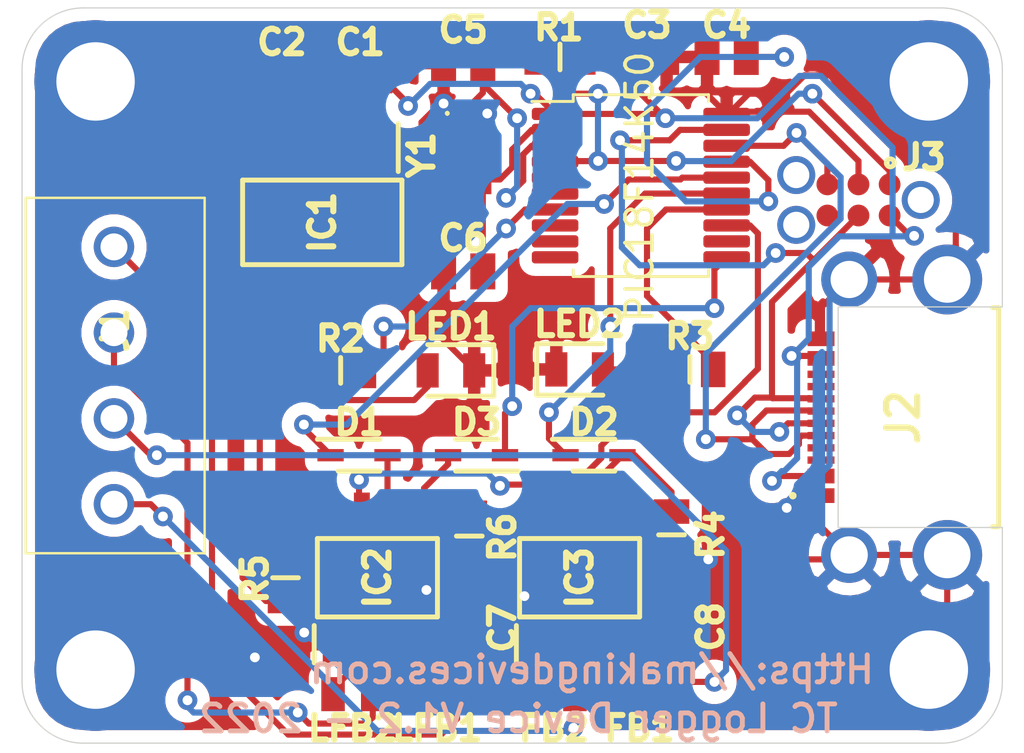
<source format=kicad_pcb>
(kicad_pcb (version 20171130) (host pcbnew "(5.1.12-1-g0a0a2da680)-1")

  (general
    (thickness 1.6)
    (drawings 14)
    (tracks 421)
    (zones 0)
    (modules 31)
    (nets 42)
  )

  (page A4)
  (layers
    (0 F.Cu signal)
    (31 B.Cu signal)
    (32 B.Adhes user)
    (33 F.Adhes user)
    (34 B.Paste user)
    (35 F.Paste user)
    (36 B.SilkS user)
    (37 F.SilkS user)
    (38 B.Mask user)
    (39 F.Mask user)
    (40 Dwgs.User user)
    (41 Cmts.User user)
    (42 Eco1.User user)
    (43 Eco2.User user)
    (44 Edge.Cuts user)
    (45 Margin user)
    (46 B.CrtYd user)
    (47 F.CrtYd user)
    (48 B.Fab user)
    (49 F.Fab user)
  )

  (setup
    (last_trace_width 0.25)
    (trace_clearance 0.2)
    (zone_clearance 0.508)
    (zone_45_only no)
    (trace_min 0.2)
    (via_size 0.8)
    (via_drill 0.4)
    (via_min_size 0.4)
    (via_min_drill 0.3)
    (uvia_size 0.3)
    (uvia_drill 0.1)
    (uvias_allowed no)
    (uvia_min_size 0.2)
    (uvia_min_drill 0.1)
    (edge_width 0.05)
    (segment_width 0.2)
    (pcb_text_width 0.3)
    (pcb_text_size 1.5 1.5)
    (mod_edge_width 0.12)
    (mod_text_size 1 1)
    (mod_text_width 0.15)
    (pad_size 1.524 1.524)
    (pad_drill 0.762)
    (pad_to_mask_clearance 0)
    (aux_axis_origin 0 0)
    (visible_elements 7FFFFFFF)
    (pcbplotparams
      (layerselection 0x010fc_ffffffff)
      (usegerberextensions false)
      (usegerberattributes true)
      (usegerberadvancedattributes true)
      (creategerberjobfile true)
      (excludeedgelayer true)
      (linewidth 0.100000)
      (plotframeref false)
      (viasonmask false)
      (mode 1)
      (useauxorigin false)
      (hpglpennumber 1)
      (hpglpenspeed 20)
      (hpglpendiameter 15.000000)
      (psnegative false)
      (psa4output false)
      (plotreference true)
      (plotvalue true)
      (plotinvisibletext false)
      (padsonsilk false)
      (subtractmaskfromsilk false)
      (outputformat 1)
      (mirror false)
      (drillshape 0)
      (scaleselection 1)
      (outputdirectory "../../../Gerber/v1.2/"))
  )

  (net 0 "")
  (net 1 GND)
  (net 2 +5V)
  (net 3 /3.3V)
  (net 4 "Net-(C4-Pad2)")
  (net 5 /Cyrstal1)
  (net 6 /Crystal2)
  (net 7 "Net-(D1-Pad2)")
  (net 8 /CS_1)
  (net 9 "Net-(D2-Pad2)")
  (net 10 /CS_2)
  (net 11 "Net-(D3-Pad2)")
  (net 12 /SCK)
  (net 13 "Net-(FB1-Pad2)")
  (net 14 "/ThermoCouple Modules/T+tcm2")
  (net 15 "Net-(FB2-Pad2)")
  (net 16 "/ThermoCouple Modules/T-tcm2")
  (net 17 "Net-(IC2-Pad8)")
  (net 18 /MISO)
  (net 19 "Net-(IC2-Pad3)")
  (net 20 "Net-(IC2-Pad2)")
  (net 21 "Net-(IC3-Pad8)")
  (net 22 /PGC)
  (net 23 /PGD)
  (net 24 /MCLR)
  (net 25 "/ThermoCouple Modules/T-tcm1")
  (net 26 "/ThermoCouple Modules/T+tcm1")
  (net 27 "Net-(LED1-Pad2)")
  (net 28 "Net-(LED2-Pad2)")
  (net 29 "Net-(R2-Pad1)")
  (net 30 "Net-(R3-Pad1)")
  (net 31 "Net-(U1-Pad12)")
  (net 32 "Net-(U1-Pad10)")
  (net 33 "Net-(U1-Pad9)")
  (net 34 "Net-(U1-Pad8)")
  (net 35 "Net-(U1-Pad6)")
  (net 36 "Net-(U1-Pad5)")
  (net 37 "Net-(J2-PadB8)")
  (net 38 "Net-(J2-PadB5)")
  (net 39 "Net-(J2-PadA8)")
  (net 40 "Net-(J2-PadA5)")
  (net 41 "Net-(J3-Pad6)")

  (net_class Default "This is the default net class."
    (clearance 0.2)
    (trace_width 0.25)
    (via_dia 0.8)
    (via_drill 0.4)
    (uvia_dia 0.3)
    (uvia_drill 0.1)
    (add_net +5V)
    (add_net /3.3V)
    (add_net /CS_1)
    (add_net /CS_2)
    (add_net /Crystal2)
    (add_net /Cyrstal1)
    (add_net /MCLR)
    (add_net /MISO)
    (add_net /PGC)
    (add_net /PGD)
    (add_net /SCK)
    (add_net "/ThermoCouple Modules/T+tcm1")
    (add_net "/ThermoCouple Modules/T+tcm2")
    (add_net "/ThermoCouple Modules/T-tcm1")
    (add_net "/ThermoCouple Modules/T-tcm2")
    (add_net GND)
    (add_net "Net-(C4-Pad2)")
    (add_net "Net-(D1-Pad2)")
    (add_net "Net-(D2-Pad2)")
    (add_net "Net-(D3-Pad2)")
    (add_net "Net-(FB1-Pad2)")
    (add_net "Net-(FB2-Pad2)")
    (add_net "Net-(IC2-Pad2)")
    (add_net "Net-(IC2-Pad3)")
    (add_net "Net-(IC2-Pad8)")
    (add_net "Net-(IC3-Pad8)")
    (add_net "Net-(J2-PadA5)")
    (add_net "Net-(J2-PadA8)")
    (add_net "Net-(J2-PadB5)")
    (add_net "Net-(J2-PadB8)")
    (add_net "Net-(J3-Pad6)")
    (add_net "Net-(LED1-Pad2)")
    (add_net "Net-(LED2-Pad2)")
    (add_net "Net-(R2-Pad1)")
    (add_net "Net-(R3-Pad1)")
    (add_net "Net-(U1-Pad10)")
    (add_net "Net-(U1-Pad12)")
    (add_net "Net-(U1-Pad5)")
    (add_net "Net-(U1-Pad6)")
    (add_net "Net-(U1-Pad8)")
    (add_net "Net-(U1-Pad9)")
  )

  (module Library_Loader:2169900003 (layer F.Cu) (tedit 0) (tstamp 63507F12)
    (at 121.6 69.2 90)
    (descr 216990-0003-1)
    (tags Connector)
    (path /6350945C)
    (fp_text reference J2 (at 0 -0.65 90) (layer F.SilkS)
      (effects (font (size 1.27 1.27) (thickness 0.254)))
    )
    (fp_text value "Type - C" (at 0 -0.65 90) (layer F.SilkS) hide
      (effects (font (size 1.27 1.27) (thickness 0.254)))
    )
    (fp_line (start 4.47 3.25) (end 4.47 3) (layer F.SilkS) (width 0.2))
    (fp_line (start -4.47 3.25) (end 4.47 3.25) (layer F.SilkS) (width 0.2))
    (fp_line (start -4.47 3) (end -4.47 3.25) (layer F.SilkS) (width 0.2))
    (fp_line (start -3.2 -5.2) (end -3.2 -5.2) (layer F.SilkS) (width 0.2))
    (fp_line (start -3.2 -5.1) (end -3.2 -5.1) (layer F.SilkS) (width 0.2))
    (fp_line (start -3.2 -5.2) (end -3.2 -5.2) (layer F.SilkS) (width 0.2))
    (fp_line (start -8.045 4.25) (end -8.045 -5.55) (layer F.CrtYd) (width 0.1))
    (fp_line (start 8.045 4.25) (end -8.045 4.25) (layer F.CrtYd) (width 0.1))
    (fp_line (start 8.045 -5.55) (end 8.045 4.25) (layer F.CrtYd) (width 0.1))
    (fp_line (start -8.045 -5.55) (end 8.045 -5.55) (layer F.CrtYd) (width 0.1))
    (fp_line (start -4.47 -3.25) (end -4.47 3.25) (layer F.Fab) (width 0.1))
    (fp_line (start 4.47 -3.25) (end -4.47 -3.25) (layer F.Fab) (width 0.1))
    (fp_line (start 4.47 3.25) (end 4.47 -3.25) (layer F.Fab) (width 0.1))
    (fp_line (start -4.47 3.25) (end 4.47 3.25) (layer F.Fab) (width 0.1))
    (fp_arc (start -3.2 -5.15) (end -3.2 -5.2) (angle -180) (layer F.SilkS) (width 0.2))
    (fp_arc (start -3.2 -5.15) (end -3.2 -5.1) (angle -180) (layer F.SilkS) (width 0.2))
    (fp_arc (start -3.2 -5.15) (end -3.2 -5.2) (angle -180) (layer F.SilkS) (width 0.2))
    (fp_text user %R (at 0 -0.65 90) (layer F.Fab)
      (effects (font (size 1.27 1.27) (thickness 0.254)))
    )
    (pad MH4 thru_hole circle (at 5.62 -2.85 90) (size 2.28 2.28) (drill 1.52) (layers *.Cu *.Mask)
      (net 1 GND))
    (pad MH3 thru_hole circle (at 5.62 1.15 90) (size 2.85 2.85) (drill 1.9) (layers *.Cu *.Mask)
      (net 1 GND))
    (pad MH2 thru_hole circle (at -5.62 1.15 90) (size 2.85 2.85) (drill 1.9) (layers *.Cu *.Mask)
      (net 1 GND))
    (pad MH1 thru_hole circle (at -5.62 -2.85 90) (size 2.28 2.28) (drill 1.52) (layers *.Cu *.Mask)
      (net 1 GND))
    (pad B8 smd rect (at -1.75 -4 90) (size 0.3 1.1) (layers F.Cu F.Paste F.Mask)
      (net 37 "Net-(J2-PadB8)"))
    (pad B7 smd rect (at -0.75 -4 90) (size 0.3 1.1) (layers F.Cu F.Paste F.Mask)
      (net 22 /PGC))
    (pad B6 smd rect (at 0.75 -4 90) (size 0.3 1.1) (layers F.Cu F.Paste F.Mask)
      (net 23 /PGD))
    (pad B5 smd rect (at 1.75 -4 90) (size 0.3 1.1) (layers F.Cu F.Paste F.Mask)
      (net 38 "Net-(J2-PadB5)"))
    (pad A12 smd rect (at 3.2 -4 90) (size 0.6 1.1) (layers F.Cu F.Paste F.Mask)
      (net 1 GND))
    (pad A9 smd rect (at 2.4 -4 90) (size 0.6 1.1) (layers F.Cu F.Paste F.Mask)
      (net 2 +5V))
    (pad A8 smd rect (at 1.25 -4 90) (size 0.3 1.1) (layers F.Cu F.Paste F.Mask)
      (net 39 "Net-(J2-PadA8)"))
    (pad A7 smd rect (at 0.25 -4 90) (size 0.3 1.1) (layers F.Cu F.Paste F.Mask)
      (net 22 /PGC))
    (pad A6 smd rect (at -0.25 -4 90) (size 0.3 1.1) (layers F.Cu F.Paste F.Mask)
      (net 23 /PGD))
    (pad A5 smd rect (at -1.25 -4 90) (size 0.3 1.1) (layers F.Cu F.Paste F.Mask)
      (net 40 "Net-(J2-PadA5)"))
    (pad A4 smd rect (at -2.4 -4 90) (size 0.6 1.1) (layers F.Cu F.Paste F.Mask)
      (net 2 +5V))
    (pad A1 smd rect (at -3.2 -4 90) (size 0.6 1.1) (layers F.Cu F.Paste F.Mask)
      (net 1 GND))
    (model D:\SamacSys_PCB_Library\KiCad\SamacSys_Parts.3dshapes\216990-0003.stp
      (offset (xyz 0 0.65 1.07))
      (scale (xyz 1 1 1))
      (rotate (xyz -90 0 -180))
    )
  )

  (module Library_Loader:CAPC2012X140N (layer F.Cu) (tedit 0) (tstamp 61205E60)
    (at 98.8 55.25 180)
    (descr "0805 (2012 metric) 1.4 Thickness")
    (tags Capacitor)
    (path /611FB1BB)
    (attr smd)
    (fp_text reference C1 (at 0 1.35) (layer F.SilkS)
      (effects (font (size 1 1) (thickness 0.254)))
    )
    (fp_text value 100nF (at 0 0) (layer F.SilkS) hide
      (effects (font (size 1.27 1.27) (thickness 0.254)))
    )
    (fp_line (start -1.46 -0.89) (end 1.46 -0.89) (layer F.CrtYd) (width 0.05))
    (fp_line (start 1.46 -0.89) (end 1.46 0.89) (layer F.CrtYd) (width 0.05))
    (fp_line (start 1.46 0.89) (end -1.46 0.89) (layer F.CrtYd) (width 0.05))
    (fp_line (start -1.46 0.89) (end -1.46 -0.89) (layer F.CrtYd) (width 0.05))
    (fp_line (start -1 -0.625) (end 1 -0.625) (layer F.Fab) (width 0.1))
    (fp_line (start 1 -0.625) (end 1 0.625) (layer F.Fab) (width 0.1))
    (fp_line (start 1 0.625) (end -1 0.625) (layer F.Fab) (width 0.1))
    (fp_line (start -1 0.625) (end -1 -0.625) (layer F.Fab) (width 0.1))
    (fp_text user %R (at 0 0) (layer F.Fab)
      (effects (font (size 1 1) (thickness 0.254)))
    )
    (pad 2 smd rect (at 0.8 0 180) (size 1.02 1.47) (layers F.Cu F.Paste F.Mask)
      (net 1 GND))
    (pad 1 smd rect (at -0.8 0 180) (size 1.02 1.47) (layers F.Cu F.Paste F.Mask)
      (net 2 +5V))
    (model D:\SamacSys_PCB_Library\KiCad\SamacSys_Parts.3dshapes\C0805C475M8RACTU.stp
      (at (xyz 0 0 0))
      (scale (xyz 1 1 1))
      (rotate (xyz 0 0 0))
    )
  )

  (module Library_Loader:CAPC2012X140N (layer F.Cu) (tedit 0) (tstamp 61205E6F)
    (at 95.55 55.25)
    (descr "0805 (2012 metric) 1.4 Thickness")
    (tags Capacitor)
    (path /611F9EEE)
    (attr smd)
    (fp_text reference C2 (at 0.05 -1.35) (layer F.SilkS)
      (effects (font (size 1 1) (thickness 0.254)))
    )
    (fp_text value 100nF (at 0 0) (layer F.SilkS) hide
      (effects (font (size 1.27 1.27) (thickness 0.254)))
    )
    (fp_line (start -1.46 -0.89) (end 1.46 -0.89) (layer F.CrtYd) (width 0.05))
    (fp_line (start 1.46 -0.89) (end 1.46 0.89) (layer F.CrtYd) (width 0.05))
    (fp_line (start 1.46 0.89) (end -1.46 0.89) (layer F.CrtYd) (width 0.05))
    (fp_line (start -1.46 0.89) (end -1.46 -0.89) (layer F.CrtYd) (width 0.05))
    (fp_line (start -1 -0.625) (end 1 -0.625) (layer F.Fab) (width 0.1))
    (fp_line (start 1 -0.625) (end 1 0.625) (layer F.Fab) (width 0.1))
    (fp_line (start 1 0.625) (end -1 0.625) (layer F.Fab) (width 0.1))
    (fp_line (start -1 0.625) (end -1 -0.625) (layer F.Fab) (width 0.1))
    (fp_text user %R (at 0 0) (layer F.Fab)
      (effects (font (size 1 1) (thickness 0.254)))
    )
    (pad 2 smd rect (at 0.8 0) (size 1.02 1.47) (layers F.Cu F.Paste F.Mask)
      (net 1 GND))
    (pad 1 smd rect (at -0.8 0) (size 1.02 1.47) (layers F.Cu F.Paste F.Mask)
      (net 3 /3.3V))
    (model D:\SamacSys_PCB_Library\KiCad\SamacSys_Parts.3dshapes\C0805C475M8RACTU.stp
      (at (xyz 0 0 0))
      (scale (xyz 1 1 1))
      (rotate (xyz 0 0 0))
    )
  )

  (module Library_Loader:CAPC2012X140N (layer F.Cu) (tedit 0) (tstamp 61205E7E)
    (at 110.5 54.5 180)
    (descr "0805 (2012 metric) 1.4 Thickness")
    (tags Capacitor)
    (path /6122728D)
    (attr smd)
    (fp_text reference C3 (at 0 1.3) (layer F.SilkS)
      (effects (font (size 1 1) (thickness 0.254)))
    )
    (fp_text value 100nF (at 0 0) (layer F.SilkS) hide
      (effects (font (size 1.27 1.27) (thickness 0.254)))
    )
    (fp_line (start -1.46 -0.89) (end 1.46 -0.89) (layer F.CrtYd) (width 0.05))
    (fp_line (start 1.46 -0.89) (end 1.46 0.89) (layer F.CrtYd) (width 0.05))
    (fp_line (start 1.46 0.89) (end -1.46 0.89) (layer F.CrtYd) (width 0.05))
    (fp_line (start -1.46 0.89) (end -1.46 -0.89) (layer F.CrtYd) (width 0.05))
    (fp_line (start -1 -0.625) (end 1 -0.625) (layer F.Fab) (width 0.1))
    (fp_line (start 1 -0.625) (end 1 0.625) (layer F.Fab) (width 0.1))
    (fp_line (start 1 0.625) (end -1 0.625) (layer F.Fab) (width 0.1))
    (fp_line (start -1 0.625) (end -1 -0.625) (layer F.Fab) (width 0.1))
    (fp_text user %R (at 0 0) (layer F.Fab)
      (effects (font (size 1 1) (thickness 0.254)))
    )
    (pad 2 smd rect (at 0.8 0 180) (size 1.02 1.47) (layers F.Cu F.Paste F.Mask)
      (net 2 +5V))
    (pad 1 smd rect (at -0.8 0 180) (size 1.02 1.47) (layers F.Cu F.Paste F.Mask)
      (net 1 GND))
    (model D:\SamacSys_PCB_Library\KiCad\SamacSys_Parts.3dshapes\C0805C475M8RACTU.stp
      (at (xyz 0 0 0))
      (scale (xyz 1 1 1))
      (rotate (xyz 0 0 0))
    )
  )

  (module Library_Loader:CAPC2012X140N (layer F.Cu) (tedit 0) (tstamp 61205E8D)
    (at 113.75 54.5)
    (descr "0805 (2012 metric) 1.4 Thickness")
    (tags Capacitor)
    (path /6125711E)
    (attr smd)
    (fp_text reference C4 (at 0 -1.3) (layer F.SilkS)
      (effects (font (size 1 1) (thickness 0.254)))
    )
    (fp_text value 100nF (at 0 0) (layer F.SilkS) hide
      (effects (font (size 1.27 1.27) (thickness 0.254)))
    )
    (fp_line (start -1.46 -0.89) (end 1.46 -0.89) (layer F.CrtYd) (width 0.05))
    (fp_line (start 1.46 -0.89) (end 1.46 0.89) (layer F.CrtYd) (width 0.05))
    (fp_line (start 1.46 0.89) (end -1.46 0.89) (layer F.CrtYd) (width 0.05))
    (fp_line (start -1.46 0.89) (end -1.46 -0.89) (layer F.CrtYd) (width 0.05))
    (fp_line (start -1 -0.625) (end 1 -0.625) (layer F.Fab) (width 0.1))
    (fp_line (start 1 -0.625) (end 1 0.625) (layer F.Fab) (width 0.1))
    (fp_line (start 1 0.625) (end -1 0.625) (layer F.Fab) (width 0.1))
    (fp_line (start -1 0.625) (end -1 -0.625) (layer F.Fab) (width 0.1))
    (fp_text user %R (at 0 0) (layer F.Fab)
      (effects (font (size 1 1) (thickness 0.254)))
    )
    (pad 2 smd rect (at 0.8 0) (size 1.02 1.47) (layers F.Cu F.Paste F.Mask)
      (net 4 "Net-(C4-Pad2)"))
    (pad 1 smd rect (at -0.8 0) (size 1.02 1.47) (layers F.Cu F.Paste F.Mask)
      (net 1 GND))
    (model D:\SamacSys_PCB_Library\KiCad\SamacSys_Parts.3dshapes\C0805C475M8RACTU.stp
      (at (xyz 0 0 0))
      (scale (xyz 1 1 1))
      (rotate (xyz 0 0 0))
    )
  )

  (module Library_Loader:CAPC2012X140N (layer F.Cu) (tedit 0) (tstamp 61205E9C)
    (at 103 54.75 180)
    (descr "0805 (2012 metric) 1.4 Thickness")
    (tags Capacitor)
    (path /611EFDE5)
    (attr smd)
    (fp_text reference C5 (at 0 1.35) (layer F.SilkS)
      (effects (font (size 1 1) (thickness 0.254)))
    )
    (fp_text value 22pF (at 0 0) (layer F.SilkS) hide
      (effects (font (size 1.27 1.27) (thickness 0.254)))
    )
    (fp_line (start -1.46 -0.89) (end 1.46 -0.89) (layer F.CrtYd) (width 0.05))
    (fp_line (start 1.46 -0.89) (end 1.46 0.89) (layer F.CrtYd) (width 0.05))
    (fp_line (start 1.46 0.89) (end -1.46 0.89) (layer F.CrtYd) (width 0.05))
    (fp_line (start -1.46 0.89) (end -1.46 -0.89) (layer F.CrtYd) (width 0.05))
    (fp_line (start -1 -0.625) (end 1 -0.625) (layer F.Fab) (width 0.1))
    (fp_line (start 1 -0.625) (end 1 0.625) (layer F.Fab) (width 0.1))
    (fp_line (start 1 0.625) (end -1 0.625) (layer F.Fab) (width 0.1))
    (fp_line (start -1 0.625) (end -1 -0.625) (layer F.Fab) (width 0.1))
    (fp_text user %R (at 0 0) (layer F.Fab)
      (effects (font (size 1 1) (thickness 0.254)))
    )
    (pad 2 smd rect (at 0.8 0 180) (size 1.02 1.47) (layers F.Cu F.Paste F.Mask)
      (net 1 GND))
    (pad 1 smd rect (at -0.8 0 180) (size 1.02 1.47) (layers F.Cu F.Paste F.Mask)
      (net 5 /Cyrstal1))
    (model D:\SamacSys_PCB_Library\KiCad\SamacSys_Parts.3dshapes\C0805C475M8RACTU.stp
      (at (xyz 0 0 0))
      (scale (xyz 1 1 1))
      (rotate (xyz 0 0 0))
    )
  )

  (module Library_Loader:CAPC2012X140N (layer F.Cu) (tedit 0) (tstamp 61205EAB)
    (at 103 63.25)
    (descr "0805 (2012 metric) 1.4 Thickness")
    (tags Capacitor)
    (path /611EEAFC)
    (attr smd)
    (fp_text reference C6 (at 0 -1.35) (layer F.SilkS)
      (effects (font (size 1 1) (thickness 0.254)))
    )
    (fp_text value 22pF (at 0 0) (layer F.SilkS) hide
      (effects (font (size 1.27 1.27) (thickness 0.254)))
    )
    (fp_line (start -1.46 -0.89) (end 1.46 -0.89) (layer F.CrtYd) (width 0.05))
    (fp_line (start 1.46 -0.89) (end 1.46 0.89) (layer F.CrtYd) (width 0.05))
    (fp_line (start 1.46 0.89) (end -1.46 0.89) (layer F.CrtYd) (width 0.05))
    (fp_line (start -1.46 0.89) (end -1.46 -0.89) (layer F.CrtYd) (width 0.05))
    (fp_line (start -1 -0.625) (end 1 -0.625) (layer F.Fab) (width 0.1))
    (fp_line (start 1 -0.625) (end 1 0.625) (layer F.Fab) (width 0.1))
    (fp_line (start 1 0.625) (end -1 0.625) (layer F.Fab) (width 0.1))
    (fp_line (start -1 0.625) (end -1 -0.625) (layer F.Fab) (width 0.1))
    (fp_text user %R (at 0 0) (layer F.Fab)
      (effects (font (size 1 1) (thickness 0.254)))
    )
    (pad 2 smd rect (at 0.8 0) (size 1.02 1.47) (layers F.Cu F.Paste F.Mask)
      (net 6 /Crystal2))
    (pad 1 smd rect (at -0.8 0) (size 1.02 1.47) (layers F.Cu F.Paste F.Mask)
      (net 1 GND))
    (model D:\SamacSys_PCB_Library\KiCad\SamacSys_Parts.3dshapes\C0805C475M8RACTU.stp
      (at (xyz 0 0 0))
      (scale (xyz 1 1 1))
      (rotate (xyz 0 0 0))
    )
  )

  (module Library_Loader:CAPC2012X140N (layer F.Cu) (tedit 0) (tstamp 61205EBA)
    (at 103.25 77.8 270)
    (descr "0805 (2012 metric) 1.4 Thickness")
    (tags Capacitor)
    (path /60AFDA00/611ED141)
    (attr smd)
    (fp_text reference C7 (at 0 -1.35 90) (layer F.SilkS)
      (effects (font (size 1 1) (thickness 0.254)))
    )
    (fp_text value 100nF (at 0 0 90) (layer F.SilkS) hide
      (effects (font (size 1.27 1.27) (thickness 0.254)))
    )
    (fp_line (start -1.46 -0.89) (end 1.46 -0.89) (layer F.CrtYd) (width 0.05))
    (fp_line (start 1.46 -0.89) (end 1.46 0.89) (layer F.CrtYd) (width 0.05))
    (fp_line (start 1.46 0.89) (end -1.46 0.89) (layer F.CrtYd) (width 0.05))
    (fp_line (start -1.46 0.89) (end -1.46 -0.89) (layer F.CrtYd) (width 0.05))
    (fp_line (start -1 -0.625) (end 1 -0.625) (layer F.Fab) (width 0.1))
    (fp_line (start 1 -0.625) (end 1 0.625) (layer F.Fab) (width 0.1))
    (fp_line (start 1 0.625) (end -1 0.625) (layer F.Fab) (width 0.1))
    (fp_line (start -1 0.625) (end -1 -0.625) (layer F.Fab) (width 0.1))
    (fp_text user %R (at 0 0 90) (layer F.Fab)
      (effects (font (size 1 1) (thickness 0.254)))
    )
    (pad 2 smd rect (at 0.8 0 270) (size 1.02 1.47) (layers F.Cu F.Paste F.Mask)
      (net 3 /3.3V))
    (pad 1 smd rect (at -0.8 0 270) (size 1.02 1.47) (layers F.Cu F.Paste F.Mask)
      (net 1 GND))
    (model D:\SamacSys_PCB_Library\KiCad\SamacSys_Parts.3dshapes\C0805C475M8RACTU.stp
      (at (xyz 0 0 0))
      (scale (xyz 1 1 1))
      (rotate (xyz 0 0 0))
    )
  )

  (module Library_Loader:CAPC2012X140N (layer F.Cu) (tedit 0) (tstamp 61205EC9)
    (at 111.5 77.75 270)
    (descr "0805 (2012 metric) 1.4 Thickness")
    (tags Capacitor)
    (path /60AFDA00/611EE2D4)
    (attr smd)
    (fp_text reference C8 (at 0 -1.6 90) (layer F.SilkS)
      (effects (font (size 1 1) (thickness 0.254)))
    )
    (fp_text value 100nF (at 0 0 90) (layer F.SilkS) hide
      (effects (font (size 1.27 1.27) (thickness 0.254)))
    )
    (fp_line (start -1.46 -0.89) (end 1.46 -0.89) (layer F.CrtYd) (width 0.05))
    (fp_line (start 1.46 -0.89) (end 1.46 0.89) (layer F.CrtYd) (width 0.05))
    (fp_line (start 1.46 0.89) (end -1.46 0.89) (layer F.CrtYd) (width 0.05))
    (fp_line (start -1.46 0.89) (end -1.46 -0.89) (layer F.CrtYd) (width 0.05))
    (fp_line (start -1 -0.625) (end 1 -0.625) (layer F.Fab) (width 0.1))
    (fp_line (start 1 -0.625) (end 1 0.625) (layer F.Fab) (width 0.1))
    (fp_line (start 1 0.625) (end -1 0.625) (layer F.Fab) (width 0.1))
    (fp_line (start -1 0.625) (end -1 -0.625) (layer F.Fab) (width 0.1))
    (fp_text user %R (at 0 0 90) (layer F.Fab)
      (effects (font (size 1 1) (thickness 0.254)))
    )
    (pad 2 smd rect (at 0.8 0 270) (size 1.02 1.47) (layers F.Cu F.Paste F.Mask)
      (net 3 /3.3V))
    (pad 1 smd rect (at -0.8 0 270) (size 1.02 1.47) (layers F.Cu F.Paste F.Mask)
      (net 1 GND))
    (model D:\SamacSys_PCB_Library\KiCad\SamacSys_Parts.3dshapes\C0805C475M8RACTU.stp
      (at (xyz 0 0 0))
      (scale (xyz 1 1 1))
      (rotate (xyz 0 0 0))
    )
  )

  (module Library_Loader:SOD2513X120N (layer F.Cu) (tedit 0) (tstamp 61205EDB)
    (at 98.75 70.75)
    (descr SOD323)
    (tags Diode)
    (path /60AFDA00/611E3073)
    (attr smd)
    (fp_text reference D1 (at 0 -1.35) (layer F.SilkS)
      (effects (font (size 1 1) (thickness 0.254)))
    )
    (fp_text value ZLLS410TA (at 0 0) (layer F.SilkS) hide
      (effects (font (size 1.27 1.27) (thickness 0.254)))
    )
    (fp_line (start -1.975 -1.15) (end 1.975 -1.15) (layer F.CrtYd) (width 0.05))
    (fp_line (start 1.975 -1.15) (end 1.975 1.15) (layer F.CrtYd) (width 0.05))
    (fp_line (start 1.975 1.15) (end -1.975 1.15) (layer F.CrtYd) (width 0.05))
    (fp_line (start -1.975 1.15) (end -1.975 -1.15) (layer F.CrtYd) (width 0.05))
    (fp_line (start -0.85 -0.65) (end 0.85 -0.65) (layer F.Fab) (width 0.1))
    (fp_line (start 0.85 -0.65) (end 0.85 0.65) (layer F.Fab) (width 0.1))
    (fp_line (start 0.85 0.65) (end -0.85 0.65) (layer F.Fab) (width 0.1))
    (fp_line (start -0.85 0.65) (end -0.85 -0.65) (layer F.Fab) (width 0.1))
    (fp_line (start -0.85 -0.112) (end -0.312 -0.65) (layer F.Fab) (width 0.1))
    (fp_line (start -1.7 -0.65) (end 0.85 -0.65) (layer F.SilkS) (width 0.2))
    (fp_line (start -0.85 0.65) (end 0.85 0.65) (layer F.SilkS) (width 0.2))
    (fp_text user %R (at 0 0) (layer F.Fab)
      (effects (font (size 1 1) (thickness 0.254)))
    )
    (pad 2 smd rect (at 1.162 0 90) (size 0.5 1.075) (layers F.Cu F.Paste F.Mask)
      (net 7 "Net-(D1-Pad2)"))
    (pad 1 smd rect (at -1.162 0 90) (size 0.5 1.075) (layers F.Cu F.Paste F.Mask)
      (net 8 /CS_1))
    (model D:\SamacSys_PCB_Library\KiCad\SamacSys_Parts.3dshapes\ZLLS410TA.stp
      (at (xyz 0 0 0))
      (scale (xyz 1 1 1))
      (rotate (xyz 0 0 0))
    )
  )

  (module Library_Loader:SOD2513X120N (layer F.Cu) (tedit 0) (tstamp 61205EED)
    (at 108.338 70.75)
    (descr SOD323)
    (tags Diode)
    (path /60AFDA00/611E3F22)
    (attr smd)
    (fp_text reference D2 (at 0 -1.35) (layer F.SilkS)
      (effects (font (size 1 1) (thickness 0.254)))
    )
    (fp_text value ZLLS410TA (at 0 0) (layer F.SilkS) hide
      (effects (font (size 1.27 1.27) (thickness 0.254)))
    )
    (fp_line (start -1.975 -1.15) (end 1.975 -1.15) (layer F.CrtYd) (width 0.05))
    (fp_line (start 1.975 -1.15) (end 1.975 1.15) (layer F.CrtYd) (width 0.05))
    (fp_line (start 1.975 1.15) (end -1.975 1.15) (layer F.CrtYd) (width 0.05))
    (fp_line (start -1.975 1.15) (end -1.975 -1.15) (layer F.CrtYd) (width 0.05))
    (fp_line (start -0.85 -0.65) (end 0.85 -0.65) (layer F.Fab) (width 0.1))
    (fp_line (start 0.85 -0.65) (end 0.85 0.65) (layer F.Fab) (width 0.1))
    (fp_line (start 0.85 0.65) (end -0.85 0.65) (layer F.Fab) (width 0.1))
    (fp_line (start -0.85 0.65) (end -0.85 -0.65) (layer F.Fab) (width 0.1))
    (fp_line (start -0.85 -0.112) (end -0.312 -0.65) (layer F.Fab) (width 0.1))
    (fp_line (start -1.7 -0.65) (end 0.85 -0.65) (layer F.SilkS) (width 0.2))
    (fp_line (start -0.85 0.65) (end 0.85 0.65) (layer F.SilkS) (width 0.2))
    (fp_text user %R (at 0 0) (layer F.Fab)
      (effects (font (size 1 1) (thickness 0.254)))
    )
    (pad 2 smd rect (at 1.162 0 90) (size 0.5 1.075) (layers F.Cu F.Paste F.Mask)
      (net 9 "Net-(D2-Pad2)"))
    (pad 1 smd rect (at -1.162 0 90) (size 0.5 1.075) (layers F.Cu F.Paste F.Mask)
      (net 10 /CS_2))
    (model D:\SamacSys_PCB_Library\KiCad\SamacSys_Parts.3dshapes\ZLLS410TA.stp
      (at (xyz 0 0 0))
      (scale (xyz 1 1 1))
      (rotate (xyz 0 0 0))
    )
  )

  (module Library_Loader:SOD2513X120N (layer F.Cu) (tedit 0) (tstamp 61205EFF)
    (at 103.544 70.75 180)
    (descr SOD323)
    (tags Diode)
    (path /60AFDA00/611E1D22)
    (attr smd)
    (fp_text reference D3 (at 0 1.35) (layer F.SilkS)
      (effects (font (size 1 1) (thickness 0.254)))
    )
    (fp_text value ZLLS410TA (at 0 0) (layer F.SilkS) hide
      (effects (font (size 1.27 1.27) (thickness 0.254)))
    )
    (fp_line (start -1.975 -1.15) (end 1.975 -1.15) (layer F.CrtYd) (width 0.05))
    (fp_line (start 1.975 -1.15) (end 1.975 1.15) (layer F.CrtYd) (width 0.05))
    (fp_line (start 1.975 1.15) (end -1.975 1.15) (layer F.CrtYd) (width 0.05))
    (fp_line (start -1.975 1.15) (end -1.975 -1.15) (layer F.CrtYd) (width 0.05))
    (fp_line (start -0.85 -0.65) (end 0.85 -0.65) (layer F.Fab) (width 0.1))
    (fp_line (start 0.85 -0.65) (end 0.85 0.65) (layer F.Fab) (width 0.1))
    (fp_line (start 0.85 0.65) (end -0.85 0.65) (layer F.Fab) (width 0.1))
    (fp_line (start -0.85 0.65) (end -0.85 -0.65) (layer F.Fab) (width 0.1))
    (fp_line (start -0.85 -0.112) (end -0.312 -0.65) (layer F.Fab) (width 0.1))
    (fp_line (start -1.7 -0.65) (end 0.85 -0.65) (layer F.SilkS) (width 0.2))
    (fp_line (start -0.85 0.65) (end 0.85 0.65) (layer F.SilkS) (width 0.2))
    (fp_text user %R (at 0 0) (layer F.Fab)
      (effects (font (size 1 1) (thickness 0.254)))
    )
    (pad 2 smd rect (at 1.162 0 270) (size 0.5 1.075) (layers F.Cu F.Paste F.Mask)
      (net 11 "Net-(D3-Pad2)"))
    (pad 1 smd rect (at -1.162 0 270) (size 0.5 1.075) (layers F.Cu F.Paste F.Mask)
      (net 12 /SCK))
    (model D:\SamacSys_PCB_Library\KiCad\SamacSys_Parts.3dshapes\ZLLS410TA.stp
      (at (xyz 0 0 0))
      (scale (xyz 1 1 1))
      (rotate (xyz 0 0 0))
    )
  )

  (module Library_Loader:CAPC2012X90N (layer F.Cu) (tedit 0) (tstamp 61205F0E)
    (at 110.19 80.5 180)
    (descr 0805)
    (tags Inductor)
    (path /60AFDA00/611DE3B5)
    (attr smd)
    (fp_text reference FB1 (at 0 -1.4) (layer F.SilkS)
      (effects (font (size 1 1) (thickness 0.254)))
    )
    (fp_text value 742792005 (at 0 0) (layer F.SilkS) hide
      (effects (font (size 1.27 1.27) (thickness 0.254)))
    )
    (fp_line (start -1.44 -0.85) (end 1.44 -0.85) (layer F.CrtYd) (width 0.05))
    (fp_line (start 1.44 -0.85) (end 1.44 0.85) (layer F.CrtYd) (width 0.05))
    (fp_line (start 1.44 0.85) (end -1.44 0.85) (layer F.CrtYd) (width 0.05))
    (fp_line (start -1.44 0.85) (end -1.44 -0.85) (layer F.CrtYd) (width 0.05))
    (fp_line (start -1 -0.625) (end 1 -0.625) (layer F.Fab) (width 0.1))
    (fp_line (start 1 -0.625) (end 1 0.625) (layer F.Fab) (width 0.1))
    (fp_line (start 1 0.625) (end -1 0.625) (layer F.Fab) (width 0.1))
    (fp_line (start -1 0.625) (end -1 -0.625) (layer F.Fab) (width 0.1))
    (fp_text user %R (at 0 0) (layer F.Fab)
      (effects (font (size 1 1) (thickness 0.254)))
    )
    (pad 2 smd rect (at 0.81 0 180) (size 0.96 1.39) (layers F.Cu F.Paste F.Mask)
      (net 13 "Net-(FB1-Pad2)"))
    (pad 1 smd rect (at -0.81 0 180) (size 0.96 1.39) (layers F.Cu F.Paste F.Mask)
      (net 14 "/ThermoCouple Modules/T+tcm2"))
    (model D:\SamacSys_PCB_Library\KiCad\SamacSys_Parts.3dshapes\742792005.stp
      (at (xyz 0 0 0))
      (scale (xyz 1 1 1))
      (rotate (xyz 0 0 0))
    )
  )

  (module Library_Loader:CAPC2012X90N (layer F.Cu) (tedit 0) (tstamp 61205F1D)
    (at 106.75 80.5 180)
    (descr 0805)
    (tags Inductor)
    (path /60AFDA00/611DF27E)
    (attr smd)
    (fp_text reference FB2 (at 0.05 -1.4) (layer F.SilkS)
      (effects (font (size 1 1) (thickness 0.254)))
    )
    (fp_text value 742792005 (at 0 0) (layer F.SilkS) hide
      (effects (font (size 1.27 1.27) (thickness 0.254)))
    )
    (fp_line (start -1.44 -0.85) (end 1.44 -0.85) (layer F.CrtYd) (width 0.05))
    (fp_line (start 1.44 -0.85) (end 1.44 0.85) (layer F.CrtYd) (width 0.05))
    (fp_line (start 1.44 0.85) (end -1.44 0.85) (layer F.CrtYd) (width 0.05))
    (fp_line (start -1.44 0.85) (end -1.44 -0.85) (layer F.CrtYd) (width 0.05))
    (fp_line (start -1 -0.625) (end 1 -0.625) (layer F.Fab) (width 0.1))
    (fp_line (start 1 -0.625) (end 1 0.625) (layer F.Fab) (width 0.1))
    (fp_line (start 1 0.625) (end -1 0.625) (layer F.Fab) (width 0.1))
    (fp_line (start -1 0.625) (end -1 -0.625) (layer F.Fab) (width 0.1))
    (fp_text user %R (at 0 0) (layer F.Fab)
      (effects (font (size 1 1) (thickness 0.254)))
    )
    (pad 2 smd rect (at 0.81 0 180) (size 0.96 1.39) (layers F.Cu F.Paste F.Mask)
      (net 15 "Net-(FB2-Pad2)"))
    (pad 1 smd rect (at -0.81 0 180) (size 0.96 1.39) (layers F.Cu F.Paste F.Mask)
      (net 16 "/ThermoCouple Modules/T-tcm2"))
    (model D:\SamacSys_PCB_Library\KiCad\SamacSys_Parts.3dshapes\742792005.stp
      (at (xyz 0 0 0))
      (scale (xyz 1 1 1))
      (rotate (xyz 0 0 0))
    )
  )

  (module Library_Loader:SOT230P700X180-4N (layer F.Cu) (tedit 0) (tstamp 61205F34)
    (at 97.25 61.25 270)
    (descr TC1108-3.3VDBTR)
    (tags "Integrated Circuit")
    (path /611F931D)
    (attr smd)
    (fp_text reference IC1 (at 0 0 90) (layer F.SilkS)
      (effects (font (size 1 1) (thickness 0.254)))
    )
    (fp_text value TC1108-3.3VDBTR (at 0 0 90) (layer F.SilkS) hide
      (effects (font (size 1.27 1.27) (thickness 0.254)))
    )
    (fp_line (start -4.275 -3.6) (end 4.275 -3.6) (layer F.CrtYd) (width 0.05))
    (fp_line (start 4.275 -3.6) (end 4.275 3.6) (layer F.CrtYd) (width 0.05))
    (fp_line (start 4.275 3.6) (end -4.275 3.6) (layer F.CrtYd) (width 0.05))
    (fp_line (start -4.275 3.6) (end -4.275 -3.6) (layer F.CrtYd) (width 0.05))
    (fp_line (start -1.75 -3.25) (end 1.75 -3.25) (layer F.Fab) (width 0.1))
    (fp_line (start 1.75 -3.25) (end 1.75 3.25) (layer F.Fab) (width 0.1))
    (fp_line (start 1.75 3.25) (end -1.75 3.25) (layer F.Fab) (width 0.1))
    (fp_line (start -1.75 3.25) (end -1.75 -3.25) (layer F.Fab) (width 0.1))
    (fp_line (start -1.75 -0.95) (end 0.55 -3.25) (layer F.Fab) (width 0.1))
    (fp_line (start -1.725 -3.25) (end 1.725 -3.25) (layer F.SilkS) (width 0.2))
    (fp_line (start 1.725 -3.25) (end 1.725 3.25) (layer F.SilkS) (width 0.2))
    (fp_line (start 1.725 3.25) (end -1.725 3.25) (layer F.SilkS) (width 0.2))
    (fp_line (start -1.725 3.25) (end -1.725 -3.25) (layer F.SilkS) (width 0.2))
    (fp_line (start -4.025 -3.1) (end -2.075 -3.1) (layer F.SilkS) (width 0.2))
    (fp_text user %R (at 0 0 90) (layer F.Fab)
      (effects (font (size 1 1) (thickness 0.254)))
    )
    (pad 4 smd rect (at 3.05 0 270) (size 1.95 3.2) (layers F.Cu F.Paste F.Mask)
      (net 1 GND))
    (pad 3 smd rect (at -3.05 2.3) (size 0.9 1.95) (layers F.Cu F.Paste F.Mask)
      (net 3 /3.3V))
    (pad 2 smd rect (at -3.05 0) (size 0.9 1.95) (layers F.Cu F.Paste F.Mask)
      (net 1 GND))
    (pad 1 smd rect (at -3.05 -2.3) (size 0.9 1.95) (layers F.Cu F.Paste F.Mask)
      (net 2 +5V))
    (model D:\SamacSys_PCB_Library\KiCad\SamacSys_Parts.3dshapes\TC1108-3.3VDBTR.stp
      (at (xyz 0 0 0))
      (scale (xyz 1 1 1))
      (rotate (xyz 0 0 0))
    )
  )

  (module Library_Loader:SOIC127P600X175-8N (layer F.Cu) (tedit 0) (tstamp 61205F4F)
    (at 99.5 75.75 90)
    (descr "8 SO-3")
    (tags "Integrated Circuit")
    (path /60AFDA00/611D796C)
    (attr smd)
    (fp_text reference IC2 (at 0 0 90) (layer F.SilkS)
      (effects (font (size 1 1) (thickness 0.254)))
    )
    (fp_text value MAX31855KASA+ (at 0 0 90) (layer F.SilkS) hide
      (effects (font (size 1.27 1.27) (thickness 0.254)))
    )
    (fp_line (start -3.725 -2.75) (end 3.725 -2.75) (layer F.CrtYd) (width 0.05))
    (fp_line (start 3.725 -2.75) (end 3.725 2.75) (layer F.CrtYd) (width 0.05))
    (fp_line (start 3.725 2.75) (end -3.725 2.75) (layer F.CrtYd) (width 0.05))
    (fp_line (start -3.725 2.75) (end -3.725 -2.75) (layer F.CrtYd) (width 0.05))
    (fp_line (start -1.95 -2.45) (end 1.95 -2.45) (layer F.Fab) (width 0.1))
    (fp_line (start 1.95 -2.45) (end 1.95 2.45) (layer F.Fab) (width 0.1))
    (fp_line (start 1.95 2.45) (end -1.95 2.45) (layer F.Fab) (width 0.1))
    (fp_line (start -1.95 2.45) (end -1.95 -2.45) (layer F.Fab) (width 0.1))
    (fp_line (start -1.95 -1.18) (end -0.68 -2.45) (layer F.Fab) (width 0.1))
    (fp_line (start -1.6 -2.45) (end 1.6 -2.45) (layer F.SilkS) (width 0.2))
    (fp_line (start 1.6 -2.45) (end 1.6 2.45) (layer F.SilkS) (width 0.2))
    (fp_line (start 1.6 2.45) (end -1.6 2.45) (layer F.SilkS) (width 0.2))
    (fp_line (start -1.6 2.45) (end -1.6 -2.45) (layer F.SilkS) (width 0.2))
    (fp_line (start -3.475 -2.58) (end -1.95 -2.58) (layer F.SilkS) (width 0.2))
    (fp_text user %R (at 0 0 90) (layer F.Fab)
      (effects (font (size 1 1) (thickness 0.254)))
    )
    (pad 8 smd rect (at 2.712 -1.905 180) (size 0.65 1.525) (layers F.Cu F.Paste F.Mask)
      (net 17 "Net-(IC2-Pad8)"))
    (pad 7 smd rect (at 2.712 -0.635 180) (size 0.65 1.525) (layers F.Cu F.Paste F.Mask)
      (net 18 /MISO))
    (pad 6 smd rect (at 2.712 0.635 180) (size 0.65 1.525) (layers F.Cu F.Paste F.Mask)
      (net 7 "Net-(D1-Pad2)"))
    (pad 5 smd rect (at 2.712 1.905 180) (size 0.65 1.525) (layers F.Cu F.Paste F.Mask)
      (net 11 "Net-(D3-Pad2)"))
    (pad 4 smd rect (at -2.712 1.905 180) (size 0.65 1.525) (layers F.Cu F.Paste F.Mask)
      (net 3 /3.3V))
    (pad 3 smd rect (at -2.712 0.635 180) (size 0.65 1.525) (layers F.Cu F.Paste F.Mask)
      (net 19 "Net-(IC2-Pad3)"))
    (pad 2 smd rect (at -2.712 -0.635 180) (size 0.65 1.525) (layers F.Cu F.Paste F.Mask)
      (net 20 "Net-(IC2-Pad2)"))
    (pad 1 smd rect (at -2.712 -1.905 180) (size 0.65 1.525) (layers F.Cu F.Paste F.Mask)
      (net 1 GND))
    (model D:\SamacSys_PCB_Library\KiCad\SamacSys_Parts.3dshapes\MAX31855KASA+.stp
      (at (xyz 0 0 0))
      (scale (xyz 1 1 1))
      (rotate (xyz 0 0 0))
    )
  )

  (module Library_Loader:SOIC127P600X175-8N (layer F.Cu) (tedit 0) (tstamp 61205F6A)
    (at 107.75 75.75 90)
    (descr "8 SO-3")
    (tags "Integrated Circuit")
    (path /60AFDA00/611D8506)
    (attr smd)
    (fp_text reference IC3 (at 0 0 90) (layer F.SilkS)
      (effects (font (size 1 1) (thickness 0.254)))
    )
    (fp_text value MAX31855KASA+ (at 0 0 90) (layer F.SilkS) hide
      (effects (font (size 1.27 1.27) (thickness 0.254)))
    )
    (fp_line (start -3.725 -2.75) (end 3.725 -2.75) (layer F.CrtYd) (width 0.05))
    (fp_line (start 3.725 -2.75) (end 3.725 2.75) (layer F.CrtYd) (width 0.05))
    (fp_line (start 3.725 2.75) (end -3.725 2.75) (layer F.CrtYd) (width 0.05))
    (fp_line (start -3.725 2.75) (end -3.725 -2.75) (layer F.CrtYd) (width 0.05))
    (fp_line (start -1.95 -2.45) (end 1.95 -2.45) (layer F.Fab) (width 0.1))
    (fp_line (start 1.95 -2.45) (end 1.95 2.45) (layer F.Fab) (width 0.1))
    (fp_line (start 1.95 2.45) (end -1.95 2.45) (layer F.Fab) (width 0.1))
    (fp_line (start -1.95 2.45) (end -1.95 -2.45) (layer F.Fab) (width 0.1))
    (fp_line (start -1.95 -1.18) (end -0.68 -2.45) (layer F.Fab) (width 0.1))
    (fp_line (start -1.6 -2.45) (end 1.6 -2.45) (layer F.SilkS) (width 0.2))
    (fp_line (start 1.6 -2.45) (end 1.6 2.45) (layer F.SilkS) (width 0.2))
    (fp_line (start 1.6 2.45) (end -1.6 2.45) (layer F.SilkS) (width 0.2))
    (fp_line (start -1.6 2.45) (end -1.6 -2.45) (layer F.SilkS) (width 0.2))
    (fp_line (start -3.475 -2.58) (end -1.95 -2.58) (layer F.SilkS) (width 0.2))
    (fp_text user %R (at 0 0 90) (layer F.Fab)
      (effects (font (size 1 1) (thickness 0.254)))
    )
    (pad 8 smd rect (at 2.712 -1.905 180) (size 0.65 1.525) (layers F.Cu F.Paste F.Mask)
      (net 21 "Net-(IC3-Pad8)"))
    (pad 7 smd rect (at 2.712 -0.635 180) (size 0.65 1.525) (layers F.Cu F.Paste F.Mask)
      (net 18 /MISO))
    (pad 6 smd rect (at 2.712 0.635 180) (size 0.65 1.525) (layers F.Cu F.Paste F.Mask)
      (net 9 "Net-(D2-Pad2)"))
    (pad 5 smd rect (at 2.712 1.905 180) (size 0.65 1.525) (layers F.Cu F.Paste F.Mask)
      (net 11 "Net-(D3-Pad2)"))
    (pad 4 smd rect (at -2.712 1.905 180) (size 0.65 1.525) (layers F.Cu F.Paste F.Mask)
      (net 3 /3.3V))
    (pad 3 smd rect (at -2.712 0.635 180) (size 0.65 1.525) (layers F.Cu F.Paste F.Mask)
      (net 13 "Net-(FB1-Pad2)"))
    (pad 2 smd rect (at -2.712 -0.635 180) (size 0.65 1.525) (layers F.Cu F.Paste F.Mask)
      (net 15 "Net-(FB2-Pad2)"))
    (pad 1 smd rect (at -2.712 -1.905 180) (size 0.65 1.525) (layers F.Cu F.Paste F.Mask)
      (net 1 GND))
    (model D:\SamacSys_PCB_Library\KiCad\SamacSys_Parts.3dshapes\MAX31855KASA+.stp
      (at (xyz 0 0 0))
      (scale (xyz 1 1 1))
      (rotate (xyz 0 0 0))
    )
  )

  (module Library_Loader:TC2030-MCP-NL (layer F.Cu) (tedit 0) (tstamp 61205FB2)
    (at 119.13 60.335 180)
    (descr TC2030-MCP-NL)
    (tags Connector)
    (path /61218202)
    (fp_text reference J3 (at -2.67 1.735) (layer F.SilkS)
      (effects (font (size 1 1) (thickness 0.254)))
    )
    (fp_text value TC2030-MCP-NL (at -0.343 -2.183) (layer F.SilkS) hide
      (effects (font (size 1.27 1.27) (thickness 0.254)))
    )
    (fp_circle (center -1.297 1.514) (end -1.297 1.577) (layer F.SilkS) (width 0.2))
    (fp_text user %R (at -0.343 -2.183) (layer F.Fab)
      (effects (font (size 1 1) (thickness 0.254)))
    )
    (pad 9 thru_hole circle (at 2.54 1.016 180) (size 1.55 1.55) (drill 1.0668) (layers *.Cu *.Mask))
    (pad 8 thru_hole circle (at 2.54 -1.016 180) (size 1.55 1.55) (drill 1.0668) (layers *.Cu *.Mask))
    (pad 7 thru_hole circle (at -2.54 0 180) (size 1.55 1.55) (drill 1.0668) (layers *.Cu *.Mask))
    (pad 6 smd circle (at 1.27 -0.635 270) (size 0.889 0.889) (layers F.Cu F.Paste F.Mask)
      (net 41 "Net-(J3-Pad6)"))
    (pad 5 smd circle (at 1.27 0.635 270) (size 0.889 0.889) (layers F.Cu F.Paste F.Mask)
      (net 22 /PGC))
    (pad 4 smd circle (at 0 -0.635 270) (size 0.889 0.889) (layers F.Cu F.Paste F.Mask)
      (net 23 /PGD))
    (pad 3 smd circle (at 0 0.635 270) (size 0.889 0.889) (layers F.Cu F.Paste F.Mask)
      (net 1 GND))
    (pad 2 smd circle (at -1.27 -0.635 270) (size 0.889 0.889) (layers F.Cu F.Paste F.Mask)
      (net 2 +5V))
    (pad 1 smd circle (at -1.27 0.635 270) (size 0.889 0.889) (layers F.Cu F.Paste F.Mask)
      (net 24 /MCLR))
  )

  (module Library_Loader:1751264 (layer F.Cu) (tedit 0) (tstamp 61205FCD)
    (at 88.75 62.25 270)
    (descr 1751264-2)
    (tags Connector)
    (path /612913B9)
    (fp_text reference J1 (at 3.4 -0.05 90) (layer F.SilkS)
      (effects (font (size 1 1) (thickness 0.254)))
    )
    (fp_text value 4-terminal (at 3.4 -0.05 90) (layer F.SilkS) hide
      (effects (font (size 1.27 1.27) (thickness 0.254)))
    )
    (fp_line (start -2 3.6) (end 12.5 3.6) (layer F.Fab) (width 0.2))
    (fp_line (start 12.5 3.6) (end 12.5 -3.7) (layer F.Fab) (width 0.2))
    (fp_line (start 12.5 -3.7) (end -2 -3.7) (layer F.Fab) (width 0.2))
    (fp_line (start -2 -3.7) (end -2 3.6) (layer F.Fab) (width 0.2))
    (fp_line (start -2 -3.7) (end 12.5 -3.7) (layer F.SilkS) (width 0.1))
    (fp_line (start 12.5 -3.7) (end 12.5 3.6) (layer F.SilkS) (width 0.1))
    (fp_line (start 12.5 3.6) (end -2 3.6) (layer F.SilkS) (width 0.1))
    (fp_line (start -2 3.6) (end -2 -3.7) (layer F.SilkS) (width 0.1))
    (fp_line (start -6.7 -4.7) (end 13.5 -4.7) (layer F.CrtYd) (width 0.1))
    (fp_line (start 13.5 -4.7) (end 13.5 4.6) (layer F.CrtYd) (width 0.1))
    (fp_line (start 13.5 4.6) (end -6.7 4.6) (layer F.CrtYd) (width 0.1))
    (fp_line (start -6.7 4.6) (end -6.7 -4.7) (layer F.CrtYd) (width 0.1))
    (fp_line (start -5.7 0) (end -5.7 0) (layer F.SilkS) (width 0.1))
    (fp_line (start -5.6 0) (end -5.6 0) (layer F.SilkS) (width 0.1))
    (fp_line (start -5.7 0) (end -5.7 0) (layer F.SilkS) (width 0.1))
    (fp_arc (start -5.65 0) (end -5.7 0) (angle -180) (layer F.SilkS) (width 0.1))
    (fp_arc (start -5.65 0) (end -5.6 0) (angle -180) (layer F.SilkS) (width 0.1))
    (fp_arc (start -5.65 0) (end -5.7 0) (angle -180) (layer F.SilkS) (width 0.1))
    (fp_text user %R (at 3.4 -0.05 90) (layer F.Fab)
      (effects (font (size 1 1) (thickness 0.254)))
    )
    (pad 4 thru_hole circle (at 10.5 0 270) (size 1.65 1.65) (drill 1.1) (layers *.Cu *.Mask)
      (net 16 "/ThermoCouple Modules/T-tcm2"))
    (pad 3 thru_hole circle (at 7 0 270) (size 1.65 1.65) (drill 1.1) (layers *.Cu *.Mask)
      (net 14 "/ThermoCouple Modules/T+tcm2"))
    (pad 2 thru_hole circle (at 3.5 0 270) (size 1.65 1.65) (drill 1.1) (layers *.Cu *.Mask)
      (net 25 "/ThermoCouple Modules/T-tcm1"))
    (pad 1 thru_hole circle (at 0 0 270) (size 1.65 1.65) (drill 1.1) (layers *.Cu *.Mask)
      (net 26 "/ThermoCouple Modules/T+tcm1"))
    (model D:\SamacSys_PCB_Library\KiCad\SamacSys_Parts.3dshapes\1751264.stp
      (at (xyz 0 0 0))
      (scale (xyz 1 1 1))
      (rotate (xyz 0 0 0))
    )
  )

  (module Library_Loader:LEDC2012X90N (layer F.Cu) (tedit 0) (tstamp 61205FE0)
    (at 102.5 67.29 180)
    (descr "SML-H12x Series-1")
    (tags LED)
    (path /61243180)
    (attr smd)
    (fp_text reference LED1 (at 0 1.79) (layer F.SilkS)
      (effects (font (size 1 1) (thickness 0.254)))
    )
    (fp_text value Green (at 0 0) (layer F.SilkS) hide
      (effects (font (size 1.27 1.27) (thickness 0.254)))
    )
    (fp_line (start -1.85 -1.15) (end 1.85 -1.15) (layer F.CrtYd) (width 0.05))
    (fp_line (start 1.85 -1.15) (end 1.85 1.15) (layer F.CrtYd) (width 0.05))
    (fp_line (start 1.85 1.15) (end -1.85 1.15) (layer F.CrtYd) (width 0.05))
    (fp_line (start -1.85 1.15) (end -1.85 -1.15) (layer F.CrtYd) (width 0.05))
    (fp_line (start -1 -0.625) (end 1 -0.625) (layer F.Fab) (width 0.1))
    (fp_line (start 1 -0.625) (end 1 0.625) (layer F.Fab) (width 0.1))
    (fp_line (start 1 0.625) (end -1 0.625) (layer F.Fab) (width 0.1))
    (fp_line (start -1 0.625) (end -1 -0.625) (layer F.Fab) (width 0.1))
    (fp_line (start -1 -0.208) (end -0.583 -0.625) (layer F.Fab) (width 0.1))
    (fp_line (start 0.95 -1.05) (end -1.75 -1.05) (layer F.SilkS) (width 0.2))
    (fp_line (start -1.75 -1.05) (end -1.75 1.05) (layer F.SilkS) (width 0.2))
    (fp_line (start -1.75 1.05) (end 0.95 1.05) (layer F.SilkS) (width 0.2))
    (fp_text user %R (at 0 0) (layer F.Fab)
      (effects (font (size 1 1) (thickness 0.254)))
    )
    (pad 2 smd rect (at 0.95 0 180) (size 0.9 1.4) (layers F.Cu F.Paste F.Mask)
      (net 27 "Net-(LED1-Pad2)"))
    (pad 1 smd rect (at -0.95 0 180) (size 0.9 1.4) (layers F.Cu F.Paste F.Mask)
      (net 1 GND))
    (model D:\SamacSys_PCB_Library\KiCad\SamacSys_Parts.3dshapes\SML-H12V8TT86.stp
      (offset (xyz -0.02999999887889222 0 0.1399999984934563))
      (scale (xyz 1 1 1))
      (rotate (xyz -90 0 0))
    )
  )

  (module Library_Loader:LEDC2012X90N (layer F.Cu) (tedit 0) (tstamp 61205FF3)
    (at 107.75 67.25)
    (descr "SML-H12x Series-1")
    (tags LED)
    (path /612482DC)
    (attr smd)
    (fp_text reference LED2 (at 0 -1.85) (layer F.SilkS)
      (effects (font (size 1 1) (thickness 0.254)))
    )
    (fp_text value Green (at 0 0) (layer F.SilkS) hide
      (effects (font (size 1.27 1.27) (thickness 0.254)))
    )
    (fp_line (start -1.85 -1.15) (end 1.85 -1.15) (layer F.CrtYd) (width 0.05))
    (fp_line (start 1.85 -1.15) (end 1.85 1.15) (layer F.CrtYd) (width 0.05))
    (fp_line (start 1.85 1.15) (end -1.85 1.15) (layer F.CrtYd) (width 0.05))
    (fp_line (start -1.85 1.15) (end -1.85 -1.15) (layer F.CrtYd) (width 0.05))
    (fp_line (start -1 -0.625) (end 1 -0.625) (layer F.Fab) (width 0.1))
    (fp_line (start 1 -0.625) (end 1 0.625) (layer F.Fab) (width 0.1))
    (fp_line (start 1 0.625) (end -1 0.625) (layer F.Fab) (width 0.1))
    (fp_line (start -1 0.625) (end -1 -0.625) (layer F.Fab) (width 0.1))
    (fp_line (start -1 -0.208) (end -0.583 -0.625) (layer F.Fab) (width 0.1))
    (fp_line (start 0.95 -1.05) (end -1.75 -1.05) (layer F.SilkS) (width 0.2))
    (fp_line (start -1.75 -1.05) (end -1.75 1.05) (layer F.SilkS) (width 0.2))
    (fp_line (start -1.75 1.05) (end 0.95 1.05) (layer F.SilkS) (width 0.2))
    (fp_text user %R (at 0 0) (layer F.Fab)
      (effects (font (size 1 1) (thickness 0.254)))
    )
    (pad 2 smd rect (at 0.95 0) (size 0.9 1.4) (layers F.Cu F.Paste F.Mask)
      (net 28 "Net-(LED2-Pad2)"))
    (pad 1 smd rect (at -0.95 0) (size 0.9 1.4) (layers F.Cu F.Paste F.Mask)
      (net 1 GND))
    (model D:\SamacSys_PCB_Library\KiCad\SamacSys_Parts.3dshapes\SML-H12V8TT86.stp
      (offset (xyz -0.02999999887889222 0 0.1399999984934563))
      (scale (xyz 1 1 1))
      (rotate (xyz -90 0 0))
    )
  )

  (module Library_Loader:CAPC2012X90N (layer F.Cu) (tedit 0) (tstamp 61206002)
    (at 101.94 80.5 180)
    (descr 0805)
    (tags Inductor)
    (path /60AFDA00/611DBCC7)
    (attr smd)
    (fp_text reference LFB1 (at 0 -1.4) (layer F.SilkS)
      (effects (font (size 1 1) (thickness 0.254)))
    )
    (fp_text value Ferrite (at 0 0) (layer F.SilkS) hide
      (effects (font (size 1.27 1.27) (thickness 0.254)))
    )
    (fp_line (start -1.44 -0.85) (end 1.44 -0.85) (layer F.CrtYd) (width 0.05))
    (fp_line (start 1.44 -0.85) (end 1.44 0.85) (layer F.CrtYd) (width 0.05))
    (fp_line (start 1.44 0.85) (end -1.44 0.85) (layer F.CrtYd) (width 0.05))
    (fp_line (start -1.44 0.85) (end -1.44 -0.85) (layer F.CrtYd) (width 0.05))
    (fp_line (start -1 -0.625) (end 1 -0.625) (layer F.Fab) (width 0.1))
    (fp_line (start 1 -0.625) (end 1 0.625) (layer F.Fab) (width 0.1))
    (fp_line (start 1 0.625) (end -1 0.625) (layer F.Fab) (width 0.1))
    (fp_line (start -1 0.625) (end -1 -0.625) (layer F.Fab) (width 0.1))
    (fp_text user %R (at 0 0) (layer F.Fab)
      (effects (font (size 1 1) (thickness 0.254)))
    )
    (pad 2 smd rect (at 0.81 0 180) (size 0.96 1.39) (layers F.Cu F.Paste F.Mask)
      (net 19 "Net-(IC2-Pad3)"))
    (pad 1 smd rect (at -0.81 0 180) (size 0.96 1.39) (layers F.Cu F.Paste F.Mask)
      (net 26 "/ThermoCouple Modules/T+tcm1"))
    (model D:\SamacSys_PCB_Library\KiCad\SamacSys_Parts.3dshapes\742792005.stp
      (at (xyz 0 0 0))
      (scale (xyz 1 1 1))
      (rotate (xyz 0 0 0))
    )
  )

  (module Library_Loader:CAPC2012X90N (layer F.Cu) (tedit 0) (tstamp 61206011)
    (at 98.5 80.5 180)
    (descr 0805)
    (tags Inductor)
    (path /60AFDA00/611DAC69)
    (attr smd)
    (fp_text reference LFB2 (at 0 -1.4) (layer F.SilkS)
      (effects (font (size 1 1) (thickness 0.254)))
    )
    (fp_text value Ferrite (at 0 0) (layer F.SilkS) hide
      (effects (font (size 1.27 1.27) (thickness 0.254)))
    )
    (fp_line (start -1.44 -0.85) (end 1.44 -0.85) (layer F.CrtYd) (width 0.05))
    (fp_line (start 1.44 -0.85) (end 1.44 0.85) (layer F.CrtYd) (width 0.05))
    (fp_line (start 1.44 0.85) (end -1.44 0.85) (layer F.CrtYd) (width 0.05))
    (fp_line (start -1.44 0.85) (end -1.44 -0.85) (layer F.CrtYd) (width 0.05))
    (fp_line (start -1 -0.625) (end 1 -0.625) (layer F.Fab) (width 0.1))
    (fp_line (start 1 -0.625) (end 1 0.625) (layer F.Fab) (width 0.1))
    (fp_line (start 1 0.625) (end -1 0.625) (layer F.Fab) (width 0.1))
    (fp_line (start -1 0.625) (end -1 -0.625) (layer F.Fab) (width 0.1))
    (fp_text user %R (at 0 0) (layer F.Fab)
      (effects (font (size 1 1) (thickness 0.254)))
    )
    (pad 2 smd rect (at 0.81 0 180) (size 0.96 1.39) (layers F.Cu F.Paste F.Mask)
      (net 20 "Net-(IC2-Pad2)"))
    (pad 1 smd rect (at -0.81 0 180) (size 0.96 1.39) (layers F.Cu F.Paste F.Mask)
      (net 25 "/ThermoCouple Modules/T-tcm1"))
    (model D:\SamacSys_PCB_Library\KiCad\SamacSys_Parts.3dshapes\742792005.stp
      (at (xyz 0 0 0))
      (scale (xyz 1 1 1))
      (rotate (xyz 0 0 0))
    )
  )

  (module Library_Loader:RESC2012X75N (layer F.Cu) (tedit 0) (tstamp 61206021)
    (at 106.95 54.5 180)
    (descr ERJP6W)
    (tags Resistor)
    (path /6121478B)
    (attr smd)
    (fp_text reference R1 (at 0.05 1.2) (layer F.SilkS)
      (effects (font (size 1 1) (thickness 0.254)))
    )
    (fp_text value 10k (at 0 0) (layer F.SilkS) hide
      (effects (font (size 1.27 1.27) (thickness 0.254)))
    )
    (fp_line (start -1.7 -1) (end 1.7 -1) (layer F.CrtYd) (width 0.05))
    (fp_line (start 1.7 -1) (end 1.7 1) (layer F.CrtYd) (width 0.05))
    (fp_line (start 1.7 1) (end -1.7 1) (layer F.CrtYd) (width 0.05))
    (fp_line (start -1.7 1) (end -1.7 -1) (layer F.CrtYd) (width 0.05))
    (fp_line (start -1 -0.625) (end 1 -0.625) (layer F.Fab) (width 0.1))
    (fp_line (start 1 -0.625) (end 1 0.625) (layer F.Fab) (width 0.1))
    (fp_line (start 1 0.625) (end -1 0.625) (layer F.Fab) (width 0.1))
    (fp_line (start -1 0.625) (end -1 -0.625) (layer F.Fab) (width 0.1))
    (fp_line (start 0 -0.525) (end 0 0.525) (layer F.SilkS) (width 0.2))
    (fp_text user %R (at 0 0) (layer F.Fab)
      (effects (font (size 1 1) (thickness 0.254)))
    )
    (pad 2 smd rect (at 0.95 0 180) (size 1 1.45) (layers F.Cu F.Paste F.Mask)
      (net 24 /MCLR))
    (pad 1 smd rect (at -0.95 0 180) (size 1 1.45) (layers F.Cu F.Paste F.Mask)
      (net 2 +5V))
    (model D:\SamacSys_PCB_Library\KiCad\SamacSys_Parts.3dshapes\ERJP6WF1303V.stp
      (at (xyz 0 0 0))
      (scale (xyz 1 1 1))
      (rotate (xyz 0 0 0))
    )
  )

  (module Library_Loader:RESC2012X75N (layer F.Cu) (tedit 0) (tstamp 61206031)
    (at 98 67.29 180)
    (descr ERJP6W)
    (tags Resistor)
    (path /6123CF68)
    (attr smd)
    (fp_text reference R2 (at 0 1.29) (layer F.SilkS)
      (effects (font (size 1 1) (thickness 0.254)))
    )
    (fp_text value 220 (at 0 0) (layer F.SilkS) hide
      (effects (font (size 1.27 1.27) (thickness 0.254)))
    )
    (fp_line (start -1.7 -1) (end 1.7 -1) (layer F.CrtYd) (width 0.05))
    (fp_line (start 1.7 -1) (end 1.7 1) (layer F.CrtYd) (width 0.05))
    (fp_line (start 1.7 1) (end -1.7 1) (layer F.CrtYd) (width 0.05))
    (fp_line (start -1.7 1) (end -1.7 -1) (layer F.CrtYd) (width 0.05))
    (fp_line (start -1 -0.625) (end 1 -0.625) (layer F.Fab) (width 0.1))
    (fp_line (start 1 -0.625) (end 1 0.625) (layer F.Fab) (width 0.1))
    (fp_line (start 1 0.625) (end -1 0.625) (layer F.Fab) (width 0.1))
    (fp_line (start -1 0.625) (end -1 -0.625) (layer F.Fab) (width 0.1))
    (fp_line (start 0 -0.525) (end 0 0.525) (layer F.SilkS) (width 0.2))
    (fp_text user %R (at 0 0) (layer F.Fab)
      (effects (font (size 1 1) (thickness 0.254)))
    )
    (pad 2 smd rect (at 0.95 0 180) (size 1 1.45) (layers F.Cu F.Paste F.Mask)
      (net 27 "Net-(LED1-Pad2)"))
    (pad 1 smd rect (at -0.95 0 180) (size 1 1.45) (layers F.Cu F.Paste F.Mask)
      (net 29 "Net-(R2-Pad1)"))
    (model D:\SamacSys_PCB_Library\KiCad\SamacSys_Parts.3dshapes\ERJP6WF1303V.stp
      (at (xyz 0 0 0))
      (scale (xyz 1 1 1))
      (rotate (xyz 0 0 0))
    )
  )

  (module Library_Loader:RESC2012X75N (layer F.Cu) (tedit 0) (tstamp 61206041)
    (at 112.25 67.25 180)
    (descr ERJP6W)
    (tags Resistor)
    (path /6123E138)
    (attr smd)
    (fp_text reference R3 (at 0 1.35) (layer F.SilkS)
      (effects (font (size 1 1) (thickness 0.254)))
    )
    (fp_text value 220 (at 0 0) (layer F.SilkS) hide
      (effects (font (size 1.27 1.27) (thickness 0.254)))
    )
    (fp_line (start -1.7 -1) (end 1.7 -1) (layer F.CrtYd) (width 0.05))
    (fp_line (start 1.7 -1) (end 1.7 1) (layer F.CrtYd) (width 0.05))
    (fp_line (start 1.7 1) (end -1.7 1) (layer F.CrtYd) (width 0.05))
    (fp_line (start -1.7 1) (end -1.7 -1) (layer F.CrtYd) (width 0.05))
    (fp_line (start -1 -0.625) (end 1 -0.625) (layer F.Fab) (width 0.1))
    (fp_line (start 1 -0.625) (end 1 0.625) (layer F.Fab) (width 0.1))
    (fp_line (start 1 0.625) (end -1 0.625) (layer F.Fab) (width 0.1))
    (fp_line (start -1 0.625) (end -1 -0.625) (layer F.Fab) (width 0.1))
    (fp_line (start 0 -0.525) (end 0 0.525) (layer F.SilkS) (width 0.2))
    (fp_text user %R (at 0 0) (layer F.Fab)
      (effects (font (size 1 1) (thickness 0.254)))
    )
    (pad 2 smd rect (at 0.95 0 180) (size 1 1.45) (layers F.Cu F.Paste F.Mask)
      (net 28 "Net-(LED2-Pad2)"))
    (pad 1 smd rect (at -0.95 0 180) (size 1 1.45) (layers F.Cu F.Paste F.Mask)
      (net 30 "Net-(R3-Pad1)"))
    (model D:\SamacSys_PCB_Library\KiCad\SamacSys_Parts.3dshapes\ERJP6WF1303V.stp
      (at (xyz 0 0 0))
      (scale (xyz 1 1 1))
      (rotate (xyz 0 0 0))
    )
  )

  (module Library_Loader:RESC2012X75N (layer F.Cu) (tedit 0) (tstamp 61206051)
    (at 111.5 74 90)
    (descr ERJP6W)
    (tags Resistor)
    (path /60AFDA00/611EA2E3)
    (attr smd)
    (fp_text reference R4 (at 0 1.6 90) (layer F.SilkS)
      (effects (font (size 1 1) (thickness 0.254)))
    )
    (fp_text value 10k (at 0 0 90) (layer F.SilkS) hide
      (effects (font (size 1.27 1.27) (thickness 0.254)))
    )
    (fp_line (start -1.7 -1) (end 1.7 -1) (layer F.CrtYd) (width 0.05))
    (fp_line (start 1.7 -1) (end 1.7 1) (layer F.CrtYd) (width 0.05))
    (fp_line (start 1.7 1) (end -1.7 1) (layer F.CrtYd) (width 0.05))
    (fp_line (start -1.7 1) (end -1.7 -1) (layer F.CrtYd) (width 0.05))
    (fp_line (start -1 -0.625) (end 1 -0.625) (layer F.Fab) (width 0.1))
    (fp_line (start 1 -0.625) (end 1 0.625) (layer F.Fab) (width 0.1))
    (fp_line (start 1 0.625) (end -1 0.625) (layer F.Fab) (width 0.1))
    (fp_line (start -1 0.625) (end -1 -0.625) (layer F.Fab) (width 0.1))
    (fp_line (start 0 -0.525) (end 0 0.525) (layer F.SilkS) (width 0.2))
    (fp_text user %R (at 0 0 90) (layer F.Fab)
      (effects (font (size 1 1) (thickness 0.254)))
    )
    (pad 2 smd rect (at 0.95 0 90) (size 1 1.45) (layers F.Cu F.Paste F.Mask)
      (net 9 "Net-(D2-Pad2)"))
    (pad 1 smd rect (at -0.95 0 90) (size 1 1.45) (layers F.Cu F.Paste F.Mask)
      (net 3 /3.3V))
    (model D:\SamacSys_PCB_Library\KiCad\SamacSys_Parts.3dshapes\ERJP6WF1303V.stp
      (at (xyz 0 0 0))
      (scale (xyz 1 1 1))
      (rotate (xyz 0 0 0))
    )
  )

  (module Library_Loader:RESC2012X75N (layer F.Cu) (tedit 0) (tstamp 61206061)
    (at 95.75 75.75 90)
    (descr ERJP6W)
    (tags Resistor)
    (path /60AFDA00/611E940C)
    (attr smd)
    (fp_text reference R5 (at -0.05 -1.25 90) (layer F.SilkS)
      (effects (font (size 1 1) (thickness 0.254)))
    )
    (fp_text value 10k (at 0 0 90) (layer F.SilkS) hide
      (effects (font (size 1.27 1.27) (thickness 0.254)))
    )
    (fp_line (start -1.7 -1) (end 1.7 -1) (layer F.CrtYd) (width 0.05))
    (fp_line (start 1.7 -1) (end 1.7 1) (layer F.CrtYd) (width 0.05))
    (fp_line (start 1.7 1) (end -1.7 1) (layer F.CrtYd) (width 0.05))
    (fp_line (start -1.7 1) (end -1.7 -1) (layer F.CrtYd) (width 0.05))
    (fp_line (start -1 -0.625) (end 1 -0.625) (layer F.Fab) (width 0.1))
    (fp_line (start 1 -0.625) (end 1 0.625) (layer F.Fab) (width 0.1))
    (fp_line (start 1 0.625) (end -1 0.625) (layer F.Fab) (width 0.1))
    (fp_line (start -1 0.625) (end -1 -0.625) (layer F.Fab) (width 0.1))
    (fp_line (start 0 -0.525) (end 0 0.525) (layer F.SilkS) (width 0.2))
    (fp_text user %R (at 0 0 90) (layer F.Fab)
      (effects (font (size 1 1) (thickness 0.254)))
    )
    (pad 2 smd rect (at 0.95 0 90) (size 1 1.45) (layers F.Cu F.Paste F.Mask)
      (net 7 "Net-(D1-Pad2)"))
    (pad 1 smd rect (at -0.95 0 90) (size 1 1.45) (layers F.Cu F.Paste F.Mask)
      (net 3 /3.3V))
    (model D:\SamacSys_PCB_Library\KiCad\SamacSys_Parts.3dshapes\ERJP6WF1303V.stp
      (at (xyz 0 0 0))
      (scale (xyz 1 1 1))
      (rotate (xyz 0 0 0))
    )
  )

  (module Library_Loader:RESC2012X75N (layer F.Cu) (tedit 0) (tstamp 61206071)
    (at 103.25 74.05 90)
    (descr ERJP6W)
    (tags Resistor)
    (path /60AFDA00/611E8466)
    (attr smd)
    (fp_text reference R6 (at -0.05 1.35 90) (layer F.SilkS)
      (effects (font (size 1 1) (thickness 0.254)))
    )
    (fp_text value 10k (at 0 0 90) (layer F.SilkS) hide
      (effects (font (size 1.27 1.27) (thickness 0.254)))
    )
    (fp_line (start -1.7 -1) (end 1.7 -1) (layer F.CrtYd) (width 0.05))
    (fp_line (start 1.7 -1) (end 1.7 1) (layer F.CrtYd) (width 0.05))
    (fp_line (start 1.7 1) (end -1.7 1) (layer F.CrtYd) (width 0.05))
    (fp_line (start -1.7 1) (end -1.7 -1) (layer F.CrtYd) (width 0.05))
    (fp_line (start -1 -0.625) (end 1 -0.625) (layer F.Fab) (width 0.1))
    (fp_line (start 1 -0.625) (end 1 0.625) (layer F.Fab) (width 0.1))
    (fp_line (start 1 0.625) (end -1 0.625) (layer F.Fab) (width 0.1))
    (fp_line (start -1 0.625) (end -1 -0.625) (layer F.Fab) (width 0.1))
    (fp_line (start 0 -0.525) (end 0 0.525) (layer F.SilkS) (width 0.2))
    (fp_text user %R (at 0 0 90) (layer F.Fab)
      (effects (font (size 1 1) (thickness 0.254)))
    )
    (pad 2 smd rect (at 0.95 0 90) (size 1 1.45) (layers F.Cu F.Paste F.Mask)
      (net 11 "Net-(D3-Pad2)"))
    (pad 1 smd rect (at -0.95 0 90) (size 1 1.45) (layers F.Cu F.Paste F.Mask)
      (net 3 /3.3V))
    (model D:\SamacSys_PCB_Library\KiCad\SamacSys_Parts.3dshapes\ERJP6WF1303V.stp
      (at (xyz 0 0 0))
      (scale (xyz 1 1 1))
      (rotate (xyz 0 0 0))
    )
  )

  (module Library_Loader:CX2520DB12000D0GPSC1 (layer F.Cu) (tedit 0) (tstamp 612060B1)
    (at 103 58.65 270)
    (descr CX2520DB12000D0GPSC1-1)
    (tags "Crystal or Oscillator")
    (path /611E8360)
    (attr smd)
    (fp_text reference Y1 (at -0.15 1.7 90) (layer F.SilkS)
      (effects (font (size 1 1) (thickness 0.254)))
    )
    (fp_text value 12Mhz (at -0.225 0 90) (layer F.SilkS) hide
      (effects (font (size 1.27 1.27) (thickness 0.254)))
    )
    (fp_line (start -1.25 -1) (end 1.25 -1) (layer F.Fab) (width 0.2))
    (fp_line (start 1.25 -1) (end 1.25 1) (layer F.Fab) (width 0.2))
    (fp_line (start 1.25 1) (end -1.25 1) (layer F.Fab) (width 0.2))
    (fp_line (start -1.25 1) (end -1.25 -1) (layer F.Fab) (width 0.2))
    (fp_line (start -2.9 -2.15) (end 2.45 -2.15) (layer F.CrtYd) (width 0.1))
    (fp_line (start 2.45 -2.15) (end 2.45 2.15) (layer F.CrtYd) (width 0.1))
    (fp_line (start 2.45 2.15) (end -2.9 2.15) (layer F.CrtYd) (width 0.1))
    (fp_line (start -2.9 2.15) (end -2.9 -2.15) (layer F.CrtYd) (width 0.1))
    (fp_line (start -1.8 0.65) (end -1.8 0.65) (layer F.SilkS) (width 0.1))
    (fp_line (start -1.9 0.65) (end -1.9 0.65) (layer F.SilkS) (width 0.1))
    (fp_arc (start -1.85 0.65) (end -1.9 0.65) (angle -180) (layer F.SilkS) (width 0.1))
    (fp_arc (start -1.85 0.65) (end -1.8 0.65) (angle -180) (layer F.SilkS) (width 0.1))
    (fp_text user %R (at -0.225 0 90) (layer F.Fab)
      (effects (font (size 1 1) (thickness 0.254)))
    )
    (pad 4 smd rect (at -0.85 -0.65) (size 1 1.2) (layers F.Cu F.Paste F.Mask)
      (net 1 GND))
    (pad 3 smd rect (at 0.85 -0.65) (size 1 1.2) (layers F.Cu F.Paste F.Mask)
      (net 6 /Crystal2))
    (pad 2 smd rect (at 0.85 0.65) (size 1 1.2) (layers F.Cu F.Paste F.Mask)
      (net 1 GND))
    (pad 1 smd rect (at -0.85 0.65) (size 1 1.2) (layers F.Cu F.Paste F.Mask)
      (net 5 /Cyrstal1))
    (model D:\SamacSys_PCB_Library\KiCad\SamacSys_Parts.3dshapes\CX2520DB12000D0GPSC1.stp
      (at (xyz 0 0 0))
      (scale (xyz 1 1 1))
      (rotate (xyz 0 0 0))
    )
  )

  (module Package_SO:SSOP-20_5.3x7.2mm_P0.65mm (layer F.Cu) (tedit 5D9F72B1) (tstamp 6120609C)
    (at 110.25 59.75)
    (descr "SSOP, 20 Pin (http://ww1.microchip.com/downloads/en/DeviceDoc/40001800C.pdf), generated with kicad-footprint-generator ipc_gullwing_generator.py")
    (tags "SSOP SO")
    (path /611D78C5)
    (attr smd)
    (fp_text reference U1 (at 0 -4.55) (layer F.SilkS) hide
      (effects (font (size 1 1) (thickness 0.15)))
    )
    (fp_text value PIC18F14K50 (at -0.05 0.05 90) (layer F.SilkS)
      (effects (font (size 1.1 1.1) (thickness 0.15)))
    )
    (fp_line (start 0 3.71) (end 2.76 3.71) (layer F.SilkS) (width 0.12))
    (fp_line (start 2.76 3.71) (end 2.76 3.435) (layer F.SilkS) (width 0.12))
    (fp_line (start 0 3.71) (end -2.76 3.71) (layer F.SilkS) (width 0.12))
    (fp_line (start -2.76 3.71) (end -2.76 3.435) (layer F.SilkS) (width 0.12))
    (fp_line (start 0 -3.71) (end 2.76 -3.71) (layer F.SilkS) (width 0.12))
    (fp_line (start 2.76 -3.71) (end 2.76 -3.435) (layer F.SilkS) (width 0.12))
    (fp_line (start 0 -3.71) (end -2.76 -3.71) (layer F.SilkS) (width 0.12))
    (fp_line (start -2.76 -3.71) (end -2.76 -3.435) (layer F.SilkS) (width 0.12))
    (fp_line (start -2.76 -3.435) (end -4.45 -3.435) (layer F.SilkS) (width 0.12))
    (fp_line (start -1.65 -3.6) (end 2.65 -3.6) (layer F.Fab) (width 0.1))
    (fp_line (start 2.65 -3.6) (end 2.65 3.6) (layer F.Fab) (width 0.1))
    (fp_line (start 2.65 3.6) (end -2.65 3.6) (layer F.Fab) (width 0.1))
    (fp_line (start -2.65 3.6) (end -2.65 -2.6) (layer F.Fab) (width 0.1))
    (fp_line (start -2.65 -2.6) (end -1.65 -3.6) (layer F.Fab) (width 0.1))
    (fp_line (start -4.7 -3.85) (end -4.7 3.85) (layer F.CrtYd) (width 0.05))
    (fp_line (start -4.7 3.85) (end 4.7 3.85) (layer F.CrtYd) (width 0.05))
    (fp_line (start 4.7 3.85) (end 4.7 -3.85) (layer F.CrtYd) (width 0.05))
    (fp_line (start 4.7 -3.85) (end -4.7 -3.85) (layer F.CrtYd) (width 0.05))
    (fp_text user %R (at 0 0.25) (layer F.SilkS) hide
      (effects (font (size 1 1) (thickness 0.15)))
    )
    (pad 20 smd roundrect (at 3.5 -2.925) (size 1.9 0.5) (layers F.Cu F.Paste F.Mask) (roundrect_rratio 0.25)
      (net 1 GND))
    (pad 19 smd roundrect (at 3.5 -2.275) (size 1.9 0.5) (layers F.Cu F.Paste F.Mask) (roundrect_rratio 0.25)
      (net 23 /PGD))
    (pad 18 smd roundrect (at 3.5 -1.625) (size 1.9 0.5) (layers F.Cu F.Paste F.Mask) (roundrect_rratio 0.25)
      (net 22 /PGC))
    (pad 17 smd roundrect (at 3.5 -0.975) (size 1.9 0.5) (layers F.Cu F.Paste F.Mask) (roundrect_rratio 0.25)
      (net 4 "Net-(C4-Pad2)"))
    (pad 16 smd roundrect (at 3.5 -0.325) (size 1.9 0.5) (layers F.Cu F.Paste F.Mask) (roundrect_rratio 0.25)
      (net 8 /CS_1))
    (pad 15 smd roundrect (at 3.5 0.325) (size 1.9 0.5) (layers F.Cu F.Paste F.Mask) (roundrect_rratio 0.25)
      (net 10 /CS_2))
    (pad 14 smd roundrect (at 3.5 0.975) (size 1.9 0.5) (layers F.Cu F.Paste F.Mask) (roundrect_rratio 0.25)
      (net 30 "Net-(R3-Pad1)"))
    (pad 13 smd roundrect (at 3.5 1.625) (size 1.9 0.5) (layers F.Cu F.Paste F.Mask) (roundrect_rratio 0.25)
      (net 18 /MISO))
    (pad 12 smd roundrect (at 3.5 2.275) (size 1.9 0.5) (layers F.Cu F.Paste F.Mask) (roundrect_rratio 0.25)
      (net 31 "Net-(U1-Pad12)"))
    (pad 11 smd roundrect (at 3.5 2.925) (size 1.9 0.5) (layers F.Cu F.Paste F.Mask) (roundrect_rratio 0.25)
      (net 12 /SCK))
    (pad 10 smd roundrect (at -3.5 2.925) (size 1.9 0.5) (layers F.Cu F.Paste F.Mask) (roundrect_rratio 0.25)
      (net 32 "Net-(U1-Pad10)"))
    (pad 9 smd roundrect (at -3.5 2.275) (size 1.9 0.5) (layers F.Cu F.Paste F.Mask) (roundrect_rratio 0.25)
      (net 33 "Net-(U1-Pad9)"))
    (pad 8 smd roundrect (at -3.5 1.625) (size 1.9 0.5) (layers F.Cu F.Paste F.Mask) (roundrect_rratio 0.25)
      (net 34 "Net-(U1-Pad8)"))
    (pad 7 smd roundrect (at -3.5 0.975) (size 1.9 0.5) (layers F.Cu F.Paste F.Mask) (roundrect_rratio 0.25)
      (net 29 "Net-(R2-Pad1)"))
    (pad 6 smd roundrect (at -3.5 0.325) (size 1.9 0.5) (layers F.Cu F.Paste F.Mask) (roundrect_rratio 0.25)
      (net 35 "Net-(U1-Pad6)"))
    (pad 5 smd roundrect (at -3.5 -0.325) (size 1.9 0.5) (layers F.Cu F.Paste F.Mask) (roundrect_rratio 0.25)
      (net 36 "Net-(U1-Pad5)"))
    (pad 4 smd roundrect (at -3.5 -0.975) (size 1.9 0.5) (layers F.Cu F.Paste F.Mask) (roundrect_rratio 0.25)
      (net 24 /MCLR))
    (pad 3 smd roundrect (at -3.5 -1.625) (size 1.9 0.5) (layers F.Cu F.Paste F.Mask) (roundrect_rratio 0.25)
      (net 5 /Cyrstal1))
    (pad 2 smd roundrect (at -3.5 -2.275) (size 1.9 0.5) (layers F.Cu F.Paste F.Mask) (roundrect_rratio 0.25)
      (net 6 /Crystal2))
    (pad 1 smd roundrect (at -3.5 -2.925) (size 1.9 0.5) (layers F.Cu F.Paste F.Mask) (roundrect_rratio 0.25)
      (net 2 +5V))
    (model ${KISYS3DMOD}/Package_SO.3dshapes/SSOP-20_5.3x7.2mm_P0.65mm.wrl
      (at (xyz 0 0 0))
      (scale (xyz 1 1 1))
      (rotate (xyz 0 0 0))
    )
  )

  (gr_line (start 125 64.7) (end 125 55) (layer Edge.Cuts) (width 0.05) (tstamp 638503C2))
  (gr_line (start 125 64.7) (end 118.3 64.7) (layer Edge.Cuts) (width 0.05))
  (gr_line (start 118.3 73.7) (end 118.3 64.7) (layer Edge.Cuts) (width 0.05))
  (gr_line (start 125 73.7) (end 118.3 73.7) (layer Edge.Cuts) (width 0.05))
  (gr_line (start 125 73.7) (end 125 80) (layer Edge.Cuts) (width 0.05) (tstamp 638503A4))
  (gr_text Https://makingdevices.com (at 108.25 79.5) (layer B.SilkS) (tstamp 614308EF)
    (effects (font (size 1.1 1.1) (thickness 0.2)) (justify mirror))
  )
  (gr_text "TC Logger Device V1.2 - 2022" (at 105.25 81.5) (layer B.SilkS) (tstamp 614308EE)
    (effects (font (size 1.1 1.1) (thickness 0.2)) (justify mirror))
  )
  (gr_arc (start 87.5 55) (end 87.5 52.5) (angle -90) (layer Edge.Cuts) (width 0.05))
  (gr_arc (start 87.5 80) (end 85 80) (angle -90) (layer Edge.Cuts) (width 0.05))
  (gr_arc (start 122.5 80) (end 122.5 82.5) (angle -90) (layer Edge.Cuts) (width 0.05))
  (gr_arc (start 122.5 55) (end 125 55) (angle -90) (layer Edge.Cuts) (width 0.05))
  (gr_line (start 87.5 82.5) (end 122.5 82.5) (layer Edge.Cuts) (width 0.05) (tstamp 6141BA83))
  (gr_line (start 85 55) (end 85 80) (layer Edge.Cuts) (width 0.05) (tstamp 6141BA7C))
  (gr_line (start 87.5 52.5) (end 122.5 52.5) (layer Edge.Cuts) (width 0.05))

  (via (at 122 79.5) (size 5) (drill 3.2) (layers F.Cu B.Cu) (net 1) (tstamp 6141BD1A))
  (via (at 88 79.5) (size 5) (drill 3.2) (layers F.Cu B.Cu) (net 1) (tstamp 6141BD1A))
  (via (at 88 55.5) (size 5) (drill 3.2) (layers F.Cu B.Cu) (net 1) (tstamp 6141BD1A))
  (segment (start 113.840165 56.734835) (end 113.75 56.825) (width 0.25) (layer F.Cu) (net 1))
  (segment (start 117.115416 56.734835) (end 113.840165 56.734835) (width 0.25) (layer F.Cu) (net 1))
  (segment (start 112.95 56.025) (end 113.75 56.825) (width 0.25) (layer F.Cu) (net 1))
  (segment (start 112.95 54.5) (end 112.95 56.025) (width 0.25) (layer F.Cu) (net 1))
  (segment (start 111.3 54.5) (end 112.95 54.5) (width 0.25) (layer F.Cu) (net 1))
  (segment (start 102.2 63.019998) (end 102.2 63.25) (width 0.25) (layer F.Cu) (net 1))
  (segment (start 111.3 53.515) (end 111.224999 53.439999) (width 0.25) (layer F.Cu) (net 1))
  (segment (start 111.3 54.5) (end 111.3 53.515) (width 0.25) (layer F.Cu) (net 1))
  (segment (start 102.2 54.269998) (end 102.2 54.75) (width 0.25) (layer F.Cu) (net 1))
  (segment (start 98 54.265) (end 98 55.25) (width 0.25) (layer F.Cu) (net 1))
  (segment (start 98.075001 54.189999) (end 98 54.265) (width 0.25) (layer F.Cu) (net 1))
  (segment (start 96.35 55.25) (end 98 55.25) (width 0.25) (layer F.Cu) (net 1))
  (segment (start 98 55.25) (end 98 54.5) (width 0.25) (layer F.Cu) (net 1))
  (segment (start 98 54.5) (end 98.25 54.25) (width 0.25) (layer F.Cu) (net 1))
  (segment (start 98 57.45) (end 97.25 58.2) (width 0.25) (layer F.Cu) (net 1))
  (segment (start 98 55.25) (end 98 57.45) (width 0.25) (layer F.Cu) (net 1))
  (segment (start 96.35 55.25) (end 96.35 54.6) (width 0.25) (layer F.Cu) (net 1))
  (segment (start 96.35 54.6) (end 95.5 53.75) (width 0.25) (layer F.Cu) (net 1))
  (segment (start 89.75 53.75) (end 88 55.5) (width 0.25) (layer F.Cu) (net 1))
  (segment (start 95.5 53.75) (end 89.75 53.75) (width 0.25) (layer F.Cu) (net 1))
  (segment (start 98.3 63.25) (end 97.25 64.3) (width 0.25) (layer F.Cu) (net 1))
  (segment (start 102.2 63.25) (end 98.3 63.25) (width 0.25) (layer F.Cu) (net 1))
  (segment (start 102.2 66.04) (end 102.2 63.25) (width 0.25) (layer F.Cu) (net 1))
  (segment (start 103.45 67.29) (end 102.2 66.04) (width 0.25) (layer F.Cu) (net 1))
  (segment (start 106.76 67.29) (end 106.8 67.25) (width 0.25) (layer F.Cu) (net 1))
  (segment (start 103.45 67.29) (end 106.76 67.29) (width 0.25) (layer F.Cu) (net 1))
  (segment (start 111.5 76.95) (end 112.86 76.95) (width 0.25) (layer F.Cu) (net 1))
  (via (at 96.512653 77.987347) (size 0.8) (drill 0.4) (layers F.Cu B.Cu) (net 1))
  (segment (start 96.987306 78.462) (end 96.512653 77.987347) (width 0.25) (layer F.Cu) (net 1))
  (segment (start 97.595 78.462) (end 96.987306 78.462) (width 0.25) (layer F.Cu) (net 1))
  (segment (start 96.512653 77.987347) (end 98.25 76.25) (width 0.25) (layer B.Cu) (net 1))
  (via (at 101.5 76.25) (size 0.8) (drill 0.4) (layers F.Cu B.Cu) (net 1))
  (segment (start 98.25 76.25) (end 101.5 76.25) (width 0.25) (layer B.Cu) (net 1))
  (segment (start 102.5 76.25) (end 103.25 77) (width 0.25) (layer F.Cu) (net 1))
  (segment (start 101.5 76.25) (end 102.5 76.25) (width 0.25) (layer F.Cu) (net 1))
  (segment (start 101.5 76.25) (end 105.25 76.25) (width 0.25) (layer B.Cu) (net 1))
  (via (at 105.5 76.5) (size 0.8) (drill 0.4) (layers F.Cu B.Cu) (net 1))
  (segment (start 105.25 76.25) (end 105.5 76.5) (width 0.25) (layer B.Cu) (net 1))
  (segment (start 105.5 78.117) (end 105.845 78.462) (width 0.25) (layer F.Cu) (net 1))
  (segment (start 105.5 76.5) (end 105.5 78.117) (width 0.25) (layer F.Cu) (net 1))
  (segment (start 105.5 76.5) (end 106.5 76.5) (width 0.25) (layer B.Cu) (net 1))
  (segment (start 106.5 76.5) (end 108 75) (width 0.25) (layer B.Cu) (net 1))
  (segment (start 108 75) (end 108.75 75) (width 0.25) (layer B.Cu) (net 1))
  (segment (start 108.75 75) (end 113 75) (width 0.25) (layer B.Cu) (net 1))
  (via (at 113 75) (size 0.8) (drill 0.4) (layers F.Cu B.Cu) (net 1))
  (segment (start 113 75.45) (end 111.5 76.95) (width 0.25) (layer F.Cu) (net 1))
  (segment (start 113 75) (end 113 75.45) (width 0.25) (layer F.Cu) (net 1))
  (segment (start 123.14 78.36) (end 122 79.5) (width 0.25) (layer F.Cu) (net 1))
  (segment (start 111.224999 53.439999) (end 103.029999 53.439999) (width 0.25) (layer F.Cu) (net 1))
  (segment (start 102.2 54.75) (end 101.639999 54.189999) (width 0.25) (layer F.Cu) (net 1))
  (segment (start 101.639999 54.189999) (end 98.075001 54.189999) (width 0.25) (layer F.Cu) (net 1))
  (segment (start 103.029999 53.439999) (end 102.2 54.269998) (width 0.25) (layer F.Cu) (net 1))
  (segment (start 102.35 63.1) (end 102.2 63.25) (width 0.25) (layer F.Cu) (net 1))
  (segment (start 102.35 59.5) (end 102.35 63.1) (width 0.25) (layer F.Cu) (net 1))
  (segment (start 113.825 56.825) (end 114.65 56) (width 0.25) (layer F.Cu) (net 1))
  (segment (start 113.75 56.825) (end 113.825 56.825) (width 0.25) (layer F.Cu) (net 1))
  (segment (start 116.176998 56) (end 116.926998 55.25) (width 0.25) (layer F.Cu) (net 1))
  (segment (start 114.65 56) (end 116.176998 56) (width 0.25) (layer F.Cu) (net 1))
  (segment (start 121.75 55.25) (end 122 55.5) (width 0.25) (layer F.Cu) (net 1))
  (segment (start 116.926998 55.25) (end 121.75 55.25) (width 0.25) (layer F.Cu) (net 1))
  (segment (start 88 79.5) (end 94 79.5) (width 0.25) (layer B.Cu) (net 1))
  (via (at 94.5 79) (size 0.8) (drill 0.4) (layers F.Cu B.Cu) (net 1))
  (segment (start 94 79.5) (end 94.5 79) (width 0.25) (layer B.Cu) (net 1))
  (segment (start 95.5 79) (end 96.512653 77.987347) (width 0.25) (layer F.Cu) (net 1))
  (segment (start 94.5 79) (end 95.5 79) (width 0.25) (layer F.Cu) (net 1))
  (segment (start 103.65 57.4) (end 103.85 57.4) (width 0.25) (layer F.Cu) (net 1))
  (segment (start 103.65 57.8) (end 103.65 57.55) (width 0.25) (layer F.Cu) (net 1))
  (via (at 103.982499 56.807805) (size 0.8) (drill 0.4) (layers F.Cu B.Cu) (net 1))
  (segment (start 103.65 57.140304) (end 103.982499 56.807805) (width 0.25) (layer F.Cu) (net 1))
  (segment (start 103.65 57.8) (end 103.65 57.140304) (width 0.25) (layer F.Cu) (net 1))
  (segment (start 103.982499 56.807805) (end 103.874694 56.7) (width 0.25) (layer B.Cu) (net 1))
  (segment (start 119.13 58.749419) (end 117.115416 56.734835) (width 0.25) (layer F.Cu) (net 1))
  (segment (start 119.13 59.7) (end 119.13 58.749419) (width 0.25) (layer F.Cu) (net 1))
  (segment (start 122.75 63.58) (end 118.75 63.58) (width 0.25) (layer F.Cu) (net 1))
  (segment (start 122.75 74.82) (end 118.75 74.82) (width 0.25) (layer F.Cu) (net 1))
  (segment (start 117.6 73.67) (end 117.6 72.4) (width 0.25) (layer F.Cu) (net 1))
  (segment (start 118.75 74.82) (end 117.6 73.67) (width 0.25) (layer F.Cu) (net 1))
  (segment (start 118.57 75) (end 118.75 74.82) (width 0.25) (layer F.Cu) (net 1))
  (segment (start 113 75) (end 118.57 75) (width 0.25) (layer F.Cu) (net 1))
  (segment (start 122.75 78.75) (end 122 79.5) (width 0.25) (layer F.Cu) (net 1))
  (segment (start 122.75 74.82) (end 122.75 78.75) (width 0.25) (layer F.Cu) (net 1))
  (segment (start 122.75 63.58) (end 122.75 62.55) (width 0.25) (layer F.Cu) (net 1))
  (segment (start 122.75 62.55) (end 123.1 62.2) (width 0.25) (layer F.Cu) (net 1))
  (segment (start 123.1 56.6) (end 122 55.5) (width 0.25) (layer F.Cu) (net 1))
  (segment (start 123.1 62.2) (end 123.1 56.6) (width 0.25) (layer F.Cu) (net 1))
  (via (at 102.2 56.4) (size 0.8) (drill 0.4) (layers F.Cu B.Cu) (net 1))
  (segment (start 102.607805 56.807805) (end 102.2 56.4) (width 0.25) (layer B.Cu) (net 1))
  (segment (start 103.982499 56.807805) (end 102.607805 56.807805) (width 0.25) (layer B.Cu) (net 1))
  (segment (start 102.2 56.4) (end 102.2 54.75) (width 0.25) (layer F.Cu) (net 1))
  (segment (start 102.064998 56.4) (end 101.3 57.164998) (width 0.25) (layer F.Cu) (net 1))
  (segment (start 102.2 56.4) (end 102.064998 56.4) (width 0.25) (layer F.Cu) (net 1))
  (segment (start 101.3 57.164998) (end 101.3 59.3) (width 0.25) (layer F.Cu) (net 1))
  (segment (start 101.5 59.5) (end 102.35 59.5) (width 0.25) (layer F.Cu) (net 1))
  (segment (start 101.3 59.3) (end 101.5 59.5) (width 0.25) (layer F.Cu) (net 1))
  (via (at 122 55.5) (size 5) (drill 3.2) (layers F.Cu B.Cu) (net 1) (tstamp 6141BD1A))
  (segment (start 117.6 64.73) (end 117.6 66) (width 0.25) (layer F.Cu) (net 1))
  (segment (start 118.75 63.58) (end 117.6 64.73) (width 0.25) (layer F.Cu) (net 1))
  (via (at 116.2 72.9) (size 0.8) (drill 0.4) (layers F.Cu B.Cu) (net 1))
  (segment (start 116.7 72.4) (end 116.2 72.9) (width 0.25) (layer F.Cu) (net 1))
  (segment (start 117.6 72.4) (end 116.7 72.4) (width 0.25) (layer F.Cu) (net 1))
  (segment (start 117.94999 64.38001) (end 118.75 63.58) (width 0.25) (layer B.Cu) (net 1))
  (segment (start 117.94999 71.15001) (end 117.94999 64.38001) (width 0.25) (layer B.Cu) (net 1))
  (segment (start 116.2 72.9) (end 117.94999 71.15001) (width 0.25) (layer B.Cu) (net 1))
  (segment (start 117.598001 55.274999) (end 116.725001 55.274999) (width 0.25) (layer B.Cu) (net 2))
  (segment (start 120.52 58.196998) (end 117.598001 55.274999) (width 0.25) (layer B.Cu) (net 2))
  (segment (start 116.725001 55.274999) (end 115 57) (width 0.25) (layer B.Cu) (net 2))
  (via (at 111.25 57) (size 0.8) (drill 0.4) (layers F.Cu B.Cu) (net 2))
  (segment (start 115 57) (end 111.25 57) (width 0.25) (layer B.Cu) (net 2))
  (segment (start 109.7 55.45) (end 109.7 54.5) (width 0.25) (layer F.Cu) (net 2))
  (segment (start 111.25 57) (end 109.7 55.45) (width 0.25) (layer F.Cu) (net 2))
  (segment (start 111.075 56.825) (end 106.75 56.825) (width 0.25) (layer F.Cu) (net 2))
  (segment (start 111.25 57) (end 111.075 56.825) (width 0.25) (layer F.Cu) (net 2))
  (segment (start 109.7 54.5) (end 107.9 54.5) (width 0.25) (layer F.Cu) (net 2))
  (segment (start 106.75 56.825) (end 105.925 56) (width 0.25) (layer F.Cu) (net 2))
  (via (at 105.75 56) (size 0.8) (drill 0.4) (layers F.Cu B.Cu) (net 2))
  (segment (start 105.925 56) (end 105.75 56) (width 0.25) (layer F.Cu) (net 2))
  (segment (start 105.350001 55.600001) (end 101.649999 55.600001) (width 0.25) (layer B.Cu) (net 2))
  (segment (start 105.75 56) (end 105.350001 55.600001) (width 0.25) (layer B.Cu) (net 2))
  (via (at 100.75 56.5) (size 0.8) (drill 0.4) (layers F.Cu B.Cu) (net 2))
  (segment (start 101.649999 55.600001) (end 100.75 56.5) (width 0.25) (layer B.Cu) (net 2))
  (segment (start 100.75 56.4) (end 99.6 55.25) (width 0.25) (layer F.Cu) (net 2))
  (segment (start 100.75 56.5) (end 100.75 56.4) (width 0.25) (layer F.Cu) (net 2))
  (segment (start 99.55 55.3) (end 99.6 55.25) (width 0.25) (layer F.Cu) (net 2))
  (segment (start 99.55 58.2) (end 99.55 55.3) (width 0.25) (layer F.Cu) (net 2))
  (segment (start 120.52 58.196998) (end 120.52 61.82) (width 0.25) (layer B.Cu) (net 2))
  (segment (start 120.6 61.17) (end 120.4 60.97) (width 0.25) (layer F.Cu) (net 2))
  (segment (start 117.7 66.7) (end 117.6 66.8) (width 0.25) (layer F.Cu) (net 2))
  (via (at 121.4 61.8) (size 0.8) (drill 0.4) (layers F.Cu B.Cu) (net 2))
  (segment (start 121.38 61.82) (end 121.4 61.8) (width 0.25) (layer B.Cu) (net 2))
  (segment (start 120.52 61.82) (end 121.38 61.82) (width 0.25) (layer B.Cu) (net 2))
  (segment (start 121.23 61.8) (end 120.4 60.97) (width 0.25) (layer F.Cu) (net 2))
  (segment (start 121.4 61.8) (end 121.23 61.8) (width 0.25) (layer F.Cu) (net 2))
  (via (at 116.4 66.7) (size 0.8) (drill 0.4) (layers F.Cu B.Cu) (net 2))
  (segment (start 117.5 66.7) (end 117.6 66.8) (width 0.25) (layer F.Cu) (net 2))
  (segment (start 116.4 66.7) (end 117.5 66.7) (width 0.25) (layer F.Cu) (net 2))
  (segment (start 116.625001 66.925001) (end 116.625001 70.874999) (width 0.25) (layer B.Cu) (net 2))
  (segment (start 116.4 66.7) (end 116.625001 66.925001) (width 0.25) (layer B.Cu) (net 2))
  (segment (start 116.625001 70.874999) (end 116.1 71.4) (width 0.25) (layer B.Cu) (net 2))
  (via (at 115.6 71.8) (size 0.8) (drill 0.4) (layers F.Cu B.Cu) (net 2))
  (segment (start 116 71.4) (end 115.6 71.8) (width 0.25) (layer B.Cu) (net 2))
  (segment (start 116.1 71.4) (end 116 71.4) (width 0.25) (layer B.Cu) (net 2))
  (segment (start 115.8 71.6) (end 117.6 71.6) (width 0.25) (layer F.Cu) (net 2))
  (segment (start 115.6 71.8) (end 115.8 71.6) (width 0.25) (layer F.Cu) (net 2))
  (segment (start 117.1 66) (end 116.4 66.7) (width 0.25) (layer B.Cu) (net 2))
  (segment (start 118.341798 61.82) (end 117.1 63.061798) (width 0.25) (layer B.Cu) (net 2))
  (segment (start 117.1 63.061798) (end 117.1 66) (width 0.25) (layer B.Cu) (net 2))
  (segment (start 120.52 61.82) (end 118.341798 61.82) (width 0.25) (layer B.Cu) (net 2))
  (segment (start 94.75 58) (end 94.95 58.2) (width 0.25) (layer F.Cu) (net 3))
  (segment (start 94.75 55.25) (end 94.75 58) (width 0.25) (layer F.Cu) (net 3))
  (segment (start 104.310001 78.524999) (end 104.235 78.6) (width 0.25) (layer F.Cu) (net 3))
  (segment (start 104.235 78.6) (end 103.25 78.6) (width 0.25) (layer F.Cu) (net 3))
  (segment (start 104.310001 76.060001) (end 104.310001 78.524999) (width 0.25) (layer F.Cu) (net 3))
  (segment (start 103.25 75) (end 104.310001 76.060001) (width 0.25) (layer F.Cu) (net 3))
  (segment (start 101.543 78.6) (end 101.405 78.462) (width 0.25) (layer F.Cu) (net 3))
  (segment (start 103.25 78.6) (end 101.543 78.6) (width 0.25) (layer F.Cu) (net 3))
  (segment (start 111.412 78.462) (end 111.5 78.55) (width 0.25) (layer F.Cu) (net 3))
  (segment (start 109.655 78.462) (end 111.412 78.462) (width 0.25) (layer F.Cu) (net 3))
  (segment (start 110.25 76.2) (end 111.5 74.95) (width 0.25) (layer F.Cu) (net 3))
  (segment (start 110.25 77.530002) (end 110.25 76.2) (width 0.25) (layer F.Cu) (net 3))
  (segment (start 111.269998 78.55) (end 110.25 77.530002) (width 0.25) (layer F.Cu) (net 3))
  (segment (start 111.5 78.55) (end 111.269998 78.55) (width 0.25) (layer F.Cu) (net 3))
  (segment (start 94.95 76.7) (end 95.75 76.7) (width 0.25) (layer F.Cu) (net 3))
  (segment (start 94 75.75) (end 94.95 76.7) (width 0.25) (layer F.Cu) (net 3))
  (segment (start 94 73.75) (end 94 75.75) (width 0.25) (layer F.Cu) (net 3))
  (segment (start 94.699999 73.050001) (end 94 73.75) (width 0.25) (layer F.Cu) (net 3))
  (segment (start 94.699999 58.450001) (end 94.699999 73.050001) (width 0.25) (layer F.Cu) (net 3))
  (segment (start 94.95 58.2) (end 94.699999 58.450001) (width 0.25) (layer F.Cu) (net 3))
  (segment (start 101.405 77.4495) (end 101.405 78.462) (width 0.25) (layer F.Cu) (net 3))
  (segment (start 100.6555 76.7) (end 101.405 77.4495) (width 0.25) (layer F.Cu) (net 3))
  (segment (start 95.75 76.7) (end 100.6555 76.7) (width 0.25) (layer F.Cu) (net 3))
  (segment (start 109.655 77.4495) (end 109.655 78.462) (width 0.25) (layer F.Cu) (net 3))
  (segment (start 107.2055 75) (end 109.655 77.4495) (width 0.25) (layer F.Cu) (net 3))
  (segment (start 103.25 75) (end 107.2055 75) (width 0.25) (layer F.Cu) (net 3))
  (segment (start 114.8 54.75) (end 114.55 54.5) (width 0.25) (layer F.Cu) (net 4))
  (via (at 115.451158 60.392889) (size 0.8) (drill 0.4) (layers F.Cu B.Cu) (net 4))
  (segment (start 115.451158 59.526158) (end 115.451158 60.392889) (width 0.25) (layer F.Cu) (net 4))
  (segment (start 114.7 58.775) (end 115.451158 59.526158) (width 0.25) (layer F.Cu) (net 4))
  (segment (start 113.75 58.775) (end 114.7 58.775) (width 0.25) (layer F.Cu) (net 4))
  (segment (start 115.451158 60.392889) (end 112.092889 60.392889) (width 0.25) (layer B.Cu) (net 4))
  (segment (start 112.092889 60.392889) (end 110.5 58.8) (width 0.25) (layer B.Cu) (net 4))
  (segment (start 110.5 56.676998) (end 112.676998 54.5) (width 0.25) (layer B.Cu) (net 4))
  (segment (start 110.5 58.8) (end 110.5 56.676998) (width 0.25) (layer B.Cu) (net 4))
  (via (at 116.1 54.5) (size 0.8) (drill 0.4) (layers F.Cu B.Cu) (net 4))
  (segment (start 112.676998 54.5) (end 116.1 54.5) (width 0.25) (layer B.Cu) (net 4))
  (segment (start 116.1 54.5) (end 114.55 54.5) (width 0.25) (layer F.Cu) (net 4))
  (segment (start 102.2 57.65) (end 102.35 57.8) (width 0.25) (layer F.Cu) (net 5))
  (via (at 104.75 60.25) (size 0.8) (drill 0.4) (layers F.Cu B.Cu) (net 5))
  (segment (start 105.8 58.125) (end 106.75 58.125) (width 0.25) (layer F.Cu) (net 5))
  (segment (start 105.45001 59.54999) (end 105.45001 58.47499) (width 0.25) (layer F.Cu) (net 5))
  (segment (start 105.45001 58.47499) (end 105.8 58.125) (width 0.25) (layer F.Cu) (net 5))
  (segment (start 104.75 60.25) (end 105.45001 59.54999) (width 0.25) (layer F.Cu) (net 5))
  (segment (start 102.35 57.414998) (end 102.35 57.8) (width 0.25) (layer F.Cu) (net 5))
  (segment (start 103.8 55.964998) (end 102.35 57.414998) (width 0.25) (layer F.Cu) (net 5))
  (segment (start 103.8 54.75) (end 103.8 55.964998) (width 0.25) (layer F.Cu) (net 5))
  (via (at 105.2 57) (size 0.8) (drill 0.4) (layers F.Cu B.Cu) (net 5))
  (segment (start 105.2 59.8) (end 105.2 57) (width 0.25) (layer B.Cu) (net 5))
  (segment (start 104.75 60.25) (end 105.2 59.8) (width 0.25) (layer B.Cu) (net 5))
  (segment (start 103.8 55.6) (end 103.8 54.75) (width 0.25) (layer F.Cu) (net 5))
  (segment (start 105.2 57) (end 103.8 55.6) (width 0.25) (layer F.Cu) (net 5))
  (segment (start 103.8 59.25) (end 103.65 59.1) (width 0.25) (layer F.Cu) (net 6))
  (segment (start 103.65 59.1) (end 103.65 59) (width 0.25) (layer F.Cu) (net 6))
  (segment (start 103.8 59.65) (end 103.65 59.5) (width 0.25) (layer F.Cu) (net 6))
  (segment (start 103.8 63.25) (end 103.8 59.65) (width 0.25) (layer F.Cu) (net 6))
  (segment (start 103.65 59.5) (end 104.5 59.5) (width 0.25) (layer F.Cu) (net 6))
  (segment (start 104.5 59.5) (end 105 59) (width 0.25) (layer F.Cu) (net 6))
  (segment (start 105.8 57.475) (end 106.75 57.475) (width 0.25) (layer F.Cu) (net 6))
  (segment (start 105 58.275) (end 105.8 57.475) (width 0.25) (layer F.Cu) (net 6))
  (segment (start 105 59) (end 105 58.275) (width 0.25) (layer F.Cu) (net 6))
  (segment (start 99.912 72.815) (end 100.135 73.038) (width 0.25) (layer F.Cu) (net 7))
  (segment (start 99.912 70.75) (end 99.912 72.815) (width 0.25) (layer F.Cu) (net 7))
  (segment (start 99.3855 74.8) (end 95.75 74.8) (width 0.25) (layer F.Cu) (net 7))
  (segment (start 100.135 74.0505) (end 99.3855 74.8) (width 0.25) (layer F.Cu) (net 7))
  (segment (start 100.135 73.038) (end 100.135 74.0505) (width 0.25) (layer F.Cu) (net 7))
  (segment (start 111.93859 59.425) (end 111.86359 59.5) (width 0.25) (layer F.Cu) (net 8))
  (segment (start 113.75 59.425) (end 111.93859 59.425) (width 0.25) (layer F.Cu) (net 8))
  (segment (start 111.86359 59.5) (end 109.75 59.5) (width 0.25) (layer F.Cu) (net 8))
  (segment (start 109.75 59.5) (end 108.75 60.5) (width 0.25) (layer F.Cu) (net 8))
  (via (at 108.75 60.5) (size 0.8) (drill 0.4) (layers F.Cu B.Cu) (net 8))
  (segment (start 108.75 60.5) (end 107.25 60.5) (width 0.25) (layer B.Cu) (net 8))
  (segment (start 107.25 60.5) (end 98.25 69.5) (width 0.25) (layer B.Cu) (net 8))
  (via (at 96.5 69.5) (size 0.8) (drill 0.4) (layers F.Cu B.Cu) (net 8))
  (segment (start 98.25 69.5) (end 96.5 69.5) (width 0.25) (layer B.Cu) (net 8))
  (segment (start 96.5 69.662) (end 97.588 70.75) (width 0.25) (layer F.Cu) (net 8))
  (segment (start 96.5 69.5) (end 96.5 69.662) (width 0.25) (layer F.Cu) (net 8))
  (segment (start 111.5 73.05) (end 111.5 72.25) (width 0.25) (layer F.Cu) (net 9))
  (segment (start 110 70.75) (end 109.5 70.75) (width 0.25) (layer F.Cu) (net 9))
  (segment (start 111.5 72.25) (end 110 70.75) (width 0.25) (layer F.Cu) (net 9))
  (segment (start 108.385 71.865) (end 109.5 70.75) (width 0.25) (layer F.Cu) (net 9))
  (segment (start 108.385 73.038) (end 108.385 71.865) (width 0.25) (layer F.Cu) (net 9))
  (segment (start 113.75 60.075) (end 110.425 60.075) (width 0.25) (layer F.Cu) (net 10))
  (segment (start 110.425 60.075) (end 109 61.5) (width 0.25) (layer F.Cu) (net 10))
  (segment (start 109 61.5) (end 109 65.5) (width 0.25) (layer F.Cu) (net 10))
  (via (at 109 65.5) (size 0.8) (drill 0.4) (layers F.Cu B.Cu) (net 10))
  (segment (start 109 65.5) (end 109 66.5) (width 0.25) (layer B.Cu) (net 10))
  (via (at 106.5 69) (size 0.8) (drill 0.4) (layers F.Cu B.Cu) (net 10))
  (segment (start 109 66.5) (end 106.5 69) (width 0.25) (layer B.Cu) (net 10))
  (segment (start 106.5 70.074) (end 107.176 70.75) (width 0.25) (layer F.Cu) (net 10))
  (segment (start 106.5 69) (end 106.5 70.074) (width 0.25) (layer F.Cu) (net 10))
  (segment (start 102.382 70.75) (end 102.382 71.118) (width 0.25) (layer F.Cu) (net 11))
  (segment (start 101.405 72.095) (end 101.405 73.038) (width 0.25) (layer F.Cu) (net 11))
  (segment (start 102.382 71.118) (end 101.405 72.095) (width 0.25) (layer F.Cu) (net 11))
  (segment (start 109.655 73.038) (end 109.655 74.095) (width 0.25) (layer F.Cu) (net 11))
  (segment (start 109.655 74.095) (end 109.25 74.5) (width 0.25) (layer F.Cu) (net 11))
  (segment (start 109.25 74.5) (end 104.75 74.5) (width 0.25) (layer F.Cu) (net 11))
  (segment (start 103.35 73.1) (end 103.25 73.1) (width 0.25) (layer F.Cu) (net 11))
  (segment (start 104.75 74.5) (end 103.35 73.1) (width 0.25) (layer F.Cu) (net 11))
  (segment (start 101.467 73.1) (end 101.405 73.038) (width 0.25) (layer F.Cu) (net 11))
  (segment (start 103.25 73.1) (end 101.467 73.1) (width 0.25) (layer F.Cu) (net 11))
  (segment (start 104.706 70.75) (end 104.706 69.044) (width 0.25) (layer F.Cu) (net 12))
  (via (at 105 68.75) (size 0.8) (drill 0.4) (layers F.Cu B.Cu) (net 12))
  (segment (start 104.706 69.044) (end 105 68.75) (width 0.25) (layer F.Cu) (net 12))
  (segment (start 105 68.75) (end 105 65.5) (width 0.25) (layer B.Cu) (net 12))
  (segment (start 105 65.5) (end 105.25 65.25) (width 0.25) (layer B.Cu) (net 12))
  (segment (start 105.25 65.25) (end 105.75 64.75) (width 0.25) (layer B.Cu) (net 12))
  (via (at 113.25 64.75) (size 0.8) (drill 0.4) (layers F.Cu B.Cu) (net 12))
  (segment (start 105.75 64.75) (end 113.25 64.75) (width 0.25) (layer B.Cu) (net 12))
  (segment (start 113.25 63.175) (end 113.75 62.675) (width 0.25) (layer F.Cu) (net 12))
  (segment (start 113.25 64.75) (end 113.25 63.175) (width 0.25) (layer F.Cu) (net 12))
  (segment (start 108.385 79.505) (end 108.385 78.462) (width 0.25) (layer F.Cu) (net 13))
  (segment (start 109.38 80.5) (end 108.385 79.505) (width 0.25) (layer F.Cu) (net 13))
  (segment (start 88.75 69.25) (end 90.25 70.75) (width 0.25) (layer F.Cu) (net 14))
  (via (at 90.5 70.75) (size 0.8) (drill 0.4) (layers F.Cu B.Cu) (net 14))
  (segment (start 90.25 70.75) (end 90.5 70.75) (width 0.25) (layer F.Cu) (net 14))
  (via (at 113.25 80) (size 0.8) (drill 0.4) (layers F.Cu B.Cu) (net 14))
  (segment (start 111.5 80) (end 111 80.5) (width 0.25) (layer F.Cu) (net 14))
  (segment (start 113.25 80) (end 111.5 80) (width 0.25) (layer F.Cu) (net 14))
  (segment (start 113.725001 79.524999) (end 113.25 80) (width 0.25) (layer B.Cu) (net 14))
  (segment (start 113.725001 74.651999) (end 113.725001 79.524999) (width 0.25) (layer B.Cu) (net 14))
  (segment (start 109.823002 70.75) (end 113.725001 74.651999) (width 0.25) (layer B.Cu) (net 14))
  (segment (start 90.5 70.75) (end 109.823002 70.75) (width 0.25) (layer B.Cu) (net 14))
  (segment (start 107.115 79.11) (end 107.115 78.462) (width 0.25) (layer F.Cu) (net 15))
  (segment (start 105.94 80.285) (end 107.115 79.11) (width 0.25) (layer F.Cu) (net 15))
  (segment (start 105.94 80.5) (end 105.94 80.285) (width 0.25) (layer F.Cu) (net 15))
  (via (at 90.75 73.25) (size 0.8) (drill 0.4) (layers F.Cu B.Cu) (net 16))
  (segment (start 90.25 72.75) (end 90.75 73.25) (width 0.25) (layer F.Cu) (net 16))
  (segment (start 88.75 72.75) (end 90.25 72.75) (width 0.25) (layer F.Cu) (net 16))
  (segment (start 90.75 73.25) (end 99.5 82) (width 0.25) (layer B.Cu) (net 16))
  (via (at 107.5 81.875) (size 0.8) (drill 0.4) (layers F.Cu B.Cu) (net 16))
  (segment (start 107.375 82) (end 107.5 81.875) (width 0.25) (layer B.Cu) (net 16))
  (segment (start 99.5 82) (end 107.375 82) (width 0.25) (layer B.Cu) (net 16))
  (segment (start 107.5 80.56) (end 107.56 80.5) (width 0.25) (layer F.Cu) (net 16))
  (segment (start 107.5 81.875) (end 107.5 80.56) (width 0.25) (layer F.Cu) (net 16))
  (segment (start 107.115 73.038) (end 107.115 72.365) (width 0.25) (layer F.Cu) (net 18))
  (segment (start 106.700499 71.950499) (end 104.549501 71.950499) (width 0.25) (layer F.Cu) (net 18))
  (segment (start 107.115 72.365) (end 106.700499 71.950499) (width 0.25) (layer F.Cu) (net 18))
  (via (at 104.5 72) (size 0.8) (drill 0.4) (layers F.Cu B.Cu) (net 18))
  (segment (start 104.549501 71.950499) (end 104.5 72) (width 0.25) (layer F.Cu) (net 18))
  (segment (start 104.5 72) (end 104 71.5) (width 0.25) (layer B.Cu) (net 18))
  (via (at 98.75 71.75) (size 0.8) (drill 0.4) (layers F.Cu B.Cu) (net 18))
  (segment (start 99 71.5) (end 98.75 71.75) (width 0.25) (layer B.Cu) (net 18))
  (segment (start 104 71.5) (end 99 71.5) (width 0.25) (layer B.Cu) (net 18))
  (segment (start 98.75 72.923) (end 98.865 73.038) (width 0.25) (layer F.Cu) (net 18))
  (segment (start 98.75 71.75) (end 98.75 72.923) (width 0.25) (layer F.Cu) (net 18))
  (segment (start 107.115 73.038) (end 107.115 72.385) (width 0.25) (layer F.Cu) (net 18))
  (segment (start 108.637499 70.362501) (end 110 69) (width 0.25) (layer F.Cu) (net 18))
  (segment (start 108.637499 70.862501) (end 108.637499 70.362501) (width 0.25) (layer F.Cu) (net 18))
  (segment (start 107.115 72.385) (end 108.637499 70.862501) (width 0.25) (layer F.Cu) (net 18))
  (segment (start 113.260002 69) (end 114.5 67.760002) (width 0.25) (layer F.Cu) (net 18))
  (segment (start 110 69) (end 113.260002 69) (width 0.25) (layer F.Cu) (net 18))
  (segment (start 114.5 67.760002) (end 114.5 67.75) (width 0.25) (layer F.Cu) (net 18))
  (segment (start 114.7 61.375) (end 113.75 61.375) (width 0.25) (layer F.Cu) (net 18))
  (segment (start 115.02501 61.70001) (end 114.7 61.375) (width 0.25) (layer F.Cu) (net 18))
  (segment (start 115.02501 67.22499) (end 115.02501 61.70001) (width 0.25) (layer F.Cu) (net 18))
  (segment (start 114.5 67.75) (end 115.02501 67.22499) (width 0.25) (layer F.Cu) (net 18))
  (segment (start 100.135 79.505) (end 100.135 78.462) (width 0.25) (layer F.Cu) (net 19))
  (segment (start 101.13 80.5) (end 100.135 79.505) (width 0.25) (layer F.Cu) (net 19))
  (segment (start 98.865 79.11) (end 98.865 78.462) (width 0.25) (layer F.Cu) (net 20))
  (segment (start 97.69 80.285) (end 98.865 79.11) (width 0.25) (layer F.Cu) (net 20))
  (segment (start 97.69 80.5) (end 97.69 80.285) (width 0.25) (layer F.Cu) (net 20))
  (segment (start 113.75 58.125) (end 114.686412 58.125) (width 0.25) (layer F.Cu) (net 22))
  (segment (start 116.814998 69.95) (end 117.6 69.95) (width 0.25) (layer F.Cu) (net 22))
  (segment (start 116.7 70.3) (end 116.7 70.064998) (width 0.25) (layer F.Cu) (net 22))
  (segment (start 116.3 70.7) (end 116.7 70.3) (width 0.25) (layer F.Cu) (net 22))
  (segment (start 115.4 70.7) (end 116.3 70.7) (width 0.25) (layer F.Cu) (net 22))
  (segment (start 115.374999 68.925001) (end 114.8 69.5) (width 0.25) (layer F.Cu) (net 22))
  (segment (start 116.7 70.064998) (end 116.814998 69.95) (width 0.25) (layer F.Cu) (net 22))
  (segment (start 114.8 70.1) (end 115.4 70.7) (width 0.25) (layer F.Cu) (net 22))
  (segment (start 117.525001 68.925001) (end 115.374999 68.925001) (width 0.25) (layer F.Cu) (net 22))
  (segment (start 114.8 69.5) (end 114.8 70.1) (width 0.25) (layer F.Cu) (net 22))
  (segment (start 117.55 68.95) (end 117.525001 68.925001) (width 0.25) (layer F.Cu) (net 22))
  (segment (start 117.6 68.95) (end 117.55 68.95) (width 0.25) (layer F.Cu) (net 22))
  (via (at 112.9 70.1) (size 0.8) (drill 0.4) (layers F.Cu B.Cu) (net 22))
  (segment (start 114.8 70.1) (end 112.9 70.1) (width 0.25) (layer F.Cu) (net 22))
  (segment (start 112.9 70.1) (end 112.9 66.6) (width 0.25) (layer B.Cu) (net 22))
  (segment (start 112.9 66.6) (end 118.4 61.1) (width 0.25) (layer B.Cu) (net 22))
  (via (at 116.6 57.6) (size 0.8) (drill 0.4) (layers F.Cu B.Cu) (net 22))
  (segment (start 118.4 59.4) (end 116.6 57.6) (width 0.25) (layer B.Cu) (net 22))
  (segment (start 118.4 61.1) (end 118.4 59.4) (width 0.25) (layer B.Cu) (net 22))
  (segment (start 117.86 58.86) (end 116.6 57.6) (width 0.25) (layer F.Cu) (net 22))
  (segment (start 117.86 59.7) (end 117.86 58.86) (width 0.25) (layer F.Cu) (net 22))
  (segment (start 116.075 58.125) (end 116.6 57.6) (width 0.25) (layer F.Cu) (net 22))
  (segment (start 113.75 58.125) (end 116.075 58.125) (width 0.25) (layer F.Cu) (net 22))
  (segment (start 113.765164 57.459836) (end 113.75 57.475) (width 0.25) (layer F.Cu) (net 23))
  (segment (start 119.13 61.031798) (end 119.13 60.97) (width 0.25) (layer F.Cu) (net 23))
  (segment (start 115.625001 68.425001) (end 115.6 68.4) (width 0.25) (layer F.Cu) (net 23))
  (segment (start 117.125001 68.425001) (end 115.625001 68.425001) (width 0.25) (layer F.Cu) (net 23))
  (segment (start 117.15 68.45) (end 117.125001 68.425001) (width 0.25) (layer F.Cu) (net 23))
  (segment (start 117.6 68.45) (end 117.15 68.45) (width 0.25) (layer F.Cu) (net 23))
  (segment (start 115.6 64.5) (end 115.6 68.4) (width 0.25) (layer F.Cu) (net 23))
  (via (at 115.9 69.8) (size 0.8) (drill 0.4) (layers F.Cu B.Cu) (net 23))
  (segment (start 116.25 69.45) (end 115.9 69.8) (width 0.25) (layer F.Cu) (net 23))
  (segment (start 117.6 69.45) (end 116.25 69.45) (width 0.25) (layer F.Cu) (net 23))
  (via (at 114.178317 69.12699) (size 0.8) (drill 0.4) (layers F.Cu B.Cu) (net 23))
  (segment (start 114.851327 69.8) (end 114.178317 69.12699) (width 0.25) (layer B.Cu) (net 23))
  (segment (start 115.9 69.8) (end 114.851327 69.8) (width 0.25) (layer B.Cu) (net 23))
  (segment (start 114.905307 68.4) (end 115.6 68.4) (width 0.25) (layer F.Cu) (net 23))
  (segment (start 114.178317 69.12699) (end 114.905307 68.4) (width 0.25) (layer F.Cu) (net 23))
  (segment (start 111.423002 57.9) (end 110.3 57.9) (width 0.25) (layer F.Cu) (net 23))
  (segment (start 111.848002 57.475) (end 111.423002 57.9) (width 0.25) (layer F.Cu) (net 23))
  (segment (start 113.75 57.475) (end 111.848002 57.475) (width 0.25) (layer F.Cu) (net 23))
  (via (at 109.4 57.9) (size 0.8) (drill 0.4) (layers F.Cu B.Cu) (net 23))
  (segment (start 110.3 57.9) (end 109.4 57.9) (width 0.25) (layer F.Cu) (net 23))
  (segment (start 109.475001 57.975001) (end 109.475001 62.275001) (width 0.25) (layer B.Cu) (net 23))
  (segment (start 109.4 57.9) (end 109.475001 57.975001) (width 0.25) (layer B.Cu) (net 23))
  (segment (start 109.475001 62.275001) (end 110.2 63) (width 0.25) (layer B.Cu) (net 23))
  (segment (start 110.2 63) (end 114.834315 63) (width 0.25) (layer B.Cu) (net 23))
  (via (at 115.75001 62.5) (size 0.8) (drill 0.4) (layers F.Cu B.Cu) (net 23))
  (segment (start 115.25001 63) (end 115.75001 62.5) (width 0.25) (layer B.Cu) (net 23))
  (segment (start 114.834315 63) (end 115.25001 63) (width 0.25) (layer B.Cu) (net 23))
  (segment (start 117 62.5) (end 117.3 62.8) (width 0.25) (layer F.Cu) (net 23))
  (segment (start 115.75001 62.5) (end 117 62.5) (width 0.25) (layer F.Cu) (net 23))
  (segment (start 117.3 62.8) (end 115.6 64.5) (width 0.25) (layer F.Cu) (net 23))
  (segment (start 119.13 60.97) (end 117.3 62.8) (width 0.25) (layer F.Cu) (net 23))
  (via (at 117.25 56) (size 0.8) (drill 0.4) (layers F.Cu B.Cu) (net 24))
  (segment (start 116.684315 56) (end 113.934315 58.75) (width 0.25) (layer B.Cu) (net 24))
  (segment (start 117.25 56) (end 116.684315 56) (width 0.25) (layer B.Cu) (net 24))
  (segment (start 106.775 58.75) (end 106.75 58.775) (width 0.25) (layer F.Cu) (net 24))
  (segment (start 108.5 58.75) (end 106.775 58.75) (width 0.25) (layer F.Cu) (net 24))
  (via (at 108.5 56) (size 0.8) (drill 0.4) (layers F.Cu B.Cu) (net 24))
  (segment (start 107.5 56) (end 108.5 56) (width 0.25) (layer F.Cu) (net 24))
  (segment (start 106 54.5) (end 107.5 56) (width 0.25) (layer F.Cu) (net 24))
  (segment (start 120.4 59.15) (end 120.4 59.7) (width 0.25) (layer F.Cu) (net 24))
  (segment (start 117.25 56) (end 120.4 59.15) (width 0.25) (layer F.Cu) (net 24))
  (via (at 111.688769 58.744401) (size 0.8) (drill 0.4) (layers F.Cu B.Cu) (net 24))
  (segment (start 111.694368 58.75) (end 111.688769 58.744401) (width 0.25) (layer B.Cu) (net 24))
  (segment (start 113.934315 58.75) (end 111.694368 58.75) (width 0.25) (layer B.Cu) (net 24))
  (segment (start 108.505599 58.744401) (end 108.5 58.75) (width 0.25) (layer F.Cu) (net 24))
  (segment (start 111.688769 58.744401) (end 108.505599 58.744401) (width 0.25) (layer F.Cu) (net 24))
  (via (at 108.505599 58.744401) (size 0.8) (drill 0.4) (layers F.Cu B.Cu) (net 24))
  (segment (start 108.5 58.738802) (end 108.505599 58.744401) (width 0.25) (layer B.Cu) (net 24))
  (segment (start 108.5 56) (end 108.5 58.738802) (width 0.25) (layer B.Cu) (net 24))
  (segment (start 99.31 81.445) (end 99.31 80.5) (width 0.25) (layer F.Cu) (net 25))
  (segment (start 99.05502 81.69998) (end 99.31 81.445) (width 0.25) (layer F.Cu) (net 25))
  (segment (start 96.69998 81.69998) (end 99.05502 81.69998) (width 0.25) (layer F.Cu) (net 25))
  (via (at 96.25 81.25) (size 0.8) (drill 0.4) (layers F.Cu B.Cu) (net 25))
  (segment (start 96.69998 81.69998) (end 96.25 81.25) (width 0.25) (layer F.Cu) (net 25))
  (segment (start 96.25 81.25) (end 92 81.25) (width 0.25) (layer B.Cu) (net 25))
  (segment (start 92 81.25) (end 91.75 81) (width 0.25) (layer B.Cu) (net 25))
  (via (at 91.75 80.75) (size 0.8) (drill 0.4) (layers F.Cu B.Cu) (net 25))
  (segment (start 91.75 81) (end 91.75 80.75) (width 0.25) (layer B.Cu) (net 25))
  (segment (start 88.75 67.25) (end 88.75 65.75) (width 0.25) (layer F.Cu) (net 25))
  (segment (start 91.75 70.25) (end 88.75 67.25) (width 0.25) (layer F.Cu) (net 25))
  (segment (start 91.75 80.75) (end 91.75 70.25) (width 0.25) (layer F.Cu) (net 25))
  (segment (start 88.75 62.25) (end 92.75 66.25) (width 0.25) (layer F.Cu) (net 26))
  (segment (start 92.75 79.036408) (end 95.863582 82.14999) (width 0.25) (layer F.Cu) (net 26))
  (segment (start 92.75 66.25) (end 92.75 79.036408) (width 0.25) (layer F.Cu) (net 26))
  (segment (start 95.863582 82.14999) (end 102.10001 82.14999) (width 0.25) (layer F.Cu) (net 26))
  (segment (start 102.75 81.5) (end 102.75 80.5) (width 0.25) (layer F.Cu) (net 26))
  (segment (start 102.10001 82.14999) (end 102.75 81.5) (width 0.25) (layer F.Cu) (net 26))
  (segment (start 97.05 67.8) (end 97.05 67.29) (width 0.25) (layer F.Cu) (net 27))
  (segment (start 97.75 68.5) (end 97.05 67.8) (width 0.25) (layer F.Cu) (net 27))
  (segment (start 101 68.5) (end 97.75 68.5) (width 0.25) (layer F.Cu) (net 27))
  (segment (start 101.55 67.95) (end 101 68.5) (width 0.25) (layer F.Cu) (net 27))
  (segment (start 101.55 67.29) (end 101.55 67.95) (width 0.25) (layer F.Cu) (net 27))
  (segment (start 108.7 67.25) (end 111.3 67.25) (width 0.25) (layer F.Cu) (net 28))
  (via (at 104.75 61.5) (size 0.8) (drill 0.4) (layers F.Cu B.Cu) (net 29))
  (segment (start 105.525 60.725) (end 104.75 61.5) (width 0.25) (layer F.Cu) (net 29))
  (segment (start 106.75 60.725) (end 105.525 60.725) (width 0.25) (layer F.Cu) (net 29))
  (segment (start 104.75 61.5) (end 100.75 65.5) (width 0.25) (layer B.Cu) (net 29))
  (via (at 99.75 65.5) (size 0.8) (drill 0.4) (layers F.Cu B.Cu) (net 29))
  (segment (start 100.75 65.5) (end 99.75 65.5) (width 0.25) (layer B.Cu) (net 29))
  (segment (start 99.75 66.49) (end 98.95 67.29) (width 0.25) (layer F.Cu) (net 29))
  (segment (start 99.75 65.5) (end 99.75 66.49) (width 0.25) (layer F.Cu) (net 29))
  (segment (start 111.275 60.725) (end 113.75 60.725) (width 0.25) (layer F.Cu) (net 30))
  (segment (start 110.5 61.5) (end 111.275 60.725) (width 0.25) (layer F.Cu) (net 30))
  (segment (start 110.5 64.25) (end 110.5 61.5) (width 0.25) (layer F.Cu) (net 30))
  (segment (start 113.2 66.95) (end 110.5 64.25) (width 0.25) (layer F.Cu) (net 30))
  (segment (start 113.2 67.25) (end 113.2 66.95) (width 0.25) (layer F.Cu) (net 30))

  (zone (net 1) (net_name GND) (layer F.Cu) (tstamp 6388FF22) (hatch edge 0.508)
    (connect_pads (clearance 0.508))
    (min_thickness 0.254)
    (fill yes (arc_segments 32) (thermal_gap 0.508) (thermal_bridge_width 0.508))
    (polygon
      (pts
        (xy 125 82.5) (xy 85 82.5) (xy 85 52.5) (xy 125 52.5)
      )
    )
    (filled_polygon
      (pts
        (xy 105.25582 53.185498) (xy 105.145506 53.244463) (xy 105.048815 53.323815) (xy 104.969463 53.420506) (xy 104.910498 53.53082)
        (xy 104.874188 53.650518) (xy 104.868122 53.712112) (xy 104.840537 53.660506) (xy 104.761185 53.563815) (xy 104.664494 53.484463)
        (xy 104.55418 53.425498) (xy 104.434482 53.389188) (xy 104.31 53.376928) (xy 103.29 53.376928) (xy 103.165518 53.389188)
        (xy 103.04582 53.425498) (xy 103 53.44999) (xy 102.95418 53.425498) (xy 102.834482 53.389188) (xy 102.71 53.376928)
        (xy 102.48575 53.38) (xy 102.327 53.53875) (xy 102.327 54.623) (xy 102.347 54.623) (xy 102.347 54.877)
        (xy 102.327 54.877) (xy 102.327 55.96125) (xy 102.48575 56.12) (xy 102.569055 56.121141) (xy 102.128269 56.561928)
        (xy 101.85 56.561928) (xy 101.785 56.56833) (xy 101.785 56.398061) (xy 101.745226 56.198102) (xy 101.714011 56.122743)
        (xy 101.91425 56.12) (xy 102.073 55.96125) (xy 102.073 54.877) (xy 101.21375 54.877) (xy 101.055 55.03575)
        (xy 101.051928 55.485) (xy 101.05396 55.505628) (xy 101.051898 55.504774) (xy 100.899203 55.474401) (xy 100.748072 55.32327)
        (xy 100.748072 54.515) (xy 100.735812 54.390518) (xy 100.699502 54.27082) (xy 100.640537 54.160506) (xy 100.561185 54.063815)
        (xy 100.501704 54.015) (xy 101.051928 54.015) (xy 101.055 54.46425) (xy 101.21375 54.623) (xy 102.073 54.623)
        (xy 102.073 53.53875) (xy 101.91425 53.38) (xy 101.69 53.376928) (xy 101.565518 53.389188) (xy 101.44582 53.425498)
        (xy 101.335506 53.484463) (xy 101.238815 53.563815) (xy 101.159463 53.660506) (xy 101.100498 53.77082) (xy 101.064188 53.890518)
        (xy 101.051928 54.015) (xy 100.501704 54.015) (xy 100.464494 53.984463) (xy 100.35418 53.925498) (xy 100.234482 53.889188)
        (xy 100.11 53.876928) (xy 99.09 53.876928) (xy 98.965518 53.889188) (xy 98.84582 53.925498) (xy 98.8 53.94999)
        (xy 98.75418 53.925498) (xy 98.634482 53.889188) (xy 98.51 53.876928) (xy 98.28575 53.88) (xy 98.127 54.03875)
        (xy 98.127 55.123) (xy 98.147 55.123) (xy 98.147 55.377) (xy 98.127 55.377) (xy 98.127 56.46125)
        (xy 98.28575 56.62) (xy 98.51 56.623072) (xy 98.634482 56.610812) (xy 98.75418 56.574502) (xy 98.790001 56.555355)
        (xy 98.790001 56.67068) (xy 98.745506 56.694463) (xy 98.648815 56.773815) (xy 98.569463 56.870506) (xy 98.510498 56.98082)
        (xy 98.474188 57.100518) (xy 98.461928 57.225) (xy 98.461928 59.175) (xy 98.474188 59.299482) (xy 98.510498 59.41918)
        (xy 98.569463 59.529494) (xy 98.648815 59.626185) (xy 98.745506 59.705537) (xy 98.85582 59.764502) (xy 98.975518 59.800812)
        (xy 99.1 59.813072) (xy 100 59.813072) (xy 100.124482 59.800812) (xy 100.24418 59.764502) (xy 100.354494 59.705537)
        (xy 100.451185 59.626185) (xy 100.530537 59.529494) (xy 100.589502 59.41918) (xy 100.625812 59.299482) (xy 100.638072 59.175)
        (xy 100.638072 57.533013) (xy 100.648061 57.535) (xy 100.851939 57.535) (xy 101.051898 57.495226) (xy 101.211928 57.428939)
        (xy 101.211928 58.4) (xy 101.224188 58.524482) (xy 101.260498 58.64418) (xy 101.263609 58.65) (xy 101.260498 58.65582)
        (xy 101.224188 58.775518) (xy 101.211928 58.9) (xy 101.215 59.21425) (xy 101.37375 59.373) (xy 102.223 59.373)
        (xy 102.223 59.353) (xy 102.477 59.353) (xy 102.477 59.373) (xy 102.497 59.373) (xy 102.497 59.627)
        (xy 102.477 59.627) (xy 102.477 60.57625) (xy 102.63575 60.735) (xy 102.85 60.738072) (xy 102.974482 60.725812)
        (xy 103 60.718071) (xy 103.025518 60.725812) (xy 103.040001 60.727238) (xy 103.04 61.928609) (xy 103 61.94999)
        (xy 102.95418 61.925498) (xy 102.834482 61.889188) (xy 102.71 61.876928) (xy 102.48575 61.88) (xy 102.327 62.03875)
        (xy 102.327 63.123) (xy 102.347 63.123) (xy 102.347 63.377) (xy 102.327 63.377) (xy 102.327 64.46125)
        (xy 102.48575 64.62) (xy 102.71 64.623072) (xy 102.834482 64.610812) (xy 102.95418 64.574502) (xy 103 64.55001)
        (xy 103.04582 64.574502) (xy 103.165518 64.610812) (xy 103.29 64.623072) (xy 104.31 64.623072) (xy 104.434482 64.610812)
        (xy 104.55418 64.574502) (xy 104.664494 64.515537) (xy 104.761185 64.436185) (xy 104.840537 64.339494) (xy 104.899502 64.22918)
        (xy 104.935812 64.109482) (xy 104.948072 63.985) (xy 104.948072 62.515878) (xy 105.051898 62.495226) (xy 105.172232 62.445382)
        (xy 105.161928 62.55) (xy 105.161928 62.8) (xy 105.17659 62.948868) (xy 105.220013 63.092015) (xy 105.290529 63.22394)
        (xy 105.385427 63.339573) (xy 105.50106 63.434471) (xy 105.632985 63.504987) (xy 105.776132 63.54841) (xy 105.925 63.563072)
        (xy 107.575 63.563072) (xy 107.723868 63.54841) (xy 107.867015 63.504987) (xy 107.99894 63.434471) (xy 108.114573 63.339573)
        (xy 108.209471 63.22394) (xy 108.24 63.166824) (xy 108.240001 64.796288) (xy 108.196063 64.840226) (xy 108.082795 65.009744)
        (xy 108.004774 65.198102) (xy 107.965 65.398061) (xy 107.965 65.601939) (xy 108.004774 65.801898) (xy 108.063252 65.943076)
        (xy 108.00582 65.960498) (xy 107.895506 66.019463) (xy 107.798815 66.098815) (xy 107.75 66.158296) (xy 107.701185 66.098815)
        (xy 107.604494 66.019463) (xy 107.49418 65.960498) (xy 107.374482 65.924188) (xy 107.25 65.911928) (xy 107.08575 65.915)
        (xy 106.927 66.07375) (xy 106.927 67.123) (xy 106.947 67.123) (xy 106.947 67.377) (xy 106.927 67.377)
        (xy 106.927 67.397) (xy 106.673 67.397) (xy 106.673 67.377) (xy 105.87375 67.377) (xy 105.715 67.53575)
        (xy 105.711928 67.95) (xy 105.717196 68.003485) (xy 105.659774 67.946063) (xy 105.490256 67.832795) (xy 105.301898 67.754774)
        (xy 105.101939 67.715) (xy 104.898061 67.715) (xy 104.698102 67.754774) (xy 104.536823 67.821578) (xy 104.535 67.57575)
        (xy 104.37625 67.417) (xy 103.577 67.417) (xy 103.577 68.46625) (xy 103.73575 68.625) (xy 103.9 68.628072)
        (xy 103.970354 68.621143) (xy 103.965 68.648061) (xy 103.965 68.851939) (xy 103.967006 68.862022) (xy 103.956998 68.895014)
        (xy 103.947045 68.996063) (xy 103.942324 69.044) (xy 103.946001 69.081332) (xy 103.946 69.903921) (xy 103.92432 69.910498)
        (xy 103.814006 69.969463) (xy 103.717315 70.048815) (xy 103.637963 70.145506) (xy 103.578998 70.25582) (xy 103.544 70.371193)
        (xy 103.509002 70.25582) (xy 103.450037 70.145506) (xy 103.370685 70.048815) (xy 103.273994 69.969463) (xy 103.16368 69.910498)
        (xy 103.043982 69.874188) (xy 102.9195 69.861928) (xy 101.8445 69.861928) (xy 101.720018 69.874188) (xy 101.60032 69.910498)
        (xy 101.490006 69.969463) (xy 101.393315 70.048815) (xy 101.313963 70.145506) (xy 101.254998 70.25582) (xy 101.218688 70.375518)
        (xy 101.206428 70.5) (xy 101.206428 71) (xy 101.218688 71.124482) (xy 101.23778 71.187419) (xy 100.894002 71.531196)
        (xy 100.864999 71.554999) (xy 100.818627 71.611504) (xy 100.770026 71.670724) (xy 100.749044 71.709979) (xy 100.70418 71.685998)
        (xy 100.672 71.676236) (xy 100.672 71.596079) (xy 100.69368 71.589502) (xy 100.803994 71.530537) (xy 100.900685 71.451185)
        (xy 100.980037 71.354494) (xy 101.039002 71.24418) (xy 101.075312 71.124482) (xy 101.087572 71) (xy 101.087572 70.5)
        (xy 101.075312 70.375518) (xy 101.039002 70.25582) (xy 100.980037 70.145506) (xy 100.900685 70.048815) (xy 100.803994 69.969463)
        (xy 100.69368 69.910498) (xy 100.573982 69.874188) (xy 100.4495 69.861928) (xy 99.3745 69.861928) (xy 99.250018 69.874188)
        (xy 99.13032 69.910498) (xy 99.020006 69.969463) (xy 98.923315 70.048815) (xy 98.843963 70.145506) (xy 98.784998 70.25582)
        (xy 98.75 70.371193) (xy 98.715002 70.25582) (xy 98.656037 70.145506) (xy 98.576685 70.048815) (xy 98.479994 69.969463)
        (xy 98.36968 69.910498) (xy 98.249982 69.874188) (xy 98.1255 69.861928) (xy 97.77473 69.861928) (xy 97.531639 69.618837)
        (xy 97.535 69.601939) (xy 97.535 69.398061) (xy 97.499208 69.218121) (xy 97.601014 69.249003) (xy 97.712667 69.26)
        (xy 97.712676 69.26) (xy 97.749999 69.263676) (xy 97.787322 69.26) (xy 100.962678 69.26) (xy 101 69.263676)
        (xy 101.037322 69.26) (xy 101.037333 69.26) (xy 101.148986 69.249003) (xy 101.292247 69.205546) (xy 101.424276 69.134974)
        (xy 101.540001 69.040001) (xy 101.563803 69.010998) (xy 101.94673 68.628072) (xy 102 68.628072) (xy 102.124482 68.615812)
        (xy 102.24418 68.579502) (xy 102.354494 68.520537) (xy 102.451185 68.441185) (xy 102.5 68.381704) (xy 102.548815 68.441185)
        (xy 102.645506 68.520537) (xy 102.75582 68.579502) (xy 102.875518 68.615812) (xy 103 68.628072) (xy 103.16425 68.625)
        (xy 103.323 68.46625) (xy 103.323 67.417) (xy 103.303 67.417) (xy 103.303 67.163) (xy 103.323 67.163)
        (xy 103.323 66.11375) (xy 103.577 66.11375) (xy 103.577 67.163) (xy 104.37625 67.163) (xy 104.535 67.00425)
        (xy 104.538072 66.59) (xy 104.534133 66.55) (xy 105.711928 66.55) (xy 105.715 66.96425) (xy 105.87375 67.123)
        (xy 106.673 67.123) (xy 106.673 66.07375) (xy 106.51425 65.915) (xy 106.35 65.911928) (xy 106.225518 65.924188)
        (xy 106.10582 65.960498) (xy 105.995506 66.019463) (xy 105.898815 66.098815) (xy 105.819463 66.195506) (xy 105.760498 66.30582)
        (xy 105.724188 66.425518) (xy 105.711928 66.55) (xy 104.534133 66.55) (xy 104.525812 66.465518) (xy 104.489502 66.34582)
        (xy 104.430537 66.235506) (xy 104.351185 66.138815) (xy 104.254494 66.059463) (xy 104.14418 66.000498) (xy 104.024482 65.964188)
        (xy 103.9 65.951928) (xy 103.73575 65.955) (xy 103.577 66.11375) (xy 103.323 66.11375) (xy 103.16425 65.955)
        (xy 103 65.951928) (xy 102.875518 65.964188) (xy 102.75582 66.000498) (xy 102.645506 66.059463) (xy 102.548815 66.138815)
        (xy 102.5 66.198296) (xy 102.451185 66.138815) (xy 102.354494 66.059463) (xy 102.24418 66.000498) (xy 102.124482 65.964188)
        (xy 102 65.951928) (xy 101.1 65.951928) (xy 100.975518 65.964188) (xy 100.85582 66.000498) (xy 100.745506 66.059463)
        (xy 100.648815 66.138815) (xy 100.569463 66.235506) (xy 100.510498 66.34582) (xy 100.51 66.347462) (xy 100.51 66.203711)
        (xy 100.553937 66.159774) (xy 100.667205 65.990256) (xy 100.745226 65.801898) (xy 100.785 65.601939) (xy 100.785 65.398061)
        (xy 100.745226 65.198102) (xy 100.667205 65.009744) (xy 100.553937 64.840226) (xy 100.409774 64.696063) (xy 100.240256 64.582795)
        (xy 100.051898 64.504774) (xy 99.851939 64.465) (xy 99.648061 64.465) (xy 99.448102 64.504774) (xy 99.416934 64.517684)
        (xy 99.32625 64.427) (xy 97.377 64.427) (xy 97.377 65.75125) (xy 97.53575 65.91) (xy 98.800776 65.912957)
        (xy 98.806563 65.926928) (xy 98.45 65.926928) (xy 98.325518 65.939188) (xy 98.20582 65.975498) (xy 98.095506 66.034463)
        (xy 98 66.112842) (xy 97.904494 66.034463) (xy 97.79418 65.975498) (xy 97.674482 65.939188) (xy 97.55 65.926928)
        (xy 96.55 65.926928) (xy 96.425518 65.939188) (xy 96.30582 65.975498) (xy 96.195506 66.034463) (xy 96.098815 66.113815)
        (xy 96.019463 66.210506) (xy 95.960498 66.32082) (xy 95.924188 66.440518) (xy 95.911928 66.565) (xy 95.911928 68.015)
        (xy 95.924188 68.139482) (xy 95.960498 68.25918) (xy 96.019463 68.369494) (xy 96.098815 68.466185) (xy 96.163367 68.519162)
        (xy 96.009744 68.582795) (xy 95.840226 68.696063) (xy 95.696063 68.840226) (xy 95.582795 69.009744) (xy 95.504774 69.198102)
        (xy 95.465 69.398061) (xy 95.465 69.601939) (xy 95.504774 69.801898) (xy 95.582795 69.990256) (xy 95.696063 70.159774)
        (xy 95.840226 70.303937) (xy 96.009744 70.417205) (xy 96.198102 70.495226) (xy 96.273403 70.510204) (xy 96.412428 70.649229)
        (xy 96.412428 71) (xy 96.424688 71.124482) (xy 96.460998 71.24418) (xy 96.519963 71.354494) (xy 96.599315 71.451185)
        (xy 96.696006 71.530537) (xy 96.80632 71.589502) (xy 96.926018 71.625812) (xy 97.0505 71.638072) (xy 97.263461 71.638072)
        (xy 97.145518 71.649688) (xy 97.02582 71.685998) (xy 96.915506 71.744963) (xy 96.818815 71.824315) (xy 96.739463 71.921006)
        (xy 96.680498 72.03132) (xy 96.644188 72.151018) (xy 96.631928 72.2755) (xy 96.631928 73.68403) (xy 96.599482 73.674188)
        (xy 96.475 73.661928) (xy 95.162874 73.661928) (xy 95.211001 73.6138) (xy 95.24 73.590002) (xy 95.297001 73.520546)
        (xy 95.334973 73.474278) (xy 95.405545 73.342248) (xy 95.417906 73.301498) (xy 95.449002 73.198987) (xy 95.459999 73.087334)
        (xy 95.459999 73.087325) (xy 95.463675 73.050002) (xy 95.459999 73.012679) (xy 95.459999 65.880937) (xy 95.525518 65.900812)
        (xy 95.65 65.913072) (xy 96.96425 65.91) (xy 97.123 65.75125) (xy 97.123 64.427) (xy 97.103 64.427)
        (xy 97.103 64.173) (xy 97.123 64.173) (xy 97.123 62.84875) (xy 97.377 62.84875) (xy 97.377 64.173)
        (xy 99.32625 64.173) (xy 99.485 64.01425) (xy 99.48513 63.985) (xy 101.051928 63.985) (xy 101.064188 64.109482)
        (xy 101.100498 64.22918) (xy 101.159463 64.339494) (xy 101.238815 64.436185) (xy 101.335506 64.515537) (xy 101.44582 64.574502)
        (xy 101.565518 64.610812) (xy 101.69 64.623072) (xy 101.91425 64.62) (xy 102.073 64.46125) (xy 102.073 63.377)
        (xy 101.21375 63.377) (xy 101.055 63.53575) (xy 101.051928 63.985) (xy 99.48513 63.985) (xy 99.488072 63.325)
        (xy 99.475812 63.200518) (xy 99.439502 63.08082) (xy 99.380537 62.970506) (xy 99.301185 62.873815) (xy 99.204494 62.794463)
        (xy 99.09418 62.735498) (xy 98.974482 62.699188) (xy 98.85 62.686928) (xy 97.53575 62.69) (xy 97.377 62.84875)
        (xy 97.123 62.84875) (xy 96.96425 62.69) (xy 95.65 62.686928) (xy 95.525518 62.699188) (xy 95.459999 62.719063)
        (xy 95.459999 62.515) (xy 101.051928 62.515) (xy 101.055 62.96425) (xy 101.21375 63.123) (xy 102.073 63.123)
        (xy 102.073 62.03875) (xy 101.91425 61.88) (xy 101.69 61.876928) (xy 101.565518 61.889188) (xy 101.44582 61.925498)
        (xy 101.335506 61.984463) (xy 101.238815 62.063815) (xy 101.159463 62.160506) (xy 101.100498 62.27082) (xy 101.064188 62.390518)
        (xy 101.051928 62.515) (xy 95.459999 62.515) (xy 95.459999 60.1) (xy 101.211928 60.1) (xy 101.224188 60.224482)
        (xy 101.260498 60.34418) (xy 101.319463 60.454494) (xy 101.398815 60.551185) (xy 101.495506 60.630537) (xy 101.60582 60.689502)
        (xy 101.725518 60.725812) (xy 101.85 60.738072) (xy 102.06425 60.735) (xy 102.223 60.57625) (xy 102.223 59.627)
        (xy 101.37375 59.627) (xy 101.215 59.78575) (xy 101.211928 60.1) (xy 95.459999 60.1) (xy 95.459999 59.807163)
        (xy 95.524482 59.800812) (xy 95.64418 59.764502) (xy 95.754494 59.705537) (xy 95.851185 59.626185) (xy 95.930537 59.529494)
        (xy 95.989502 59.41918) (xy 96.025812 59.299482) (xy 96.038072 59.175) (xy 96.161928 59.175) (xy 96.174188 59.299482)
        (xy 96.210498 59.41918) (xy 96.269463 59.529494) (xy 96.348815 59.626185) (xy 96.445506 59.705537) (xy 96.55582 59.764502)
        (xy 96.675518 59.800812) (xy 96.8 59.813072) (xy 96.96425 59.81) (xy 97.123 59.65125) (xy 97.123 58.327)
        (xy 97.377 58.327) (xy 97.377 59.65125) (xy 97.53575 59.81) (xy 97.7 59.813072) (xy 97.824482 59.800812)
        (xy 97.94418 59.764502) (xy 98.054494 59.705537) (xy 98.151185 59.626185) (xy 98.230537 59.529494) (xy 98.289502 59.41918)
        (xy 98.325812 59.299482) (xy 98.338072 59.175) (xy 98.335 58.48575) (xy 98.17625 58.327) (xy 97.377 58.327)
        (xy 97.123 58.327) (xy 96.32375 58.327) (xy 96.165 58.48575) (xy 96.161928 59.175) (xy 96.038072 59.175)
        (xy 96.038072 57.225) (xy 96.161928 57.225) (xy 96.165 57.91425) (xy 96.32375 58.073) (xy 97.123 58.073)
        (xy 97.123 56.74875) (xy 96.984927 56.610677) (xy 97.10418 56.574502) (xy 97.175 56.536647) (xy 97.24582 56.574502)
        (xy 97.365518 56.610812) (xy 97.49 56.623072) (xy 97.502854 56.622896) (xy 97.377 56.74875) (xy 97.377 58.073)
        (xy 98.17625 58.073) (xy 98.335 57.91425) (xy 98.338072 57.225) (xy 98.325812 57.100518) (xy 98.289502 56.98082)
        (xy 98.230537 56.870506) (xy 98.151185 56.773815) (xy 98.054494 56.694463) (xy 97.94418 56.635498) (xy 97.824482 56.599188)
        (xy 97.743079 56.591171) (xy 97.873 56.46125) (xy 97.873 55.377) (xy 96.477 55.377) (xy 96.477 56.46125)
        (xy 96.629038 56.613288) (xy 96.55582 56.635498) (xy 96.445506 56.694463) (xy 96.348815 56.773815) (xy 96.269463 56.870506)
        (xy 96.210498 56.98082) (xy 96.174188 57.100518) (xy 96.161928 57.225) (xy 96.038072 57.225) (xy 96.025812 57.100518)
        (xy 95.989502 56.98082) (xy 95.930537 56.870506) (xy 95.851185 56.773815) (xy 95.754494 56.694463) (xy 95.64418 56.635498)
        (xy 95.524482 56.599188) (xy 95.51 56.597762) (xy 95.51 56.571391) (xy 95.55 56.55001) (xy 95.59582 56.574502)
        (xy 95.715518 56.610812) (xy 95.84 56.623072) (xy 96.06425 56.62) (xy 96.223 56.46125) (xy 96.223 55.377)
        (xy 96.203 55.377) (xy 96.203 55.123) (xy 96.223 55.123) (xy 96.223 54.03875) (xy 96.477 54.03875)
        (xy 96.477 55.123) (xy 97.873 55.123) (xy 97.873 54.03875) (xy 97.71425 53.88) (xy 97.49 53.876928)
        (xy 97.365518 53.889188) (xy 97.24582 53.925498) (xy 97.175 53.963353) (xy 97.10418 53.925498) (xy 96.984482 53.889188)
        (xy 96.86 53.876928) (xy 96.63575 53.88) (xy 96.477 54.03875) (xy 96.223 54.03875) (xy 96.06425 53.88)
        (xy 95.84 53.876928) (xy 95.715518 53.889188) (xy 95.59582 53.925498) (xy 95.55 53.94999) (xy 95.50418 53.925498)
        (xy 95.384482 53.889188) (xy 95.26 53.876928) (xy 94.24 53.876928) (xy 94.115518 53.889188) (xy 93.99582 53.925498)
        (xy 93.885506 53.984463) (xy 93.788815 54.063815) (xy 93.709463 54.160506) (xy 93.650498 54.27082) (xy 93.614188 54.390518)
        (xy 93.601928 54.515) (xy 93.601928 55.985) (xy 93.614188 56.109482) (xy 93.650498 56.22918) (xy 93.709463 56.339494)
        (xy 93.788815 56.436185) (xy 93.885506 56.515537) (xy 93.99 56.571391) (xy 93.990001 56.845481) (xy 93.969463 56.870506)
        (xy 93.910498 56.98082) (xy 93.874188 57.100518) (xy 93.861928 57.225) (xy 93.861928 59.175) (xy 93.874188 59.299482)
        (xy 93.910498 59.41918) (xy 93.939999 59.474372) (xy 93.94 72.735198) (xy 93.51 73.165199) (xy 93.51 66.287322)
        (xy 93.513676 66.249999) (xy 93.51 66.212676) (xy 93.51 66.212667) (xy 93.499003 66.101014) (xy 93.455546 65.957753)
        (xy 93.384974 65.825724) (xy 93.290001 65.709999) (xy 93.261004 65.686202) (xy 90.169949 62.595148) (xy 90.21 62.393797)
        (xy 90.21 62.106203) (xy 90.153893 61.824134) (xy 90.043835 61.558431) (xy 89.884056 61.319304) (xy 89.680696 61.115944)
        (xy 89.441569 60.956165) (xy 89.175866 60.846107) (xy 88.893797 60.79) (xy 88.606203 60.79) (xy 88.324134 60.846107)
        (xy 88.058431 60.956165) (xy 87.819304 61.115944) (xy 87.615944 61.319304) (xy 87.456165 61.558431) (xy 87.346107 61.824134)
        (xy 87.29 62.106203) (xy 87.29 62.393797) (xy 87.346107 62.675866) (xy 87.456165 62.941569) (xy 87.615944 63.180696)
        (xy 87.819304 63.384056) (xy 88.058431 63.543835) (xy 88.324134 63.653893) (xy 88.606203 63.71) (xy 88.893797 63.71)
        (xy 89.095148 63.669949) (xy 91.99 66.564802) (xy 91.99 69.415198) (xy 89.547713 66.972912) (xy 89.680696 66.884056)
        (xy 89.884056 66.680696) (xy 90.043835 66.441569) (xy 90.153893 66.175866) (xy 90.21 65.893797) (xy 90.21 65.606203)
        (xy 90.153893 65.324134) (xy 90.043835 65.058431) (xy 89.884056 64.819304) (xy 89.680696 64.615944) (xy 89.441569 64.456165)
        (xy 89.175866 64.346107) (xy 88.893797 64.29) (xy 88.606203 64.29) (xy 88.324134 64.346107) (xy 88.058431 64.456165)
        (xy 87.819304 64.615944) (xy 87.615944 64.819304) (xy 87.456165 65.058431) (xy 87.346107 65.324134) (xy 87.29 65.606203)
        (xy 87.29 65.893797) (xy 87.346107 66.175866) (xy 87.456165 66.441569) (xy 87.615944 66.680696) (xy 87.819304 66.884056)
        (xy 87.99 66.998111) (xy 87.99 67.212677) (xy 87.986324 67.25) (xy 87.99 67.287322) (xy 87.99 67.287332)
        (xy 88.000997 67.398985) (xy 88.044454 67.542246) (xy 88.115026 67.674276) (xy 88.136956 67.700997) (xy 88.209999 67.790001)
        (xy 88.239003 67.813804) (xy 88.286779 67.86158) (xy 88.058431 67.956165) (xy 87.819304 68.115944) (xy 87.615944 68.319304)
        (xy 87.456165 68.558431) (xy 87.346107 68.824134) (xy 87.29 69.106203) (xy 87.29 69.393797) (xy 87.346107 69.675866)
        (xy 87.456165 69.941569) (xy 87.615944 70.180696) (xy 87.819304 70.384056) (xy 88.058431 70.543835) (xy 88.324134 70.653893)
        (xy 88.606203 70.71) (xy 88.893797 70.71) (xy 89.095147 70.669949) (xy 89.524345 71.099147) (xy 89.582795 71.240256)
        (xy 89.696063 71.409774) (xy 89.840226 71.553937) (xy 90.009744 71.667205) (xy 90.198102 71.745226) (xy 90.398061 71.785)
        (xy 90.601939 71.785) (xy 90.801898 71.745226) (xy 90.990001 71.667311) (xy 90.990001 72.242462) (xy 90.851939 72.215)
        (xy 90.794105 72.215) (xy 90.790001 72.209999) (xy 90.674276 72.115026) (xy 90.542247 72.044454) (xy 90.398986 72.000997)
        (xy 90.287333 71.99) (xy 90.287322 71.99) (xy 90.25 71.986324) (xy 90.212678 71.99) (xy 89.998111 71.99)
        (xy 89.884056 71.819304) (xy 89.680696 71.615944) (xy 89.441569 71.456165) (xy 89.175866 71.346107) (xy 88.893797 71.29)
        (xy 88.606203 71.29) (xy 88.324134 71.346107) (xy 88.058431 71.456165) (xy 87.819304 71.615944) (xy 87.615944 71.819304)
        (xy 87.456165 72.058431) (xy 87.346107 72.324134) (xy 87.29 72.606203) (xy 87.29 72.893797) (xy 87.346107 73.175866)
        (xy 87.456165 73.441569) (xy 87.615944 73.680696) (xy 87.819304 73.884056) (xy 88.058431 74.043835) (xy 88.324134 74.153893)
        (xy 88.606203 74.21) (xy 88.893797 74.21) (xy 89.175866 74.153893) (xy 89.441569 74.043835) (xy 89.680696 73.884056)
        (xy 89.830364 73.734388) (xy 89.832795 73.740256) (xy 89.946063 73.909774) (xy 90.090226 74.053937) (xy 90.259744 74.167205)
        (xy 90.448102 74.245226) (xy 90.648061 74.285) (xy 90.851939 74.285) (xy 90.990001 74.257538) (xy 90.99 80.046289)
        (xy 90.946063 80.090226) (xy 90.832795 80.259744) (xy 90.754774 80.448102) (xy 90.715 80.648061) (xy 90.715 80.851939)
        (xy 90.754774 81.051898) (xy 90.832795 81.240256) (xy 90.946063 81.409774) (xy 91.090226 81.553937) (xy 91.259744 81.667205)
        (xy 91.448102 81.745226) (xy 91.648061 81.785) (xy 91.851939 81.785) (xy 92.051898 81.745226) (xy 92.240256 81.667205)
        (xy 92.409774 81.553937) (xy 92.553937 81.409774) (xy 92.667205 81.240256) (xy 92.745226 81.051898) (xy 92.785 80.851939)
        (xy 92.785 80.648061) (xy 92.745226 80.448102) (xy 92.667205 80.259744) (xy 92.553937 80.090226) (xy 92.51 80.046289)
        (xy 92.51 79.871209) (xy 94.47879 81.84) (xy 87.532279 81.84) (xy 87.143224 81.801853) (xy 86.800036 81.698238)
        (xy 86.483511 81.529939) (xy 86.205704 81.303365) (xy 85.977195 81.027146) (xy 85.80669 80.711803) (xy 85.700681 80.369344)
        (xy 85.66 79.982288) (xy 85.66 55.032279) (xy 85.698147 54.643225) (xy 85.801763 54.300033) (xy 85.970062 53.983511)
        (xy 86.196637 53.705701) (xy 86.472856 53.477194) (xy 86.788197 53.30669) (xy 87.130656 53.200681) (xy 87.517712 53.16)
        (xy 105.339876 53.16)
      )
    )
    (filled_polygon
      (pts
        (xy 111.904774 69.798102) (xy 111.865 69.998061) (xy 111.865 70.201939) (xy 111.904774 70.401898) (xy 111.982795 70.590256)
        (xy 112.096063 70.759774) (xy 112.240226 70.903937) (xy 112.409744 71.017205) (xy 112.598102 71.095226) (xy 112.798061 71.135)
        (xy 113.001939 71.135) (xy 113.201898 71.095226) (xy 113.390256 71.017205) (xy 113.559774 70.903937) (xy 113.603711 70.86)
        (xy 114.485199 70.86) (xy 114.783791 71.158593) (xy 114.682795 71.309744) (xy 114.604774 71.498102) (xy 114.565 71.698061)
        (xy 114.565 71.901939) (xy 114.604774 72.101898) (xy 114.682795 72.290256) (xy 114.796063 72.459774) (xy 114.940226 72.603937)
        (xy 115.109744 72.717205) (xy 115.298102 72.795226) (xy 115.498061 72.835) (xy 115.701939 72.835) (xy 115.901898 72.795226)
        (xy 116.090256 72.717205) (xy 116.259774 72.603937) (xy 116.403937 72.459774) (xy 116.415 72.443217) (xy 116.415 72.527002)
        (xy 116.573748 72.527002) (xy 116.415 72.68575) (xy 116.411928 72.7) (xy 116.424188 72.824482) (xy 116.460498 72.94418)
        (xy 116.519463 73.054494) (xy 116.598815 73.151185) (xy 116.695506 73.230537) (xy 116.80582 73.289502) (xy 116.925518 73.325812)
        (xy 117.05 73.338072) (xy 117.31425 73.335) (xy 117.473 73.17625) (xy 117.473 72.538072) (xy 117.64 72.538072)
        (xy 117.64 73.667581) (xy 117.636807 73.7) (xy 117.64955 73.829383) (xy 117.679932 73.929538) (xy 117.514778 73.764384)
        (xy 117.23606 73.877039) (xy 117.081188 74.190513) (xy 116.990446 74.528178) (xy 116.967324 74.877057) (xy 117.012709 75.223743)
        (xy 117.124856 75.554914) (xy 117.23606 75.762961) (xy 117.514778 75.875616) (xy 118.570395 74.82) (xy 118.070462 74.320068)
        (xy 118.170617 74.35045) (xy 118.3 74.363193) (xy 118.332419 74.36) (xy 118.469605 74.36) (xy 118.75 74.640395)
        (xy 118.764143 74.626253) (xy 118.943748 74.805858) (xy 118.929605 74.82) (xy 119.985222 75.875616) (xy 120.26394 75.762961)
        (xy 120.418812 75.449487) (xy 120.509554 75.111822) (xy 120.532676 74.762943) (xy 120.487291 74.416257) (xy 120.46824 74.36)
        (xy 120.739635 74.36) (xy 120.711371 74.461178) (xy 120.68054 74.865789) (xy 120.729237 75.268641) (xy 120.855592 75.654252)
        (xy 121.003868 75.931658) (xy 121.31175 76.078645) (xy 122.570395 74.82) (xy 122.556253 74.805858) (xy 122.735858 74.626253)
        (xy 122.75 74.640395) (xy 122.764143 74.626253) (xy 122.943748 74.805858) (xy 122.929605 74.82) (xy 124.18825 76.078645)
        (xy 124.34 76.006197) (xy 124.340001 79.967711) (xy 124.301853 80.356776) (xy 124.198238 80.699964) (xy 124.029939 81.016489)
        (xy 123.803365 81.294296) (xy 123.527146 81.522805) (xy 123.211803 81.69331) (xy 122.869344 81.799319) (xy 122.482288 81.84)
        (xy 108.535 81.84) (xy 108.535 81.773061) (xy 108.521653 81.705962) (xy 108.545506 81.725537) (xy 108.65582 81.784502)
        (xy 108.775518 81.820812) (xy 108.9 81.833072) (xy 109.86 81.833072) (xy 109.984482 81.820812) (xy 110.10418 81.784502)
        (xy 110.19 81.73863) (xy 110.27582 81.784502) (xy 110.395518 81.820812) (xy 110.52 81.833072) (xy 111.48 81.833072)
        (xy 111.604482 81.820812) (xy 111.72418 81.784502) (xy 111.834494 81.725537) (xy 111.931185 81.646185) (xy 112.010537 81.549494)
        (xy 112.069502 81.43918) (xy 112.105812 81.319482) (xy 112.118072 81.195) (xy 112.118072 80.76) (xy 112.546289 80.76)
        (xy 112.590226 80.803937) (xy 112.759744 80.917205) (xy 112.948102 80.995226) (xy 113.148061 81.035) (xy 113.351939 81.035)
        (xy 113.551898 80.995226) (xy 113.740256 80.917205) (xy 113.909774 80.803937) (xy 114.053937 80.659774) (xy 114.167205 80.490256)
        (xy 114.245226 80.301898) (xy 114.285 80.101939) (xy 114.285 79.898061) (xy 114.245226 79.698102) (xy 114.167205 79.509744)
        (xy 114.053937 79.340226) (xy 113.909774 79.196063) (xy 113.740256 79.082795) (xy 113.551898 79.004774) (xy 113.351939 78.965)
        (xy 113.148061 78.965) (xy 112.948102 79.004774) (xy 112.873072 79.035853) (xy 112.873072 78.04) (xy 112.860812 77.915518)
        (xy 112.824502 77.79582) (xy 112.80001 77.75) (xy 112.824502 77.70418) (xy 112.860812 77.584482) (xy 112.873072 77.46)
        (xy 112.87 77.23575) (xy 112.71125 77.077) (xy 111.627 77.077) (xy 111.627 77.097) (xy 111.373 77.097)
        (xy 111.373 77.077) (xy 111.353 77.077) (xy 111.353 76.823) (xy 111.373 76.823) (xy 111.373 76.803)
        (xy 111.627 76.803) (xy 111.627 76.823) (xy 112.71125 76.823) (xy 112.87 76.66425) (xy 112.873072 76.44)
        (xy 112.860812 76.315518) (xy 112.824502 76.19582) (xy 112.765537 76.085506) (xy 112.740684 76.055222) (xy 117.694384 76.055222)
        (xy 117.807039 76.33394) (xy 118.120513 76.488812) (xy 118.458178 76.579554) (xy 118.807057 76.602676) (xy 119.153743 76.557291)
        (xy 119.484914 76.445144) (xy 119.692961 76.33394) (xy 119.723554 76.25825) (xy 121.491355 76.25825) (xy 121.638342 76.566132)
        (xy 122.000356 76.749455) (xy 122.391178 76.858629) (xy 122.795789 76.88946) (xy 123.198641 76.840763) (xy 123.584252 76.714408)
        (xy 123.861658 76.566132) (xy 124.008645 76.25825) (xy 122.75 74.999605) (xy 121.491355 76.25825) (xy 119.723554 76.25825)
        (xy 119.805616 76.055222) (xy 118.75 74.999605) (xy 117.694384 76.055222) (xy 112.740684 76.055222) (xy 112.686185 75.988815)
        (xy 112.627796 75.940897) (xy 112.676185 75.901185) (xy 112.755537 75.804494) (xy 112.814502 75.69418) (xy 112.850812 75.574482)
        (xy 112.863072 75.45) (xy 112.863072 74.45) (xy 112.850812 74.325518) (xy 112.814502 74.20582) (xy 112.755537 74.095506)
        (xy 112.677158 74) (xy 112.755537 73.904494) (xy 112.814502 73.79418) (xy 112.850812 73.674482) (xy 112.863072 73.55)
        (xy 112.863072 72.55) (xy 112.850812 72.425518) (xy 112.814502 72.30582) (xy 112.755537 72.195506) (xy 112.676185 72.098815)
        (xy 112.579494 72.019463) (xy 112.46918 71.960498) (xy 112.349482 71.924188) (xy 112.225 71.911928) (xy 112.181052 71.911928)
        (xy 112.134974 71.825724) (xy 112.040001 71.709999) (xy 112.011003 71.686201) (xy 110.647198 70.322397) (xy 110.627002 70.25582)
        (xy 110.568037 70.145506) (xy 110.488685 70.048815) (xy 110.391994 69.969463) (xy 110.28168 69.910498) (xy 110.191623 69.883179)
        (xy 110.314803 69.76) (xy 111.920556 69.76)
      )
    )
    (filled_polygon
      (pts
        (xy 94.3862 77.211002) (xy 94.388259 77.21351) (xy 94.399188 77.324482) (xy 94.435498 77.44418) (xy 94.494463 77.554494)
        (xy 94.573815 77.651185) (xy 94.670506 77.730537) (xy 94.78082 77.789502) (xy 94.900518 77.825812) (xy 95.025 77.838072)
        (xy 96.475 77.838072) (xy 96.599482 77.825812) (xy 96.632677 77.815742) (xy 96.635 78.17625) (xy 96.79375 78.335)
        (xy 97.468 78.335) (xy 97.468 78.315) (xy 97.722 78.315) (xy 97.722 78.335) (xy 97.742 78.335)
        (xy 97.742 78.589) (xy 97.722 78.589) (xy 97.722 78.609) (xy 97.468 78.609) (xy 97.468 78.589)
        (xy 96.79375 78.589) (xy 96.635 78.74775) (xy 96.631928 79.2245) (xy 96.644188 79.348982) (xy 96.676606 79.455851)
        (xy 96.620498 79.56082) (xy 96.584188 79.680518) (xy 96.571928 79.805) (xy 96.571928 80.263071) (xy 96.551898 80.254774)
        (xy 96.351939 80.215) (xy 96.148061 80.215) (xy 95.948102 80.254774) (xy 95.759744 80.332795) (xy 95.590226 80.446063)
        (xy 95.446063 80.590226) (xy 95.419049 80.630655) (xy 93.51 78.721607) (xy 93.51 76.334801)
      )
    )
    (filled_polygon
      (pts
        (xy 108.192126 77.061428) (xy 108.06 77.061428) (xy 107.935518 77.073688) (xy 107.81582 77.109998) (xy 107.75 77.14518)
        (xy 107.68418 77.109998) (xy 107.564482 77.073688) (xy 107.44 77.061428) (xy 106.79 77.061428) (xy 106.665518 77.073688)
        (xy 106.54582 77.109998) (xy 106.48 77.14518) (xy 106.41418 77.109998) (xy 106.294482 77.073688) (xy 106.17 77.061428)
        (xy 106.13075 77.0645) (xy 105.972 77.22325) (xy 105.972 78.335) (xy 105.992 78.335) (xy 105.992 78.589)
        (xy 105.972 78.589) (xy 105.972 78.609) (xy 105.718 78.609) (xy 105.718 78.589) (xy 105.698 78.589)
        (xy 105.698 78.335) (xy 105.718 78.335) (xy 105.718 77.22325) (xy 105.55925 77.0645) (xy 105.52 77.061428)
        (xy 105.395518 77.073688) (xy 105.27582 77.109998) (xy 105.165506 77.168963) (xy 105.070001 77.247342) (xy 105.070001 76.097326)
        (xy 105.073677 76.060001) (xy 105.070001 76.022676) (xy 105.070001 76.022668) (xy 105.059004 75.911015) (xy 105.015547 75.767754)
        (xy 105.011402 75.76) (xy 106.890699 75.76)
      )
    )
    (filled_polygon
      (pts
        (xy 103.377 76.873) (xy 103.397 76.873) (xy 103.397 77.127) (xy 103.377 77.127) (xy 103.377 77.147)
        (xy 103.123 77.147) (xy 103.123 77.127) (xy 103.103 77.127) (xy 103.103 76.873) (xy 103.123 76.873)
        (xy 103.123 76.853) (xy 103.377 76.853)
      )
    )
    (filled_polygon
      (pts
        (xy 100.83582 74.390002) (xy 100.955518 74.426312) (xy 101.08 74.438572) (xy 101.73 74.438572) (xy 101.854482 74.426312)
        (xy 101.895408 74.413897) (xy 101.886928 74.5) (xy 101.886928 75.5) (xy 101.899188 75.624482) (xy 101.935498 75.74418)
        (xy 101.994463 75.854494) (xy 102.073815 75.951185) (xy 102.122204 75.990897) (xy 102.063815 76.038815) (xy 101.984463 76.135506)
        (xy 101.925498 76.24582) (xy 101.889188 76.365518) (xy 101.876928 76.49) (xy 101.88 76.71425) (xy 102.038748 76.872998)
        (xy 101.9033 76.872998) (xy 101.219303 76.189002) (xy 101.195501 76.159999) (xy 101.079776 76.065026) (xy 100.947747 75.994454)
        (xy 100.804486 75.950997) (xy 100.692833 75.94) (xy 100.692822 75.94) (xy 100.6555 75.936324) (xy 100.618178 75.94)
        (xy 97.056046 75.94) (xy 97.005537 75.845506) (xy 96.927158 75.75) (xy 97.005537 75.654494) (xy 97.056046 75.56)
        (xy 99.348178 75.56) (xy 99.3855 75.563676) (xy 99.422822 75.56) (xy 99.422833 75.56) (xy 99.534486 75.549003)
        (xy 99.677747 75.505546) (xy 99.809776 75.434974) (xy 99.925501 75.340001) (xy 99.949303 75.310998) (xy 100.646002 74.614299)
        (xy 100.675001 74.590501) (xy 100.74291 74.507754) (xy 100.769974 74.474777) (xy 100.81985 74.381466)
      )
    )
    (filled_polygon
      (pts
        (xy 117.124856 64.314914) (xy 117.23606 64.522961) (xy 117.514778 64.635616) (xy 117.679932 64.470462) (xy 117.64955 64.570617)
        (xy 117.636807 64.7) (xy 117.640001 64.732429) (xy 117.640001 65.861928) (xy 117.473 65.861928) (xy 117.473 65.22375)
        (xy 117.31425 65.065) (xy 117.05 65.061928) (xy 116.925518 65.074188) (xy 116.80582 65.110498) (xy 116.695506 65.169463)
        (xy 116.598815 65.248815) (xy 116.519463 65.345506) (xy 116.460498 65.45582) (xy 116.424188 65.575518) (xy 116.415375 65.665)
        (xy 116.36 65.665) (xy 116.36 64.814801) (xy 117.057826 64.116975)
      )
    )
    (filled_polygon
      (pts
        (xy 119.888665 61.92664) (xy 120.085122 62.008015) (xy 120.293679 62.0495) (xy 120.394351 62.0495) (xy 120.404774 62.101898)
        (xy 120.482795 62.290256) (xy 120.596063 62.459774) (xy 120.740226 62.603937) (xy 120.885909 62.701279) (xy 120.820545 62.830356)
        (xy 120.711371 63.221178) (xy 120.68054 63.625789) (xy 120.729237 64.028641) (xy 120.732959 64.04) (xy 120.464359 64.04)
        (xy 120.509554 63.871822) (xy 120.532676 63.522943) (xy 120.487291 63.176257) (xy 120.375144 62.845086) (xy 120.26394 62.637039)
        (xy 119.985222 62.524384) (xy 118.929605 63.58) (xy 118.943748 63.594143) (xy 118.764143 63.773748) (xy 118.75 63.759605)
        (xy 118.469605 64.04) (xy 118.332419 64.04) (xy 118.3 64.036807) (xy 118.267581 64.04) (xy 118.170617 64.04955)
        (xy 118.070462 64.079932) (xy 118.570395 63.58) (xy 118.556253 63.565858) (xy 118.735858 63.386253) (xy 118.75 63.400395)
        (xy 119.805616 62.344778) (xy 119.692961 62.06606) (xy 119.515915 61.97859) (xy 119.641335 61.92664) (xy 119.765 61.84401)
      )
    )
    (filled_polygon
      (pts
        (xy 122.856775 53.198147) (xy 123.199967 53.301763) (xy 123.516489 53.470062) (xy 123.794299 53.696637) (xy 124.022806 53.972856)
        (xy 124.19331 54.288197) (xy 124.299319 54.630656) (xy 124.340001 55.017722) (xy 124.34 62.393803) (xy 124.18825 62.321355)
        (xy 122.929605 63.58) (xy 122.943748 63.594143) (xy 122.764143 63.773748) (xy 122.75 63.759605) (xy 122.735858 63.773748)
        (xy 122.556253 63.594143) (xy 122.570395 63.58) (xy 122.556253 63.565858) (xy 122.735858 63.386253) (xy 122.75 63.400395)
        (xy 124.008645 62.14175) (xy 123.861658 61.833868) (xy 123.499644 61.650545) (xy 123.108822 61.541371) (xy 122.704211 61.51054)
        (xy 122.404897 61.546721) (xy 122.403673 61.540567) (xy 122.568822 61.430218) (xy 122.765218 61.233822) (xy 122.919525 61.002885)
        (xy 123.025814 60.746282) (xy 123.08 60.473873) (xy 123.08 60.196127) (xy 123.025814 59.923718) (xy 122.919525 59.667115)
        (xy 122.765218 59.436178) (xy 122.568822 59.239782) (xy 122.337885 59.085475) (xy 122.081282 58.979186) (xy 121.808873 58.925)
        (xy 121.531127 58.925) (xy 121.258718 58.979186) (xy 121.22132 58.994677) (xy 121.114755 58.888112) (xy 121.105546 58.857753)
        (xy 121.034974 58.725724) (xy 120.940001 58.609999) (xy 120.911004 58.586202) (xy 118.285 55.960199) (xy 118.285 55.898061)
        (xy 118.245226 55.698102) (xy 118.167205 55.509744) (xy 118.053937 55.340226) (xy 117.909774 55.196063) (xy 117.740256 55.082795)
        (xy 117.551898 55.004774) (xy 117.351939 54.965) (xy 117.148061 54.965) (xy 117.01661 54.991147) (xy 117.017205 54.990256)
        (xy 117.095226 54.801898) (xy 117.135 54.601939) (xy 117.135 54.398061) (xy 117.095226 54.198102) (xy 117.017205 54.009744)
        (xy 116.903937 53.840226) (xy 116.759774 53.696063) (xy 116.590256 53.582795) (xy 116.401898 53.504774) (xy 116.201939 53.465)
        (xy 115.998061 53.465) (xy 115.798102 53.504774) (xy 115.661765 53.561247) (xy 115.649502 53.52082) (xy 115.590537 53.410506)
        (xy 115.511185 53.313815) (xy 115.414494 53.234463) (xy 115.30418 53.175498) (xy 115.25309 53.16) (xy 122.467721 53.16)
      )
    )
    (filled_polygon
      (pts
        (xy 119.3205 59.68261) (xy 119.3205 59.689105) (xy 119.309605 59.7) (xy 119.3205 59.710895) (xy 119.3205 59.71739)
        (xy 119.14739 59.8905) (xy 119.140895 59.8905) (xy 119.13 59.879605) (xy 119.119105 59.8905) (xy 119.11261 59.8905)
        (xy 118.9395 59.71739) (xy 118.9395 59.710895) (xy 118.950395 59.7) (xy 118.9395 59.689105) (xy 118.9395 59.68261)
        (xy 119.115858 59.506253) (xy 119.13 59.520395) (xy 119.144143 59.506253)
      )
    )
    (filled_polygon
      (pts
        (xy 103.777 57.673) (xy 103.797 57.673) (xy 103.797 57.927) (xy 103.777 57.927) (xy 103.777 57.947)
        (xy 103.523 57.947) (xy 103.523 57.927) (xy 103.503 57.927) (xy 103.503 57.673) (xy 103.523 57.673)
        (xy 103.523 57.653) (xy 103.777 57.653)
      )
    )
    (filled_polygon
      (pts
        (xy 111.427 54.373) (xy 112.823 54.373) (xy 112.823 54.353) (xy 113.077 54.353) (xy 113.077 54.373)
        (xy 113.097 54.373) (xy 113.097 54.627) (xy 113.077 54.627) (xy 113.077 55.71125) (xy 113.23575 55.87)
        (xy 113.46 55.873072) (xy 113.584482 55.860812) (xy 113.70418 55.824502) (xy 113.75 55.80001) (xy 113.79582 55.824502)
        (xy 113.915518 55.860812) (xy 114.04 55.873072) (xy 115.06 55.873072) (xy 115.184482 55.860812) (xy 115.30418 55.824502)
        (xy 115.414494 55.765537) (xy 115.511185 55.686185) (xy 115.590537 55.589494) (xy 115.649502 55.47918) (xy 115.661765 55.438753)
        (xy 115.798102 55.495226) (xy 115.998061 55.535) (xy 116.201939 55.535) (xy 116.33339 55.508853) (xy 116.332795 55.509744)
        (xy 116.254774 55.698102) (xy 116.215 55.898061) (xy 116.215 56.101939) (xy 116.254774 56.301898) (xy 116.332795 56.490256)
        (xy 116.396266 56.585248) (xy 116.298102 56.604774) (xy 116.109744 56.682795) (xy 115.940226 56.796063) (xy 115.796063 56.940226)
        (xy 115.682795 57.109744) (xy 115.604774 57.298102) (xy 115.591467 57.365) (xy 115.338072 57.365) (xy 115.338072 57.35)
        (xy 115.324062 57.207756) (xy 115.324204 57.207309) (xy 115.335 57.10675) (xy 115.272812 57.044562) (xy 115.209471 56.92606)
        (xy 115.114573 56.810427) (xy 114.99894 56.715529) (xy 114.973629 56.702) (xy 115.17625 56.702) (xy 115.335 56.54325)
        (xy 115.324204 56.442691) (xy 115.286397 56.323457) (xy 115.226056 56.21389) (xy 115.145499 56.1182) (xy 115.047822 56.040065)
        (xy 114.936778 55.982487) (xy 114.816634 55.947678) (xy 114.692009 55.936978) (xy 114.03575 55.94) (xy 113.877 56.09875)
        (xy 113.877 56.586928) (xy 113.623 56.586928) (xy 113.623 56.09875) (xy 113.46425 55.94) (xy 112.807991 55.936978)
        (xy 112.683366 55.947678) (xy 112.563222 55.982487) (xy 112.452178 56.040065) (xy 112.354501 56.1182) (xy 112.273944 56.21389)
        (xy 112.213603 56.323457) (xy 112.175796 56.442691) (xy 112.168311 56.512413) (xy 112.167205 56.509744) (xy 112.053937 56.340226)
        (xy 111.909774 56.196063) (xy 111.740256 56.082795) (xy 111.551898 56.004774) (xy 111.351939 55.965) (xy 111.289802 55.965)
        (xy 111.104526 55.779724) (xy 111.173 55.71125) (xy 111.173 54.627) (xy 111.427 54.627) (xy 111.427 55.71125)
        (xy 111.58575 55.87) (xy 111.81 55.873072) (xy 111.934482 55.860812) (xy 112.05418 55.824502) (xy 112.125 55.786647)
        (xy 112.19582 55.824502) (xy 112.315518 55.860812) (xy 112.44 55.873072) (xy 112.66425 55.87) (xy 112.823 55.71125)
        (xy 112.823 54.627) (xy 111.427 54.627) (xy 111.173 54.627) (xy 111.153 54.627) (xy 111.153 54.373)
        (xy 111.173 54.373) (xy 111.173 54.353) (xy 111.427 54.353)
      )
    )
  )
  (zone (net 1) (net_name GND) (layer B.Cu) (tstamp 6388FF1F) (hatch edge 0.508)
    (connect_pads (clearance 0.508))
    (min_thickness 0.254)
    (fill yes (arc_segments 32) (thermal_gap 0.508) (thermal_bridge_width 0.508))
    (polygon
      (pts
        (xy 125 82.5) (xy 85 82.5) (xy 85 52.5) (xy 125 52.5)
      )
    )
    (filled_polygon
      (pts
        (xy 122.856775 53.198147) (xy 123.199967 53.301763) (xy 123.516489 53.470062) (xy 123.794299 53.696637) (xy 124.022806 53.972856)
        (xy 124.19331 54.288197) (xy 124.299319 54.630656) (xy 124.340001 55.017722) (xy 124.34 62.393803) (xy 124.18825 62.321355)
        (xy 122.929605 63.58) (xy 122.943748 63.594143) (xy 122.764143 63.773748) (xy 122.75 63.759605) (xy 122.735858 63.773748)
        (xy 122.556253 63.594143) (xy 122.570395 63.58) (xy 122.556253 63.565858) (xy 122.735858 63.386253) (xy 122.75 63.400395)
        (xy 124.008645 62.14175) (xy 123.861658 61.833868) (xy 123.499644 61.650545) (xy 123.108822 61.541371) (xy 122.704211 61.51054)
        (xy 122.404897 61.546721) (xy 122.403673 61.540567) (xy 122.568822 61.430218) (xy 122.765218 61.233822) (xy 122.919525 61.002885)
        (xy 123.025814 60.746282) (xy 123.08 60.473873) (xy 123.08 60.196127) (xy 123.025814 59.923718) (xy 122.919525 59.667115)
        (xy 122.765218 59.436178) (xy 122.568822 59.239782) (xy 122.337885 59.085475) (xy 122.081282 58.979186) (xy 121.808873 58.925)
        (xy 121.531127 58.925) (xy 121.28 58.974953) (xy 121.28 58.234331) (xy 121.283677 58.196998) (xy 121.269003 58.048012)
        (xy 121.225546 57.904751) (xy 121.154974 57.772722) (xy 121.083799 57.685995) (xy 121.060001 57.656997) (xy 121.031004 57.6332)
        (xy 118.161805 54.764002) (xy 118.138002 54.734998) (xy 118.022277 54.640025) (xy 117.890248 54.569453) (xy 117.746987 54.525996)
        (xy 117.635334 54.514999) (xy 117.635323 54.514999) (xy 117.598001 54.511323) (xy 117.560679 54.514999) (xy 117.135 54.514999)
        (xy 117.135 54.398061) (xy 117.095226 54.198102) (xy 117.017205 54.009744) (xy 116.903937 53.840226) (xy 116.759774 53.696063)
        (xy 116.590256 53.582795) (xy 116.401898 53.504774) (xy 116.201939 53.465) (xy 115.998061 53.465) (xy 115.798102 53.504774)
        (xy 115.609744 53.582795) (xy 115.440226 53.696063) (xy 115.396289 53.74) (xy 112.71432 53.74) (xy 112.676997 53.736324)
        (xy 112.639674 53.74) (xy 112.639665 53.74) (xy 112.528012 53.750997) (xy 112.404831 53.788363) (xy 112.384751 53.794454)
        (xy 112.252721 53.865026) (xy 112.190695 53.91593) (xy 112.136997 53.959999) (xy 112.113199 53.988997) (xy 109.988998 56.113199)
        (xy 109.96 56.136997) (xy 109.936202 56.165995) (xy 109.936201 56.165996) (xy 109.865026 56.252722) (xy 109.794454 56.384752)
        (xy 109.782465 56.424276) (xy 109.75654 56.509744) (xy 109.750998 56.528013) (xy 109.736324 56.676998) (xy 109.740001 56.71433)
        (xy 109.740001 56.920557) (xy 109.701898 56.904774) (xy 109.501939 56.865) (xy 109.298061 56.865) (xy 109.26 56.872571)
        (xy 109.26 56.703711) (xy 109.303937 56.659774) (xy 109.417205 56.490256) (xy 109.495226 56.301898) (xy 109.535 56.101939)
        (xy 109.535 55.898061) (xy 109.495226 55.698102) (xy 109.417205 55.509744) (xy 109.303937 55.340226) (xy 109.159774 55.196063)
        (xy 108.990256 55.082795) (xy 108.801898 55.004774) (xy 108.601939 54.965) (xy 108.398061 54.965) (xy 108.198102 55.004774)
        (xy 108.009744 55.082795) (xy 107.840226 55.196063) (xy 107.696063 55.340226) (xy 107.582795 55.509744) (xy 107.504774 55.698102)
        (xy 107.465 55.898061) (xy 107.465 56.101939) (xy 107.504774 56.301898) (xy 107.582795 56.490256) (xy 107.696063 56.659774)
        (xy 107.74 56.703711) (xy 107.740001 58.046288) (xy 107.701662 58.084627) (xy 107.588394 58.254145) (xy 107.510373 58.442503)
        (xy 107.470599 58.642462) (xy 107.470599 58.84634) (xy 107.510373 59.046299) (xy 107.588394 59.234657) (xy 107.701662 59.404175)
        (xy 107.845825 59.548338) (xy 108.015343 59.661606) (xy 108.093403 59.69394) (xy 108.090226 59.696063) (xy 108.046289 59.74)
        (xy 107.287322 59.74) (xy 107.249999 59.736324) (xy 107.212676 59.74) (xy 107.212667 59.74) (xy 107.101014 59.750997)
        (xy 106.957753 59.794454) (xy 106.825723 59.865026) (xy 106.742083 59.933668) (xy 106.709999 59.959999) (xy 106.686201 59.988997)
        (xy 105.666504 61.008694) (xy 105.577172 60.875) (xy 105.667205 60.740256) (xy 105.745226 60.551898) (xy 105.785 60.351939)
        (xy 105.785 60.28517) (xy 105.818867 60.243903) (xy 105.834974 60.224277) (xy 105.905546 60.092247) (xy 105.910558 60.075724)
        (xy 105.949003 59.948986) (xy 105.96 59.837333) (xy 105.96 59.837324) (xy 105.963676 59.800001) (xy 105.96 59.762678)
        (xy 105.96 57.703711) (xy 106.003937 57.659774) (xy 106.117205 57.490256) (xy 106.195226 57.301898) (xy 106.235 57.101939)
        (xy 106.235 56.919382) (xy 106.240256 56.917205) (xy 106.409774 56.803937) (xy 106.553937 56.659774) (xy 106.667205 56.490256)
        (xy 106.745226 56.301898) (xy 106.785 56.101939) (xy 106.785 55.898061) (xy 106.745226 55.698102) (xy 106.667205 55.509744)
        (xy 106.553937 55.340226) (xy 106.409774 55.196063) (xy 106.240256 55.082795) (xy 106.051898 55.004774) (xy 105.851939 54.965)
        (xy 105.774226 54.965) (xy 105.642248 54.894455) (xy 105.498987 54.850998) (xy 105.387334 54.840001) (xy 105.387323 54.840001)
        (xy 105.350001 54.836325) (xy 105.312679 54.840001) (xy 101.687324 54.840001) (xy 101.649999 54.836325) (xy 101.612674 54.840001)
        (xy 101.612666 54.840001) (xy 101.501013 54.850998) (xy 101.357752 54.894455) (xy 101.225723 54.965027) (xy 101.109998 55.06)
        (xy 101.0862 55.088998) (xy 100.710198 55.465) (xy 100.648061 55.465) (xy 100.448102 55.504774) (xy 100.259744 55.582795)
        (xy 100.090226 55.696063) (xy 99.946063 55.840226) (xy 99.832795 56.009744) (xy 99.754774 56.198102) (xy 99.715 56.398061)
        (xy 99.715 56.601939) (xy 99.754774 56.801898) (xy 99.832795 56.990256) (xy 99.946063 57.159774) (xy 100.090226 57.303937)
        (xy 100.259744 57.417205) (xy 100.448102 57.495226) (xy 100.648061 57.535) (xy 100.851939 57.535) (xy 101.051898 57.495226)
        (xy 101.240256 57.417205) (xy 101.409774 57.303937) (xy 101.553937 57.159774) (xy 101.667205 56.990256) (xy 101.745226 56.801898)
        (xy 101.785 56.601939) (xy 101.785 56.539802) (xy 101.964801 56.360001) (xy 104.38285 56.360001) (xy 104.282795 56.509744)
        (xy 104.204774 56.698102) (xy 104.165 56.898061) (xy 104.165 57.101939) (xy 104.204774 57.301898) (xy 104.282795 57.490256)
        (xy 104.396063 57.659774) (xy 104.440001 57.703712) (xy 104.44 59.25813) (xy 104.259744 59.332795) (xy 104.090226 59.446063)
        (xy 103.946063 59.590226) (xy 103.832795 59.759744) (xy 103.754774 59.948102) (xy 103.715 60.148061) (xy 103.715 60.351939)
        (xy 103.754774 60.551898) (xy 103.832795 60.740256) (xy 103.922828 60.875) (xy 103.832795 61.009744) (xy 103.754774 61.198102)
        (xy 103.715 61.398061) (xy 103.715 61.460198) (xy 100.444455 64.730744) (xy 100.409774 64.696063) (xy 100.240256 64.582795)
        (xy 100.051898 64.504774) (xy 99.851939 64.465) (xy 99.648061 64.465) (xy 99.448102 64.504774) (xy 99.259744 64.582795)
        (xy 99.090226 64.696063) (xy 98.946063 64.840226) (xy 98.832795 65.009744) (xy 98.754774 65.198102) (xy 98.715 65.398061)
        (xy 98.715 65.601939) (xy 98.754774 65.801898) (xy 98.832795 65.990256) (xy 98.946063 66.159774) (xy 99.090226 66.303937)
        (xy 99.259744 66.417205) (xy 99.448102 66.495226) (xy 99.648061 66.535) (xy 99.851939 66.535) (xy 100.051898 66.495226)
        (xy 100.240256 66.417205) (xy 100.293711 66.381487) (xy 97.935199 68.74) (xy 97.203711 68.74) (xy 97.159774 68.696063)
        (xy 96.990256 68.582795) (xy 96.801898 68.504774) (xy 96.601939 68.465) (xy 96.398061 68.465) (xy 96.198102 68.504774)
        (xy 96.009744 68.582795) (xy 95.840226 68.696063) (xy 95.696063 68.840226) (xy 95.582795 69.009744) (xy 95.504774 69.198102)
        (xy 95.465 69.398061) (xy 95.465 69.601939) (xy 95.504774 69.801898) (xy 95.582689 69.99) (xy 91.203711 69.99)
        (xy 91.159774 69.946063) (xy 90.990256 69.832795) (xy 90.801898 69.754774) (xy 90.601939 69.715) (xy 90.398061 69.715)
        (xy 90.198102 69.754774) (xy 90.105283 69.793221) (xy 90.153893 69.675866) (xy 90.21 69.393797) (xy 90.21 69.106203)
        (xy 90.153893 68.824134) (xy 90.043835 68.558431) (xy 89.884056 68.319304) (xy 89.680696 68.115944) (xy 89.441569 67.956165)
        (xy 89.175866 67.846107) (xy 88.893797 67.79) (xy 88.606203 67.79) (xy 88.324134 67.846107) (xy 88.058431 67.956165)
        (xy 87.819304 68.115944) (xy 87.615944 68.319304) (xy 87.456165 68.558431) (xy 87.346107 68.824134) (xy 87.29 69.106203)
        (xy 87.29 69.393797) (xy 87.346107 69.675866) (xy 87.456165 69.941569) (xy 87.615944 70.180696) (xy 87.819304 70.384056)
        (xy 88.058431 70.543835) (xy 88.324134 70.653893) (xy 88.606203 70.71) (xy 88.893797 70.71) (xy 89.175866 70.653893)
        (xy 89.441569 70.543835) (xy 89.492501 70.509804) (xy 89.465 70.648061) (xy 89.465 70.851939) (xy 89.504774 71.051898)
        (xy 89.582795 71.240256) (xy 89.696063 71.409774) (xy 89.840226 71.553937) (xy 90.009744 71.667205) (xy 90.198102 71.745226)
        (xy 90.398061 71.785) (xy 90.601939 71.785) (xy 90.801898 71.745226) (xy 90.990256 71.667205) (xy 91.159774 71.553937)
        (xy 91.203711 71.51) (xy 97.742462 71.51) (xy 97.715 71.648061) (xy 97.715 71.851939) (xy 97.754774 72.051898)
        (xy 97.832795 72.240256) (xy 97.946063 72.409774) (xy 98.090226 72.553937) (xy 98.259744 72.667205) (xy 98.448102 72.745226)
        (xy 98.648061 72.785) (xy 98.851939 72.785) (xy 99.051898 72.745226) (xy 99.240256 72.667205) (xy 99.409774 72.553937)
        (xy 99.553937 72.409774) (xy 99.654013 72.26) (xy 103.49644 72.26) (xy 103.504774 72.301898) (xy 103.582795 72.490256)
        (xy 103.696063 72.659774) (xy 103.840226 72.803937) (xy 104.009744 72.917205) (xy 104.198102 72.995226) (xy 104.398061 73.035)
        (xy 104.601939 73.035) (xy 104.801898 72.995226) (xy 104.990256 72.917205) (xy 105.159774 72.803937) (xy 105.303937 72.659774)
        (xy 105.417205 72.490256) (xy 105.495226 72.301898) (xy 105.535 72.101939) (xy 105.535 71.898061) (xy 105.495226 71.698102)
        (xy 105.417311 71.51) (xy 109.508201 71.51) (xy 112.965001 74.966801) (xy 112.965002 79.001412) (xy 112.948102 79.004774)
        (xy 112.759744 79.082795) (xy 112.590226 79.196063) (xy 112.446063 79.340226) (xy 112.332795 79.509744) (xy 112.254774 79.698102)
        (xy 112.215 79.898061) (xy 112.215 80.101939) (xy 112.254774 80.301898) (xy 112.332795 80.490256) (xy 112.446063 80.659774)
        (xy 112.590226 80.803937) (xy 112.759744 80.917205) (xy 112.948102 80.995226) (xy 113.148061 81.035) (xy 113.351939 81.035)
        (xy 113.551898 80.995226) (xy 113.740256 80.917205) (xy 113.909774 80.803937) (xy 114.053937 80.659774) (xy 114.167205 80.490256)
        (xy 114.245226 80.301898) (xy 114.285 80.101939) (xy 114.285 80.040632) (xy 114.359975 79.949275) (xy 114.430547 79.817246)
        (xy 114.474004 79.673985) (xy 114.485001 79.562332) (xy 114.485001 79.562322) (xy 114.488677 79.524999) (xy 114.485001 79.487676)
        (xy 114.485001 76.055222) (xy 117.694384 76.055222) (xy 117.807039 76.33394) (xy 118.120513 76.488812) (xy 118.458178 76.579554)
        (xy 118.807057 76.602676) (xy 119.153743 76.557291) (xy 119.484914 76.445144) (xy 119.692961 76.33394) (xy 119.723554 76.25825)
        (xy 121.491355 76.25825) (xy 121.638342 76.566132) (xy 122.000356 76.749455) (xy 122.391178 76.858629) (xy 122.795789 76.88946)
        (xy 123.198641 76.840763) (xy 123.584252 76.714408) (xy 123.861658 76.566132) (xy 124.008645 76.25825) (xy 122.75 74.999605)
        (xy 121.491355 76.25825) (xy 119.723554 76.25825) (xy 119.805616 76.055222) (xy 118.75 74.999605) (xy 117.694384 76.055222)
        (xy 114.485001 76.055222) (xy 114.485001 74.689322) (xy 114.488677 74.651999) (xy 114.485001 74.614676) (xy 114.485001 74.614666)
        (xy 114.474004 74.503013) (xy 114.430547 74.359752) (xy 114.390591 74.285) (xy 114.359975 74.227722) (xy 114.2888 74.140996)
        (xy 114.265002 74.111998) (xy 114.236005 74.088201) (xy 110.386806 70.239003) (xy 110.363003 70.209999) (xy 110.247278 70.115026)
        (xy 110.115249 70.044454) (xy 109.971988 70.000997) (xy 109.860335 69.99) (xy 109.860324 69.99) (xy 109.823002 69.986324)
        (xy 109.78568 69.99) (xy 106.814515 69.99) (xy 106.990256 69.917205) (xy 107.159774 69.803937) (xy 107.303937 69.659774)
        (xy 107.417205 69.490256) (xy 107.495226 69.301898) (xy 107.535 69.101939) (xy 107.535 69.039801) (xy 109.511003 67.063799)
        (xy 109.540001 67.040001) (xy 109.571271 67.001898) (xy 109.634974 66.924277) (xy 109.705546 66.792247) (xy 109.749003 66.648986)
        (xy 109.76 66.537333) (xy 109.76 66.537323) (xy 109.763676 66.5) (xy 109.76 66.462677) (xy 109.76 66.203711)
        (xy 109.803937 66.159774) (xy 109.917205 65.990256) (xy 109.995226 65.801898) (xy 110.035 65.601939) (xy 110.035 65.51)
        (xy 112.546289 65.51) (xy 112.590226 65.553937) (xy 112.758695 65.666504) (xy 112.388998 66.036201) (xy 112.36 66.059999)
        (xy 112.336202 66.088997) (xy 112.336201 66.088998) (xy 112.265026 66.175724) (xy 112.194454 66.307754) (xy 112.181332 66.351014)
        (xy 112.150998 66.451014) (xy 112.146173 66.5) (xy 112.136324 66.6) (xy 112.140001 66.637332) (xy 112.14 69.396289)
        (xy 112.096063 69.440226) (xy 111.982795 69.609744) (xy 111.904774 69.798102) (xy 111.865 69.998061) (xy 111.865 70.201939)
        (xy 111.904774 70.401898) (xy 111.982795 70.590256) (xy 112.096063 70.759774) (xy 112.240226 70.903937) (xy 112.409744 71.017205)
        (xy 112.598102 71.095226) (xy 112.798061 71.135) (xy 113.001939 71.135) (xy 113.201898 71.095226) (xy 113.390256 71.017205)
        (xy 113.559774 70.903937) (xy 113.703937 70.759774) (xy 113.817205 70.590256) (xy 113.895226 70.401898) (xy 113.935 70.201939)
        (xy 113.935 70.133868) (xy 114.076378 70.16199) (xy 114.138515 70.16199) (xy 114.287527 70.311002) (xy 114.311326 70.340001)
        (xy 114.427051 70.434974) (xy 114.55908 70.505546) (xy 114.702341 70.549003) (xy 114.813994 70.56) (xy 114.814004 70.56)
        (xy 114.851327 70.563676) (xy 114.88865 70.56) (xy 115.196289 70.56) (xy 115.240226 70.603937) (xy 115.409744 70.717205)
        (xy 115.525131 70.765) (xy 115.498061 70.765) (xy 115.298102 70.804774) (xy 115.109744 70.882795) (xy 114.940226 70.996063)
        (xy 114.796063 71.140226) (xy 114.682795 71.309744) (xy 114.604774 71.498102) (xy 114.565 71.698061) (xy 114.565 71.901939)
        (xy 114.604774 72.101898) (xy 114.682795 72.290256) (xy 114.796063 72.459774) (xy 114.940226 72.603937) (xy 115.109744 72.717205)
        (xy 115.298102 72.795226) (xy 115.498061 72.835) (xy 115.701939 72.835) (xy 115.901898 72.795226) (xy 116.090256 72.717205)
        (xy 116.259774 72.603937) (xy 116.403937 72.459774) (xy 116.517205 72.290256) (xy 116.595226 72.101898) (xy 116.624976 71.952331)
        (xy 116.640001 71.940001) (xy 116.663803 71.910998) (xy 117.136003 71.438799) (xy 117.165002 71.415) (xy 117.259975 71.299275)
        (xy 117.330547 71.167246) (xy 117.374004 71.023985) (xy 117.385001 70.912332) (xy 117.388678 70.874999) (xy 117.385001 70.837666)
        (xy 117.385001 67.026583) (xy 117.395226 67.001898) (xy 117.435 66.801939) (xy 117.435 66.739802) (xy 117.611008 66.563795)
        (xy 117.640001 66.540001) (xy 117.64 73.667581) (xy 117.636807 73.7) (xy 117.64955 73.829383) (xy 117.679932 73.929538)
        (xy 117.514778 73.764384) (xy 117.23606 73.877039) (xy 117.081188 74.190513) (xy 116.990446 74.528178) (xy 116.967324 74.877057)
        (xy 117.012709 75.223743) (xy 117.124856 75.554914) (xy 117.23606 75.762961) (xy 117.514778 75.875616) (xy 118.570395 74.82)
        (xy 118.070462 74.320068) (xy 118.170617 74.35045) (xy 118.3 74.363193) (xy 118.332419 74.36) (xy 118.469605 74.36)
        (xy 118.75 74.640395) (xy 118.764143 74.626253) (xy 118.943748 74.805858) (xy 118.929605 74.82) (xy 119.985222 75.875616)
        (xy 120.26394 75.762961) (xy 120.418812 75.449487) (xy 120.509554 75.111822) (xy 120.532676 74.762943) (xy 120.487291 74.416257)
        (xy 120.46824 74.36) (xy 120.739635 74.36) (xy 120.711371 74.461178) (xy 120.68054 74.865789) (xy 120.729237 75.268641)
        (xy 120.855592 75.654252) (xy 121.003868 75.931658) (xy 121.31175 76.078645) (xy 122.570395 74.82) (xy 122.556253 74.805858)
        (xy 122.735858 74.626253) (xy 122.75 74.640395) (xy 122.764143 74.626253) (xy 122.943748 74.805858) (xy 122.929605 74.82)
        (xy 124.18825 76.078645) (xy 124.34 76.006197) (xy 124.340001 79.967711) (xy 124.301853 80.356776) (xy 124.198238 80.699964)
        (xy 124.029939 81.016489) (xy 123.803365 81.294296) (xy 123.527146 81.522805) (xy 123.211803 81.69331) (xy 122.869344 81.799319)
        (xy 122.482288 81.84) (xy 108.535 81.84) (xy 108.535 81.773061) (xy 108.495226 81.573102) (xy 108.417205 81.384744)
        (xy 108.303937 81.215226) (xy 108.159774 81.071063) (xy 107.990256 80.957795) (xy 107.801898 80.879774) (xy 107.601939 80.84)
        (xy 107.398061 80.84) (xy 107.198102 80.879774) (xy 107.009744 80.957795) (xy 106.840226 81.071063) (xy 106.696063 81.215226)
        (xy 106.67951 81.24) (xy 99.814802 81.24) (xy 91.785 73.210199) (xy 91.785 73.148061) (xy 91.745226 72.948102)
        (xy 91.667205 72.759744) (xy 91.553937 72.590226) (xy 91.409774 72.446063) (xy 91.240256 72.332795) (xy 91.051898 72.254774)
        (xy 90.851939 72.215) (xy 90.648061 72.215) (xy 90.448102 72.254774) (xy 90.259744 72.332795) (xy 90.167832 72.394209)
        (xy 90.153893 72.324134) (xy 90.043835 72.058431) (xy 89.884056 71.819304) (xy 89.680696 71.615944) (xy 89.441569 71.456165)
        (xy 89.175866 71.346107) (xy 88.893797 71.29) (xy 88.606203 71.29) (xy 88.324134 71.346107) (xy 88.058431 71.456165)
        (xy 87.819304 71.615944) (xy 87.615944 71.819304) (xy 87.456165 72.058431) (xy 87.346107 72.324134) (xy 87.29 72.606203)
        (xy 87.29 72.893797) (xy 87.346107 73.175866) (xy 87.456165 73.441569) (xy 87.615944 73.680696) (xy 87.819304 73.884056)
        (xy 88.058431 74.043835) (xy 88.324134 74.153893) (xy 88.606203 74.21) (xy 88.893797 74.21) (xy 89.175866 74.153893)
        (xy 89.441569 74.043835) (xy 89.680696 73.884056) (xy 89.830364 73.734388) (xy 89.832795 73.740256) (xy 89.946063 73.909774)
        (xy 90.090226 74.053937) (xy 90.259744 74.167205) (xy 90.448102 74.245226) (xy 90.648061 74.285) (xy 90.710199 74.285)
        (xy 96.79371 80.368512) (xy 96.740256 80.332795) (xy 96.551898 80.254774) (xy 96.351939 80.215) (xy 96.148061 80.215)
        (xy 95.948102 80.254774) (xy 95.759744 80.332795) (xy 95.590226 80.446063) (xy 95.546289 80.49) (xy 92.75356 80.49)
        (xy 92.745226 80.448102) (xy 92.667205 80.259744) (xy 92.553937 80.090226) (xy 92.409774 79.946063) (xy 92.240256 79.832795)
        (xy 92.051898 79.754774) (xy 91.851939 79.715) (xy 91.648061 79.715) (xy 91.448102 79.754774) (xy 91.259744 79.832795)
        (xy 91.090226 79.946063) (xy 90.946063 80.090226) (xy 90.832795 80.259744) (xy 90.754774 80.448102) (xy 90.715 80.648061)
        (xy 90.715 80.851939) (xy 90.754774 81.051898) (xy 90.832795 81.240256) (xy 90.946063 81.409774) (xy 91.090226 81.553937)
        (xy 91.259744 81.667205) (xy 91.400853 81.725655) (xy 91.4362 81.761002) (xy 91.459999 81.790001) (xy 91.520923 81.84)
        (xy 87.532279 81.84) (xy 87.143224 81.801853) (xy 86.800036 81.698238) (xy 86.483511 81.529939) (xy 86.205704 81.303365)
        (xy 85.977195 81.027146) (xy 85.80669 80.711803) (xy 85.700681 80.369344) (xy 85.66 79.982288) (xy 85.66 65.606203)
        (xy 87.29 65.606203) (xy 87.29 65.893797) (xy 87.346107 66.175866) (xy 87.456165 66.441569) (xy 87.615944 66.680696)
        (xy 87.819304 66.884056) (xy 88.058431 67.043835) (xy 88.324134 67.153893) (xy 88.606203 67.21) (xy 88.893797 67.21)
        (xy 89.175866 67.153893) (xy 89.441569 67.043835) (xy 89.680696 66.884056) (xy 89.884056 66.680696) (xy 90.043835 66.441569)
        (xy 90.153893 66.175866) (xy 90.21 65.893797) (xy 90.21 65.606203) (xy 90.153893 65.324134) (xy 90.043835 65.058431)
        (xy 89.884056 64.819304) (xy 89.680696 64.615944) (xy 89.441569 64.456165) (xy 89.175866 64.346107) (xy 88.893797 64.29)
        (xy 88.606203 64.29) (xy 88.324134 64.346107) (xy 88.058431 64.456165) (xy 87.819304 64.615944) (xy 87.615944 64.819304)
        (xy 87.456165 65.058431) (xy 87.346107 65.324134) (xy 87.29 65.606203) (xy 85.66 65.606203) (xy 85.66 62.106203)
        (xy 87.29 62.106203) (xy 87.29 62.393797) (xy 87.346107 62.675866) (xy 87.456165 62.941569) (xy 87.615944 63.180696)
        (xy 87.819304 63.384056) (xy 88.058431 63.543835) (xy 88.324134 63.653893) (xy 88.606203 63.71) (xy 88.893797 63.71)
        (xy 89.175866 63.653893) (xy 89.441569 63.543835) (xy 89.680696 63.384056) (xy 89.884056 63.180696) (xy 90.043835 62.941569)
        (xy 90.153893 62.675866) (xy 90.21 62.393797) (xy 90.21 62.106203) (xy 90.153893 61.824134) (xy 90.043835 61.558431)
        (xy 89.884056 61.319304) (xy 89.680696 61.115944) (xy 89.441569 60.956165) (xy 89.175866 60.846107) (xy 88.893797 60.79)
        (xy 88.606203 60.79) (xy 88.324134 60.846107) (xy 88.058431 60.956165) (xy 87.819304 61.115944) (xy 87.615944 61.319304)
        (xy 87.456165 61.558431) (xy 87.346107 61.824134) (xy 87.29 62.106203) (xy 85.66 62.106203) (xy 85.66 55.032279)
        (xy 85.698147 54.643225) (xy 85.801763 54.300033) (xy 85.970062 53.983511) (xy 86.196637 53.705701) (xy 86.472856 53.477194)
        (xy 86.788197 53.30669) (xy 87.130656 53.200681) (xy 87.517712 53.16) (xy 122.467721 53.16)
      )
    )
    (filled_polygon
      (pts
        (xy 118.943748 63.565858) (xy 118.929605 63.58) (xy 118.943748 63.594143) (xy 118.764143 63.773748) (xy 118.75 63.759605)
        (xy 118.735858 63.773748) (xy 118.556252 63.594142) (xy 118.570395 63.58) (xy 118.556253 63.565858) (xy 118.735858 63.386253)
        (xy 118.75 63.400395) (xy 118.764142 63.386252)
      )
    )
  )
)

</source>
